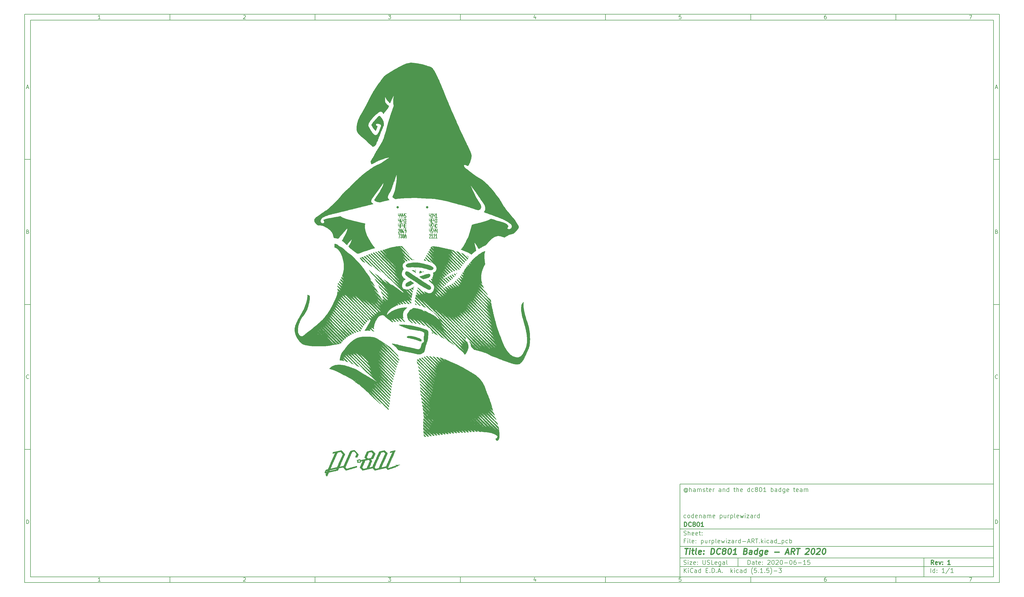
<source format=gtl>
G04 #@! TF.GenerationSoftware,KiCad,Pcbnew,(5.1.5)-3*
G04 #@! TF.CreationDate,2020-08-11T10:58:05-06:00*
G04 #@! TF.ProjectId,purplewizard-ART,70757270-6c65-4776-997a-6172642d4152,1*
G04 #@! TF.SameCoordinates,Original*
G04 #@! TF.FileFunction,Copper,L1,Top*
G04 #@! TF.FilePolarity,Positive*
%FSLAX46Y46*%
G04 Gerber Fmt 4.6, Leading zero omitted, Abs format (unit mm)*
G04 Created by KiCad (PCBNEW (5.1.5)-3) date 2020-08-11 10:58:05*
%MOMM*%
%LPD*%
G04 APERTURE LIST*
%ADD10C,0.100000*%
%ADD11C,0.150000*%
%ADD12C,0.300000*%
%ADD13C,0.400000*%
%ADD14C,0.010000*%
%ADD15C,0.800000*%
G04 APERTURE END LIST*
D10*
D11*
X235600000Y-171900000D02*
X235600000Y-203900000D01*
X343600000Y-203900000D01*
X343600000Y-171900000D01*
X235600000Y-171900000D01*
D10*
D11*
X10000000Y-10000000D02*
X10000000Y-205900000D01*
X345600000Y-205900000D01*
X345600000Y-10000000D01*
X10000000Y-10000000D01*
D10*
D11*
X12000000Y-12000000D02*
X12000000Y-203900000D01*
X343600000Y-203900000D01*
X343600000Y-12000000D01*
X12000000Y-12000000D01*
D10*
D11*
X60000000Y-12000000D02*
X60000000Y-10000000D01*
D10*
D11*
X110000000Y-12000000D02*
X110000000Y-10000000D01*
D10*
D11*
X160000000Y-12000000D02*
X160000000Y-10000000D01*
D10*
D11*
X210000000Y-12000000D02*
X210000000Y-10000000D01*
D10*
D11*
X260000000Y-12000000D02*
X260000000Y-10000000D01*
D10*
D11*
X310000000Y-12000000D02*
X310000000Y-10000000D01*
D10*
D11*
X36065476Y-11588095D02*
X35322619Y-11588095D01*
X35694047Y-11588095D02*
X35694047Y-10288095D01*
X35570238Y-10473809D01*
X35446428Y-10597619D01*
X35322619Y-10659523D01*
D10*
D11*
X85322619Y-10411904D02*
X85384523Y-10350000D01*
X85508333Y-10288095D01*
X85817857Y-10288095D01*
X85941666Y-10350000D01*
X86003571Y-10411904D01*
X86065476Y-10535714D01*
X86065476Y-10659523D01*
X86003571Y-10845238D01*
X85260714Y-11588095D01*
X86065476Y-11588095D01*
D10*
D11*
X135260714Y-10288095D02*
X136065476Y-10288095D01*
X135632142Y-10783333D01*
X135817857Y-10783333D01*
X135941666Y-10845238D01*
X136003571Y-10907142D01*
X136065476Y-11030952D01*
X136065476Y-11340476D01*
X136003571Y-11464285D01*
X135941666Y-11526190D01*
X135817857Y-11588095D01*
X135446428Y-11588095D01*
X135322619Y-11526190D01*
X135260714Y-11464285D01*
D10*
D11*
X185941666Y-10721428D02*
X185941666Y-11588095D01*
X185632142Y-10226190D02*
X185322619Y-11154761D01*
X186127380Y-11154761D01*
D10*
D11*
X236003571Y-10288095D02*
X235384523Y-10288095D01*
X235322619Y-10907142D01*
X235384523Y-10845238D01*
X235508333Y-10783333D01*
X235817857Y-10783333D01*
X235941666Y-10845238D01*
X236003571Y-10907142D01*
X236065476Y-11030952D01*
X236065476Y-11340476D01*
X236003571Y-11464285D01*
X235941666Y-11526190D01*
X235817857Y-11588095D01*
X235508333Y-11588095D01*
X235384523Y-11526190D01*
X235322619Y-11464285D01*
D10*
D11*
X285941666Y-10288095D02*
X285694047Y-10288095D01*
X285570238Y-10350000D01*
X285508333Y-10411904D01*
X285384523Y-10597619D01*
X285322619Y-10845238D01*
X285322619Y-11340476D01*
X285384523Y-11464285D01*
X285446428Y-11526190D01*
X285570238Y-11588095D01*
X285817857Y-11588095D01*
X285941666Y-11526190D01*
X286003571Y-11464285D01*
X286065476Y-11340476D01*
X286065476Y-11030952D01*
X286003571Y-10907142D01*
X285941666Y-10845238D01*
X285817857Y-10783333D01*
X285570238Y-10783333D01*
X285446428Y-10845238D01*
X285384523Y-10907142D01*
X285322619Y-11030952D01*
D10*
D11*
X335260714Y-10288095D02*
X336127380Y-10288095D01*
X335570238Y-11588095D01*
D10*
D11*
X60000000Y-203900000D02*
X60000000Y-205900000D01*
D10*
D11*
X110000000Y-203900000D02*
X110000000Y-205900000D01*
D10*
D11*
X160000000Y-203900000D02*
X160000000Y-205900000D01*
D10*
D11*
X210000000Y-203900000D02*
X210000000Y-205900000D01*
D10*
D11*
X260000000Y-203900000D02*
X260000000Y-205900000D01*
D10*
D11*
X310000000Y-203900000D02*
X310000000Y-205900000D01*
D10*
D11*
X36065476Y-205488095D02*
X35322619Y-205488095D01*
X35694047Y-205488095D02*
X35694047Y-204188095D01*
X35570238Y-204373809D01*
X35446428Y-204497619D01*
X35322619Y-204559523D01*
D10*
D11*
X85322619Y-204311904D02*
X85384523Y-204250000D01*
X85508333Y-204188095D01*
X85817857Y-204188095D01*
X85941666Y-204250000D01*
X86003571Y-204311904D01*
X86065476Y-204435714D01*
X86065476Y-204559523D01*
X86003571Y-204745238D01*
X85260714Y-205488095D01*
X86065476Y-205488095D01*
D10*
D11*
X135260714Y-204188095D02*
X136065476Y-204188095D01*
X135632142Y-204683333D01*
X135817857Y-204683333D01*
X135941666Y-204745238D01*
X136003571Y-204807142D01*
X136065476Y-204930952D01*
X136065476Y-205240476D01*
X136003571Y-205364285D01*
X135941666Y-205426190D01*
X135817857Y-205488095D01*
X135446428Y-205488095D01*
X135322619Y-205426190D01*
X135260714Y-205364285D01*
D10*
D11*
X185941666Y-204621428D02*
X185941666Y-205488095D01*
X185632142Y-204126190D02*
X185322619Y-205054761D01*
X186127380Y-205054761D01*
D10*
D11*
X236003571Y-204188095D02*
X235384523Y-204188095D01*
X235322619Y-204807142D01*
X235384523Y-204745238D01*
X235508333Y-204683333D01*
X235817857Y-204683333D01*
X235941666Y-204745238D01*
X236003571Y-204807142D01*
X236065476Y-204930952D01*
X236065476Y-205240476D01*
X236003571Y-205364285D01*
X235941666Y-205426190D01*
X235817857Y-205488095D01*
X235508333Y-205488095D01*
X235384523Y-205426190D01*
X235322619Y-205364285D01*
D10*
D11*
X285941666Y-204188095D02*
X285694047Y-204188095D01*
X285570238Y-204250000D01*
X285508333Y-204311904D01*
X285384523Y-204497619D01*
X285322619Y-204745238D01*
X285322619Y-205240476D01*
X285384523Y-205364285D01*
X285446428Y-205426190D01*
X285570238Y-205488095D01*
X285817857Y-205488095D01*
X285941666Y-205426190D01*
X286003571Y-205364285D01*
X286065476Y-205240476D01*
X286065476Y-204930952D01*
X286003571Y-204807142D01*
X285941666Y-204745238D01*
X285817857Y-204683333D01*
X285570238Y-204683333D01*
X285446428Y-204745238D01*
X285384523Y-204807142D01*
X285322619Y-204930952D01*
D10*
D11*
X335260714Y-204188095D02*
X336127380Y-204188095D01*
X335570238Y-205488095D01*
D10*
D11*
X10000000Y-60000000D02*
X12000000Y-60000000D01*
D10*
D11*
X10000000Y-110000000D02*
X12000000Y-110000000D01*
D10*
D11*
X10000000Y-160000000D02*
X12000000Y-160000000D01*
D10*
D11*
X10690476Y-35216666D02*
X11309523Y-35216666D01*
X10566666Y-35588095D02*
X11000000Y-34288095D01*
X11433333Y-35588095D01*
D10*
D11*
X11092857Y-84907142D02*
X11278571Y-84969047D01*
X11340476Y-85030952D01*
X11402380Y-85154761D01*
X11402380Y-85340476D01*
X11340476Y-85464285D01*
X11278571Y-85526190D01*
X11154761Y-85588095D01*
X10659523Y-85588095D01*
X10659523Y-84288095D01*
X11092857Y-84288095D01*
X11216666Y-84350000D01*
X11278571Y-84411904D01*
X11340476Y-84535714D01*
X11340476Y-84659523D01*
X11278571Y-84783333D01*
X11216666Y-84845238D01*
X11092857Y-84907142D01*
X10659523Y-84907142D01*
D10*
D11*
X11402380Y-135464285D02*
X11340476Y-135526190D01*
X11154761Y-135588095D01*
X11030952Y-135588095D01*
X10845238Y-135526190D01*
X10721428Y-135402380D01*
X10659523Y-135278571D01*
X10597619Y-135030952D01*
X10597619Y-134845238D01*
X10659523Y-134597619D01*
X10721428Y-134473809D01*
X10845238Y-134350000D01*
X11030952Y-134288095D01*
X11154761Y-134288095D01*
X11340476Y-134350000D01*
X11402380Y-134411904D01*
D10*
D11*
X10659523Y-185588095D02*
X10659523Y-184288095D01*
X10969047Y-184288095D01*
X11154761Y-184350000D01*
X11278571Y-184473809D01*
X11340476Y-184597619D01*
X11402380Y-184845238D01*
X11402380Y-185030952D01*
X11340476Y-185278571D01*
X11278571Y-185402380D01*
X11154761Y-185526190D01*
X10969047Y-185588095D01*
X10659523Y-185588095D01*
D10*
D11*
X345600000Y-60000000D02*
X343600000Y-60000000D01*
D10*
D11*
X345600000Y-110000000D02*
X343600000Y-110000000D01*
D10*
D11*
X345600000Y-160000000D02*
X343600000Y-160000000D01*
D10*
D11*
X344290476Y-35216666D02*
X344909523Y-35216666D01*
X344166666Y-35588095D02*
X344600000Y-34288095D01*
X345033333Y-35588095D01*
D10*
D11*
X344692857Y-84907142D02*
X344878571Y-84969047D01*
X344940476Y-85030952D01*
X345002380Y-85154761D01*
X345002380Y-85340476D01*
X344940476Y-85464285D01*
X344878571Y-85526190D01*
X344754761Y-85588095D01*
X344259523Y-85588095D01*
X344259523Y-84288095D01*
X344692857Y-84288095D01*
X344816666Y-84350000D01*
X344878571Y-84411904D01*
X344940476Y-84535714D01*
X344940476Y-84659523D01*
X344878571Y-84783333D01*
X344816666Y-84845238D01*
X344692857Y-84907142D01*
X344259523Y-84907142D01*
D10*
D11*
X345002380Y-135464285D02*
X344940476Y-135526190D01*
X344754761Y-135588095D01*
X344630952Y-135588095D01*
X344445238Y-135526190D01*
X344321428Y-135402380D01*
X344259523Y-135278571D01*
X344197619Y-135030952D01*
X344197619Y-134845238D01*
X344259523Y-134597619D01*
X344321428Y-134473809D01*
X344445238Y-134350000D01*
X344630952Y-134288095D01*
X344754761Y-134288095D01*
X344940476Y-134350000D01*
X345002380Y-134411904D01*
D10*
D11*
X344259523Y-185588095D02*
X344259523Y-184288095D01*
X344569047Y-184288095D01*
X344754761Y-184350000D01*
X344878571Y-184473809D01*
X344940476Y-184597619D01*
X345002380Y-184845238D01*
X345002380Y-185030952D01*
X344940476Y-185278571D01*
X344878571Y-185402380D01*
X344754761Y-185526190D01*
X344569047Y-185588095D01*
X344259523Y-185588095D01*
D10*
D11*
X259032142Y-199678571D02*
X259032142Y-198178571D01*
X259389285Y-198178571D01*
X259603571Y-198250000D01*
X259746428Y-198392857D01*
X259817857Y-198535714D01*
X259889285Y-198821428D01*
X259889285Y-199035714D01*
X259817857Y-199321428D01*
X259746428Y-199464285D01*
X259603571Y-199607142D01*
X259389285Y-199678571D01*
X259032142Y-199678571D01*
X261175000Y-199678571D02*
X261175000Y-198892857D01*
X261103571Y-198750000D01*
X260960714Y-198678571D01*
X260675000Y-198678571D01*
X260532142Y-198750000D01*
X261175000Y-199607142D02*
X261032142Y-199678571D01*
X260675000Y-199678571D01*
X260532142Y-199607142D01*
X260460714Y-199464285D01*
X260460714Y-199321428D01*
X260532142Y-199178571D01*
X260675000Y-199107142D01*
X261032142Y-199107142D01*
X261175000Y-199035714D01*
X261675000Y-198678571D02*
X262246428Y-198678571D01*
X261889285Y-198178571D02*
X261889285Y-199464285D01*
X261960714Y-199607142D01*
X262103571Y-199678571D01*
X262246428Y-199678571D01*
X263317857Y-199607142D02*
X263175000Y-199678571D01*
X262889285Y-199678571D01*
X262746428Y-199607142D01*
X262675000Y-199464285D01*
X262675000Y-198892857D01*
X262746428Y-198750000D01*
X262889285Y-198678571D01*
X263175000Y-198678571D01*
X263317857Y-198750000D01*
X263389285Y-198892857D01*
X263389285Y-199035714D01*
X262675000Y-199178571D01*
X264032142Y-199535714D02*
X264103571Y-199607142D01*
X264032142Y-199678571D01*
X263960714Y-199607142D01*
X264032142Y-199535714D01*
X264032142Y-199678571D01*
X264032142Y-198750000D02*
X264103571Y-198821428D01*
X264032142Y-198892857D01*
X263960714Y-198821428D01*
X264032142Y-198750000D01*
X264032142Y-198892857D01*
X265817857Y-198321428D02*
X265889285Y-198250000D01*
X266032142Y-198178571D01*
X266389285Y-198178571D01*
X266532142Y-198250000D01*
X266603571Y-198321428D01*
X266675000Y-198464285D01*
X266675000Y-198607142D01*
X266603571Y-198821428D01*
X265746428Y-199678571D01*
X266675000Y-199678571D01*
X267603571Y-198178571D02*
X267746428Y-198178571D01*
X267889285Y-198250000D01*
X267960714Y-198321428D01*
X268032142Y-198464285D01*
X268103571Y-198750000D01*
X268103571Y-199107142D01*
X268032142Y-199392857D01*
X267960714Y-199535714D01*
X267889285Y-199607142D01*
X267746428Y-199678571D01*
X267603571Y-199678571D01*
X267460714Y-199607142D01*
X267389285Y-199535714D01*
X267317857Y-199392857D01*
X267246428Y-199107142D01*
X267246428Y-198750000D01*
X267317857Y-198464285D01*
X267389285Y-198321428D01*
X267460714Y-198250000D01*
X267603571Y-198178571D01*
X268675000Y-198321428D02*
X268746428Y-198250000D01*
X268889285Y-198178571D01*
X269246428Y-198178571D01*
X269389285Y-198250000D01*
X269460714Y-198321428D01*
X269532142Y-198464285D01*
X269532142Y-198607142D01*
X269460714Y-198821428D01*
X268603571Y-199678571D01*
X269532142Y-199678571D01*
X270460714Y-198178571D02*
X270603571Y-198178571D01*
X270746428Y-198250000D01*
X270817857Y-198321428D01*
X270889285Y-198464285D01*
X270960714Y-198750000D01*
X270960714Y-199107142D01*
X270889285Y-199392857D01*
X270817857Y-199535714D01*
X270746428Y-199607142D01*
X270603571Y-199678571D01*
X270460714Y-199678571D01*
X270317857Y-199607142D01*
X270246428Y-199535714D01*
X270175000Y-199392857D01*
X270103571Y-199107142D01*
X270103571Y-198750000D01*
X270175000Y-198464285D01*
X270246428Y-198321428D01*
X270317857Y-198250000D01*
X270460714Y-198178571D01*
X271603571Y-199107142D02*
X272746428Y-199107142D01*
X273746428Y-198178571D02*
X273889285Y-198178571D01*
X274032142Y-198250000D01*
X274103571Y-198321428D01*
X274175000Y-198464285D01*
X274246428Y-198750000D01*
X274246428Y-199107142D01*
X274175000Y-199392857D01*
X274103571Y-199535714D01*
X274032142Y-199607142D01*
X273889285Y-199678571D01*
X273746428Y-199678571D01*
X273603571Y-199607142D01*
X273532142Y-199535714D01*
X273460714Y-199392857D01*
X273389285Y-199107142D01*
X273389285Y-198750000D01*
X273460714Y-198464285D01*
X273532142Y-198321428D01*
X273603571Y-198250000D01*
X273746428Y-198178571D01*
X275532142Y-198178571D02*
X275246428Y-198178571D01*
X275103571Y-198250000D01*
X275032142Y-198321428D01*
X274889285Y-198535714D01*
X274817857Y-198821428D01*
X274817857Y-199392857D01*
X274889285Y-199535714D01*
X274960714Y-199607142D01*
X275103571Y-199678571D01*
X275389285Y-199678571D01*
X275532142Y-199607142D01*
X275603571Y-199535714D01*
X275675000Y-199392857D01*
X275675000Y-199035714D01*
X275603571Y-198892857D01*
X275532142Y-198821428D01*
X275389285Y-198750000D01*
X275103571Y-198750000D01*
X274960714Y-198821428D01*
X274889285Y-198892857D01*
X274817857Y-199035714D01*
X276317857Y-199107142D02*
X277460714Y-199107142D01*
X278960714Y-199678571D02*
X278103571Y-199678571D01*
X278532142Y-199678571D02*
X278532142Y-198178571D01*
X278389285Y-198392857D01*
X278246428Y-198535714D01*
X278103571Y-198607142D01*
X280317857Y-198178571D02*
X279603571Y-198178571D01*
X279532142Y-198892857D01*
X279603571Y-198821428D01*
X279746428Y-198750000D01*
X280103571Y-198750000D01*
X280246428Y-198821428D01*
X280317857Y-198892857D01*
X280389285Y-199035714D01*
X280389285Y-199392857D01*
X280317857Y-199535714D01*
X280246428Y-199607142D01*
X280103571Y-199678571D01*
X279746428Y-199678571D01*
X279603571Y-199607142D01*
X279532142Y-199535714D01*
D10*
D11*
X235600000Y-200400000D02*
X343600000Y-200400000D01*
D10*
D11*
X237032142Y-202478571D02*
X237032142Y-200978571D01*
X237889285Y-202478571D02*
X237246428Y-201621428D01*
X237889285Y-200978571D02*
X237032142Y-201835714D01*
X238532142Y-202478571D02*
X238532142Y-201478571D01*
X238532142Y-200978571D02*
X238460714Y-201050000D01*
X238532142Y-201121428D01*
X238603571Y-201050000D01*
X238532142Y-200978571D01*
X238532142Y-201121428D01*
X240103571Y-202335714D02*
X240032142Y-202407142D01*
X239817857Y-202478571D01*
X239675000Y-202478571D01*
X239460714Y-202407142D01*
X239317857Y-202264285D01*
X239246428Y-202121428D01*
X239175000Y-201835714D01*
X239175000Y-201621428D01*
X239246428Y-201335714D01*
X239317857Y-201192857D01*
X239460714Y-201050000D01*
X239675000Y-200978571D01*
X239817857Y-200978571D01*
X240032142Y-201050000D01*
X240103571Y-201121428D01*
X241389285Y-202478571D02*
X241389285Y-201692857D01*
X241317857Y-201550000D01*
X241175000Y-201478571D01*
X240889285Y-201478571D01*
X240746428Y-201550000D01*
X241389285Y-202407142D02*
X241246428Y-202478571D01*
X240889285Y-202478571D01*
X240746428Y-202407142D01*
X240675000Y-202264285D01*
X240675000Y-202121428D01*
X240746428Y-201978571D01*
X240889285Y-201907142D01*
X241246428Y-201907142D01*
X241389285Y-201835714D01*
X242746428Y-202478571D02*
X242746428Y-200978571D01*
X242746428Y-202407142D02*
X242603571Y-202478571D01*
X242317857Y-202478571D01*
X242175000Y-202407142D01*
X242103571Y-202335714D01*
X242032142Y-202192857D01*
X242032142Y-201764285D01*
X242103571Y-201621428D01*
X242175000Y-201550000D01*
X242317857Y-201478571D01*
X242603571Y-201478571D01*
X242746428Y-201550000D01*
X244603571Y-201692857D02*
X245103571Y-201692857D01*
X245317857Y-202478571D02*
X244603571Y-202478571D01*
X244603571Y-200978571D01*
X245317857Y-200978571D01*
X245960714Y-202335714D02*
X246032142Y-202407142D01*
X245960714Y-202478571D01*
X245889285Y-202407142D01*
X245960714Y-202335714D01*
X245960714Y-202478571D01*
X246675000Y-202478571D02*
X246675000Y-200978571D01*
X247032142Y-200978571D01*
X247246428Y-201050000D01*
X247389285Y-201192857D01*
X247460714Y-201335714D01*
X247532142Y-201621428D01*
X247532142Y-201835714D01*
X247460714Y-202121428D01*
X247389285Y-202264285D01*
X247246428Y-202407142D01*
X247032142Y-202478571D01*
X246675000Y-202478571D01*
X248175000Y-202335714D02*
X248246428Y-202407142D01*
X248175000Y-202478571D01*
X248103571Y-202407142D01*
X248175000Y-202335714D01*
X248175000Y-202478571D01*
X248817857Y-202050000D02*
X249532142Y-202050000D01*
X248675000Y-202478571D02*
X249175000Y-200978571D01*
X249675000Y-202478571D01*
X250175000Y-202335714D02*
X250246428Y-202407142D01*
X250175000Y-202478571D01*
X250103571Y-202407142D01*
X250175000Y-202335714D01*
X250175000Y-202478571D01*
X253175000Y-202478571D02*
X253175000Y-200978571D01*
X253317857Y-201907142D02*
X253746428Y-202478571D01*
X253746428Y-201478571D02*
X253175000Y-202050000D01*
X254389285Y-202478571D02*
X254389285Y-201478571D01*
X254389285Y-200978571D02*
X254317857Y-201050000D01*
X254389285Y-201121428D01*
X254460714Y-201050000D01*
X254389285Y-200978571D01*
X254389285Y-201121428D01*
X255746428Y-202407142D02*
X255603571Y-202478571D01*
X255317857Y-202478571D01*
X255175000Y-202407142D01*
X255103571Y-202335714D01*
X255032142Y-202192857D01*
X255032142Y-201764285D01*
X255103571Y-201621428D01*
X255175000Y-201550000D01*
X255317857Y-201478571D01*
X255603571Y-201478571D01*
X255746428Y-201550000D01*
X257032142Y-202478571D02*
X257032142Y-201692857D01*
X256960714Y-201550000D01*
X256817857Y-201478571D01*
X256532142Y-201478571D01*
X256389285Y-201550000D01*
X257032142Y-202407142D02*
X256889285Y-202478571D01*
X256532142Y-202478571D01*
X256389285Y-202407142D01*
X256317857Y-202264285D01*
X256317857Y-202121428D01*
X256389285Y-201978571D01*
X256532142Y-201907142D01*
X256889285Y-201907142D01*
X257032142Y-201835714D01*
X258389285Y-202478571D02*
X258389285Y-200978571D01*
X258389285Y-202407142D02*
X258246428Y-202478571D01*
X257960714Y-202478571D01*
X257817857Y-202407142D01*
X257746428Y-202335714D01*
X257675000Y-202192857D01*
X257675000Y-201764285D01*
X257746428Y-201621428D01*
X257817857Y-201550000D01*
X257960714Y-201478571D01*
X258246428Y-201478571D01*
X258389285Y-201550000D01*
X260675000Y-203050000D02*
X260603571Y-202978571D01*
X260460714Y-202764285D01*
X260389285Y-202621428D01*
X260317857Y-202407142D01*
X260246428Y-202050000D01*
X260246428Y-201764285D01*
X260317857Y-201407142D01*
X260389285Y-201192857D01*
X260460714Y-201050000D01*
X260603571Y-200835714D01*
X260675000Y-200764285D01*
X261960714Y-200978571D02*
X261246428Y-200978571D01*
X261175000Y-201692857D01*
X261246428Y-201621428D01*
X261389285Y-201550000D01*
X261746428Y-201550000D01*
X261889285Y-201621428D01*
X261960714Y-201692857D01*
X262032142Y-201835714D01*
X262032142Y-202192857D01*
X261960714Y-202335714D01*
X261889285Y-202407142D01*
X261746428Y-202478571D01*
X261389285Y-202478571D01*
X261246428Y-202407142D01*
X261175000Y-202335714D01*
X262675000Y-202335714D02*
X262746428Y-202407142D01*
X262675000Y-202478571D01*
X262603571Y-202407142D01*
X262675000Y-202335714D01*
X262675000Y-202478571D01*
X264175000Y-202478571D02*
X263317857Y-202478571D01*
X263746428Y-202478571D02*
X263746428Y-200978571D01*
X263603571Y-201192857D01*
X263460714Y-201335714D01*
X263317857Y-201407142D01*
X264817857Y-202335714D02*
X264889285Y-202407142D01*
X264817857Y-202478571D01*
X264746428Y-202407142D01*
X264817857Y-202335714D01*
X264817857Y-202478571D01*
X266246428Y-200978571D02*
X265532142Y-200978571D01*
X265460714Y-201692857D01*
X265532142Y-201621428D01*
X265675000Y-201550000D01*
X266032142Y-201550000D01*
X266175000Y-201621428D01*
X266246428Y-201692857D01*
X266317857Y-201835714D01*
X266317857Y-202192857D01*
X266246428Y-202335714D01*
X266175000Y-202407142D01*
X266032142Y-202478571D01*
X265675000Y-202478571D01*
X265532142Y-202407142D01*
X265460714Y-202335714D01*
X266817857Y-203050000D02*
X266889285Y-202978571D01*
X267032142Y-202764285D01*
X267103571Y-202621428D01*
X267175000Y-202407142D01*
X267246428Y-202050000D01*
X267246428Y-201764285D01*
X267175000Y-201407142D01*
X267103571Y-201192857D01*
X267032142Y-201050000D01*
X266889285Y-200835714D01*
X266817857Y-200764285D01*
X267960714Y-201907142D02*
X269103571Y-201907142D01*
X269675000Y-200978571D02*
X270603571Y-200978571D01*
X270103571Y-201550000D01*
X270317857Y-201550000D01*
X270460714Y-201621428D01*
X270532142Y-201692857D01*
X270603571Y-201835714D01*
X270603571Y-202192857D01*
X270532142Y-202335714D01*
X270460714Y-202407142D01*
X270317857Y-202478571D01*
X269889285Y-202478571D01*
X269746428Y-202407142D01*
X269675000Y-202335714D01*
D10*
D11*
X235600000Y-197400000D02*
X343600000Y-197400000D01*
D10*
D12*
X323009285Y-199678571D02*
X322509285Y-198964285D01*
X322152142Y-199678571D02*
X322152142Y-198178571D01*
X322723571Y-198178571D01*
X322866428Y-198250000D01*
X322937857Y-198321428D01*
X323009285Y-198464285D01*
X323009285Y-198678571D01*
X322937857Y-198821428D01*
X322866428Y-198892857D01*
X322723571Y-198964285D01*
X322152142Y-198964285D01*
X324223571Y-199607142D02*
X324080714Y-199678571D01*
X323795000Y-199678571D01*
X323652142Y-199607142D01*
X323580714Y-199464285D01*
X323580714Y-198892857D01*
X323652142Y-198750000D01*
X323795000Y-198678571D01*
X324080714Y-198678571D01*
X324223571Y-198750000D01*
X324295000Y-198892857D01*
X324295000Y-199035714D01*
X323580714Y-199178571D01*
X324795000Y-198678571D02*
X325152142Y-199678571D01*
X325509285Y-198678571D01*
X326080714Y-199535714D02*
X326152142Y-199607142D01*
X326080714Y-199678571D01*
X326009285Y-199607142D01*
X326080714Y-199535714D01*
X326080714Y-199678571D01*
X326080714Y-198750000D02*
X326152142Y-198821428D01*
X326080714Y-198892857D01*
X326009285Y-198821428D01*
X326080714Y-198750000D01*
X326080714Y-198892857D01*
X328723571Y-199678571D02*
X327866428Y-199678571D01*
X328295000Y-199678571D02*
X328295000Y-198178571D01*
X328152142Y-198392857D01*
X328009285Y-198535714D01*
X327866428Y-198607142D01*
D10*
D11*
X236960714Y-199607142D02*
X237175000Y-199678571D01*
X237532142Y-199678571D01*
X237675000Y-199607142D01*
X237746428Y-199535714D01*
X237817857Y-199392857D01*
X237817857Y-199250000D01*
X237746428Y-199107142D01*
X237675000Y-199035714D01*
X237532142Y-198964285D01*
X237246428Y-198892857D01*
X237103571Y-198821428D01*
X237032142Y-198750000D01*
X236960714Y-198607142D01*
X236960714Y-198464285D01*
X237032142Y-198321428D01*
X237103571Y-198250000D01*
X237246428Y-198178571D01*
X237603571Y-198178571D01*
X237817857Y-198250000D01*
X238460714Y-199678571D02*
X238460714Y-198678571D01*
X238460714Y-198178571D02*
X238389285Y-198250000D01*
X238460714Y-198321428D01*
X238532142Y-198250000D01*
X238460714Y-198178571D01*
X238460714Y-198321428D01*
X239032142Y-198678571D02*
X239817857Y-198678571D01*
X239032142Y-199678571D01*
X239817857Y-199678571D01*
X240960714Y-199607142D02*
X240817857Y-199678571D01*
X240532142Y-199678571D01*
X240389285Y-199607142D01*
X240317857Y-199464285D01*
X240317857Y-198892857D01*
X240389285Y-198750000D01*
X240532142Y-198678571D01*
X240817857Y-198678571D01*
X240960714Y-198750000D01*
X241032142Y-198892857D01*
X241032142Y-199035714D01*
X240317857Y-199178571D01*
X241675000Y-199535714D02*
X241746428Y-199607142D01*
X241675000Y-199678571D01*
X241603571Y-199607142D01*
X241675000Y-199535714D01*
X241675000Y-199678571D01*
X241675000Y-198750000D02*
X241746428Y-198821428D01*
X241675000Y-198892857D01*
X241603571Y-198821428D01*
X241675000Y-198750000D01*
X241675000Y-198892857D01*
X243532142Y-198178571D02*
X243532142Y-199392857D01*
X243603571Y-199535714D01*
X243675000Y-199607142D01*
X243817857Y-199678571D01*
X244103571Y-199678571D01*
X244246428Y-199607142D01*
X244317857Y-199535714D01*
X244389285Y-199392857D01*
X244389285Y-198178571D01*
X245032142Y-199607142D02*
X245246428Y-199678571D01*
X245603571Y-199678571D01*
X245746428Y-199607142D01*
X245817857Y-199535714D01*
X245889285Y-199392857D01*
X245889285Y-199250000D01*
X245817857Y-199107142D01*
X245746428Y-199035714D01*
X245603571Y-198964285D01*
X245317857Y-198892857D01*
X245175000Y-198821428D01*
X245103571Y-198750000D01*
X245032142Y-198607142D01*
X245032142Y-198464285D01*
X245103571Y-198321428D01*
X245175000Y-198250000D01*
X245317857Y-198178571D01*
X245675000Y-198178571D01*
X245889285Y-198250000D01*
X247246428Y-199678571D02*
X246532142Y-199678571D01*
X246532142Y-198178571D01*
X248317857Y-199607142D02*
X248175000Y-199678571D01*
X247889285Y-199678571D01*
X247746428Y-199607142D01*
X247675000Y-199464285D01*
X247675000Y-198892857D01*
X247746428Y-198750000D01*
X247889285Y-198678571D01*
X248175000Y-198678571D01*
X248317857Y-198750000D01*
X248389285Y-198892857D01*
X248389285Y-199035714D01*
X247675000Y-199178571D01*
X249675000Y-198678571D02*
X249675000Y-199892857D01*
X249603571Y-200035714D01*
X249532142Y-200107142D01*
X249389285Y-200178571D01*
X249175000Y-200178571D01*
X249032142Y-200107142D01*
X249675000Y-199607142D02*
X249532142Y-199678571D01*
X249246428Y-199678571D01*
X249103571Y-199607142D01*
X249032142Y-199535714D01*
X248960714Y-199392857D01*
X248960714Y-198964285D01*
X249032142Y-198821428D01*
X249103571Y-198750000D01*
X249246428Y-198678571D01*
X249532142Y-198678571D01*
X249675000Y-198750000D01*
X251032142Y-199678571D02*
X251032142Y-198892857D01*
X250960714Y-198750000D01*
X250817857Y-198678571D01*
X250532142Y-198678571D01*
X250389285Y-198750000D01*
X251032142Y-199607142D02*
X250889285Y-199678571D01*
X250532142Y-199678571D01*
X250389285Y-199607142D01*
X250317857Y-199464285D01*
X250317857Y-199321428D01*
X250389285Y-199178571D01*
X250532142Y-199107142D01*
X250889285Y-199107142D01*
X251032142Y-199035714D01*
X251960714Y-199678571D02*
X251817857Y-199607142D01*
X251746428Y-199464285D01*
X251746428Y-198178571D01*
D10*
D11*
X322032142Y-202478571D02*
X322032142Y-200978571D01*
X323389285Y-202478571D02*
X323389285Y-200978571D01*
X323389285Y-202407142D02*
X323246428Y-202478571D01*
X322960714Y-202478571D01*
X322817857Y-202407142D01*
X322746428Y-202335714D01*
X322675000Y-202192857D01*
X322675000Y-201764285D01*
X322746428Y-201621428D01*
X322817857Y-201550000D01*
X322960714Y-201478571D01*
X323246428Y-201478571D01*
X323389285Y-201550000D01*
X324103571Y-202335714D02*
X324175000Y-202407142D01*
X324103571Y-202478571D01*
X324032142Y-202407142D01*
X324103571Y-202335714D01*
X324103571Y-202478571D01*
X324103571Y-201550000D02*
X324175000Y-201621428D01*
X324103571Y-201692857D01*
X324032142Y-201621428D01*
X324103571Y-201550000D01*
X324103571Y-201692857D01*
X326746428Y-202478571D02*
X325889285Y-202478571D01*
X326317857Y-202478571D02*
X326317857Y-200978571D01*
X326175000Y-201192857D01*
X326032142Y-201335714D01*
X325889285Y-201407142D01*
X328460714Y-200907142D02*
X327175000Y-202835714D01*
X329746428Y-202478571D02*
X328889285Y-202478571D01*
X329317857Y-202478571D02*
X329317857Y-200978571D01*
X329175000Y-201192857D01*
X329032142Y-201335714D01*
X328889285Y-201407142D01*
D10*
D11*
X235600000Y-193400000D02*
X343600000Y-193400000D01*
D10*
D13*
X237312380Y-194104761D02*
X238455238Y-194104761D01*
X237633809Y-196104761D02*
X237883809Y-194104761D01*
X238871904Y-196104761D02*
X239038571Y-194771428D01*
X239121904Y-194104761D02*
X239014761Y-194200000D01*
X239098095Y-194295238D01*
X239205238Y-194200000D01*
X239121904Y-194104761D01*
X239098095Y-194295238D01*
X239705238Y-194771428D02*
X240467142Y-194771428D01*
X240074285Y-194104761D02*
X239860000Y-195819047D01*
X239931428Y-196009523D01*
X240110000Y-196104761D01*
X240300476Y-196104761D01*
X241252857Y-196104761D02*
X241074285Y-196009523D01*
X241002857Y-195819047D01*
X241217142Y-194104761D01*
X242788571Y-196009523D02*
X242586190Y-196104761D01*
X242205238Y-196104761D01*
X242026666Y-196009523D01*
X241955238Y-195819047D01*
X242050476Y-195057142D01*
X242169523Y-194866666D01*
X242371904Y-194771428D01*
X242752857Y-194771428D01*
X242931428Y-194866666D01*
X243002857Y-195057142D01*
X242979047Y-195247619D01*
X242002857Y-195438095D01*
X243752857Y-195914285D02*
X243836190Y-196009523D01*
X243729047Y-196104761D01*
X243645714Y-196009523D01*
X243752857Y-195914285D01*
X243729047Y-196104761D01*
X243883809Y-194866666D02*
X243967142Y-194961904D01*
X243860000Y-195057142D01*
X243776666Y-194961904D01*
X243883809Y-194866666D01*
X243860000Y-195057142D01*
X246205238Y-196104761D02*
X246455238Y-194104761D01*
X246931428Y-194104761D01*
X247205238Y-194200000D01*
X247371904Y-194390476D01*
X247443333Y-194580952D01*
X247490952Y-194961904D01*
X247455238Y-195247619D01*
X247312380Y-195628571D01*
X247193333Y-195819047D01*
X246979047Y-196009523D01*
X246681428Y-196104761D01*
X246205238Y-196104761D01*
X249371904Y-195914285D02*
X249264761Y-196009523D01*
X248967142Y-196104761D01*
X248776666Y-196104761D01*
X248502857Y-196009523D01*
X248336190Y-195819047D01*
X248264761Y-195628571D01*
X248217142Y-195247619D01*
X248252857Y-194961904D01*
X248395714Y-194580952D01*
X248514761Y-194390476D01*
X248729047Y-194200000D01*
X249026666Y-194104761D01*
X249217142Y-194104761D01*
X249490952Y-194200000D01*
X249574285Y-194295238D01*
X250633809Y-194961904D02*
X250455238Y-194866666D01*
X250371904Y-194771428D01*
X250300476Y-194580952D01*
X250312380Y-194485714D01*
X250431428Y-194295238D01*
X250538571Y-194200000D01*
X250740952Y-194104761D01*
X251121904Y-194104761D01*
X251300476Y-194200000D01*
X251383809Y-194295238D01*
X251455238Y-194485714D01*
X251443333Y-194580952D01*
X251324285Y-194771428D01*
X251217142Y-194866666D01*
X251014761Y-194961904D01*
X250633809Y-194961904D01*
X250431428Y-195057142D01*
X250324285Y-195152380D01*
X250205238Y-195342857D01*
X250157619Y-195723809D01*
X250229047Y-195914285D01*
X250312380Y-196009523D01*
X250490952Y-196104761D01*
X250871904Y-196104761D01*
X251074285Y-196009523D01*
X251181428Y-195914285D01*
X251300476Y-195723809D01*
X251348095Y-195342857D01*
X251276666Y-195152380D01*
X251193333Y-195057142D01*
X251014761Y-194961904D01*
X252740952Y-194104761D02*
X252931428Y-194104761D01*
X253110000Y-194200000D01*
X253193333Y-194295238D01*
X253264761Y-194485714D01*
X253312380Y-194866666D01*
X253252857Y-195342857D01*
X253110000Y-195723809D01*
X252990952Y-195914285D01*
X252883809Y-196009523D01*
X252681428Y-196104761D01*
X252490952Y-196104761D01*
X252312380Y-196009523D01*
X252229047Y-195914285D01*
X252157619Y-195723809D01*
X252110000Y-195342857D01*
X252169523Y-194866666D01*
X252312380Y-194485714D01*
X252431428Y-194295238D01*
X252538571Y-194200000D01*
X252740952Y-194104761D01*
X255062380Y-196104761D02*
X253919523Y-196104761D01*
X254490952Y-196104761D02*
X254740952Y-194104761D01*
X254514761Y-194390476D01*
X254300476Y-194580952D01*
X254098095Y-194676190D01*
X258240952Y-195057142D02*
X258514761Y-195152380D01*
X258598095Y-195247619D01*
X258669523Y-195438095D01*
X258633809Y-195723809D01*
X258514761Y-195914285D01*
X258407619Y-196009523D01*
X258205238Y-196104761D01*
X257443333Y-196104761D01*
X257693333Y-194104761D01*
X258360000Y-194104761D01*
X258538571Y-194200000D01*
X258621904Y-194295238D01*
X258693333Y-194485714D01*
X258669523Y-194676190D01*
X258550476Y-194866666D01*
X258443333Y-194961904D01*
X258240952Y-195057142D01*
X257574285Y-195057142D01*
X260300476Y-196104761D02*
X260431428Y-195057142D01*
X260360000Y-194866666D01*
X260181428Y-194771428D01*
X259800476Y-194771428D01*
X259598095Y-194866666D01*
X260312380Y-196009523D02*
X260110000Y-196104761D01*
X259633809Y-196104761D01*
X259455238Y-196009523D01*
X259383809Y-195819047D01*
X259407619Y-195628571D01*
X259526666Y-195438095D01*
X259729047Y-195342857D01*
X260205238Y-195342857D01*
X260407619Y-195247619D01*
X262110000Y-196104761D02*
X262360000Y-194104761D01*
X262121904Y-196009523D02*
X261919523Y-196104761D01*
X261538571Y-196104761D01*
X261360000Y-196009523D01*
X261276666Y-195914285D01*
X261205238Y-195723809D01*
X261276666Y-195152380D01*
X261395714Y-194961904D01*
X261502857Y-194866666D01*
X261705238Y-194771428D01*
X262086190Y-194771428D01*
X262264761Y-194866666D01*
X264086190Y-194771428D02*
X263883809Y-196390476D01*
X263764761Y-196580952D01*
X263657619Y-196676190D01*
X263455238Y-196771428D01*
X263169523Y-196771428D01*
X262990952Y-196676190D01*
X263931428Y-196009523D02*
X263729047Y-196104761D01*
X263348095Y-196104761D01*
X263169523Y-196009523D01*
X263086190Y-195914285D01*
X263014761Y-195723809D01*
X263086190Y-195152380D01*
X263205238Y-194961904D01*
X263312380Y-194866666D01*
X263514761Y-194771428D01*
X263895714Y-194771428D01*
X264074285Y-194866666D01*
X265645714Y-196009523D02*
X265443333Y-196104761D01*
X265062380Y-196104761D01*
X264883809Y-196009523D01*
X264812380Y-195819047D01*
X264907619Y-195057142D01*
X265026666Y-194866666D01*
X265229047Y-194771428D01*
X265610000Y-194771428D01*
X265788571Y-194866666D01*
X265860000Y-195057142D01*
X265836190Y-195247619D01*
X264860000Y-195438095D01*
X268205238Y-195342857D02*
X269729047Y-195342857D01*
X272086190Y-195533333D02*
X273038571Y-195533333D01*
X271824285Y-196104761D02*
X272740952Y-194104761D01*
X273157619Y-196104761D01*
X274967142Y-196104761D02*
X274419523Y-195152380D01*
X273824285Y-196104761D02*
X274074285Y-194104761D01*
X274836190Y-194104761D01*
X275014761Y-194200000D01*
X275098095Y-194295238D01*
X275169523Y-194485714D01*
X275133809Y-194771428D01*
X275014761Y-194961904D01*
X274907619Y-195057142D01*
X274705238Y-195152380D01*
X273943333Y-195152380D01*
X275788571Y-194104761D02*
X276931428Y-194104761D01*
X276110000Y-196104761D02*
X276360000Y-194104761D01*
X279002857Y-194295238D02*
X279110000Y-194200000D01*
X279312380Y-194104761D01*
X279788571Y-194104761D01*
X279967142Y-194200000D01*
X280050476Y-194295238D01*
X280121904Y-194485714D01*
X280098095Y-194676190D01*
X279967142Y-194961904D01*
X278681428Y-196104761D01*
X279919523Y-196104761D01*
X281407619Y-194104761D02*
X281598095Y-194104761D01*
X281776666Y-194200000D01*
X281860000Y-194295238D01*
X281931428Y-194485714D01*
X281979047Y-194866666D01*
X281919523Y-195342857D01*
X281776666Y-195723809D01*
X281657619Y-195914285D01*
X281550476Y-196009523D01*
X281348095Y-196104761D01*
X281157619Y-196104761D01*
X280979047Y-196009523D01*
X280895714Y-195914285D01*
X280824285Y-195723809D01*
X280776666Y-195342857D01*
X280836190Y-194866666D01*
X280979047Y-194485714D01*
X281098095Y-194295238D01*
X281205238Y-194200000D01*
X281407619Y-194104761D01*
X282812380Y-194295238D02*
X282919523Y-194200000D01*
X283121904Y-194104761D01*
X283598095Y-194104761D01*
X283776666Y-194200000D01*
X283860000Y-194295238D01*
X283931428Y-194485714D01*
X283907619Y-194676190D01*
X283776666Y-194961904D01*
X282490952Y-196104761D01*
X283729047Y-196104761D01*
X285217142Y-194104761D02*
X285407619Y-194104761D01*
X285586190Y-194200000D01*
X285669523Y-194295238D01*
X285740952Y-194485714D01*
X285788571Y-194866666D01*
X285729047Y-195342857D01*
X285586190Y-195723809D01*
X285467142Y-195914285D01*
X285360000Y-196009523D01*
X285157619Y-196104761D01*
X284967142Y-196104761D01*
X284788571Y-196009523D01*
X284705238Y-195914285D01*
X284633809Y-195723809D01*
X284586190Y-195342857D01*
X284645714Y-194866666D01*
X284788571Y-194485714D01*
X284907619Y-194295238D01*
X285014761Y-194200000D01*
X285217142Y-194104761D01*
D10*
D11*
X237532142Y-191492857D02*
X237032142Y-191492857D01*
X237032142Y-192278571D02*
X237032142Y-190778571D01*
X237746428Y-190778571D01*
X238317857Y-192278571D02*
X238317857Y-191278571D01*
X238317857Y-190778571D02*
X238246428Y-190850000D01*
X238317857Y-190921428D01*
X238389285Y-190850000D01*
X238317857Y-190778571D01*
X238317857Y-190921428D01*
X239246428Y-192278571D02*
X239103571Y-192207142D01*
X239032142Y-192064285D01*
X239032142Y-190778571D01*
X240389285Y-192207142D02*
X240246428Y-192278571D01*
X239960714Y-192278571D01*
X239817857Y-192207142D01*
X239746428Y-192064285D01*
X239746428Y-191492857D01*
X239817857Y-191350000D01*
X239960714Y-191278571D01*
X240246428Y-191278571D01*
X240389285Y-191350000D01*
X240460714Y-191492857D01*
X240460714Y-191635714D01*
X239746428Y-191778571D01*
X241103571Y-192135714D02*
X241175000Y-192207142D01*
X241103571Y-192278571D01*
X241032142Y-192207142D01*
X241103571Y-192135714D01*
X241103571Y-192278571D01*
X241103571Y-191350000D02*
X241175000Y-191421428D01*
X241103571Y-191492857D01*
X241032142Y-191421428D01*
X241103571Y-191350000D01*
X241103571Y-191492857D01*
X242960714Y-191278571D02*
X242960714Y-192778571D01*
X242960714Y-191350000D02*
X243103571Y-191278571D01*
X243389285Y-191278571D01*
X243532142Y-191350000D01*
X243603571Y-191421428D01*
X243675000Y-191564285D01*
X243675000Y-191992857D01*
X243603571Y-192135714D01*
X243532142Y-192207142D01*
X243389285Y-192278571D01*
X243103571Y-192278571D01*
X242960714Y-192207142D01*
X244960714Y-191278571D02*
X244960714Y-192278571D01*
X244317857Y-191278571D02*
X244317857Y-192064285D01*
X244389285Y-192207142D01*
X244532142Y-192278571D01*
X244746428Y-192278571D01*
X244889285Y-192207142D01*
X244960714Y-192135714D01*
X245675000Y-192278571D02*
X245675000Y-191278571D01*
X245675000Y-191564285D02*
X245746428Y-191421428D01*
X245817857Y-191350000D01*
X245960714Y-191278571D01*
X246103571Y-191278571D01*
X246603571Y-191278571D02*
X246603571Y-192778571D01*
X246603571Y-191350000D02*
X246746428Y-191278571D01*
X247032142Y-191278571D01*
X247175000Y-191350000D01*
X247246428Y-191421428D01*
X247317857Y-191564285D01*
X247317857Y-191992857D01*
X247246428Y-192135714D01*
X247175000Y-192207142D01*
X247032142Y-192278571D01*
X246746428Y-192278571D01*
X246603571Y-192207142D01*
X248175000Y-192278571D02*
X248032142Y-192207142D01*
X247960714Y-192064285D01*
X247960714Y-190778571D01*
X249317857Y-192207142D02*
X249175000Y-192278571D01*
X248889285Y-192278571D01*
X248746428Y-192207142D01*
X248675000Y-192064285D01*
X248675000Y-191492857D01*
X248746428Y-191350000D01*
X248889285Y-191278571D01*
X249175000Y-191278571D01*
X249317857Y-191350000D01*
X249389285Y-191492857D01*
X249389285Y-191635714D01*
X248675000Y-191778571D01*
X249889285Y-191278571D02*
X250175000Y-192278571D01*
X250460714Y-191564285D01*
X250746428Y-192278571D01*
X251032142Y-191278571D01*
X251603571Y-192278571D02*
X251603571Y-191278571D01*
X251603571Y-190778571D02*
X251532142Y-190850000D01*
X251603571Y-190921428D01*
X251675000Y-190850000D01*
X251603571Y-190778571D01*
X251603571Y-190921428D01*
X252175000Y-191278571D02*
X252960714Y-191278571D01*
X252175000Y-192278571D01*
X252960714Y-192278571D01*
X254175000Y-192278571D02*
X254175000Y-191492857D01*
X254103571Y-191350000D01*
X253960714Y-191278571D01*
X253675000Y-191278571D01*
X253532142Y-191350000D01*
X254175000Y-192207142D02*
X254032142Y-192278571D01*
X253675000Y-192278571D01*
X253532142Y-192207142D01*
X253460714Y-192064285D01*
X253460714Y-191921428D01*
X253532142Y-191778571D01*
X253675000Y-191707142D01*
X254032142Y-191707142D01*
X254175000Y-191635714D01*
X254889285Y-192278571D02*
X254889285Y-191278571D01*
X254889285Y-191564285D02*
X254960714Y-191421428D01*
X255032142Y-191350000D01*
X255175000Y-191278571D01*
X255317857Y-191278571D01*
X256460714Y-192278571D02*
X256460714Y-190778571D01*
X256460714Y-192207142D02*
X256317857Y-192278571D01*
X256032142Y-192278571D01*
X255889285Y-192207142D01*
X255817857Y-192135714D01*
X255746428Y-191992857D01*
X255746428Y-191564285D01*
X255817857Y-191421428D01*
X255889285Y-191350000D01*
X256032142Y-191278571D01*
X256317857Y-191278571D01*
X256460714Y-191350000D01*
X257175000Y-191707142D02*
X258317857Y-191707142D01*
X258960714Y-191850000D02*
X259675000Y-191850000D01*
X258817857Y-192278571D02*
X259317857Y-190778571D01*
X259817857Y-192278571D01*
X261175000Y-192278571D02*
X260675000Y-191564285D01*
X260317857Y-192278571D02*
X260317857Y-190778571D01*
X260889285Y-190778571D01*
X261032142Y-190850000D01*
X261103571Y-190921428D01*
X261175000Y-191064285D01*
X261175000Y-191278571D01*
X261103571Y-191421428D01*
X261032142Y-191492857D01*
X260889285Y-191564285D01*
X260317857Y-191564285D01*
X261603571Y-190778571D02*
X262460714Y-190778571D01*
X262032142Y-192278571D02*
X262032142Y-190778571D01*
X262960714Y-192135714D02*
X263032142Y-192207142D01*
X262960714Y-192278571D01*
X262889285Y-192207142D01*
X262960714Y-192135714D01*
X262960714Y-192278571D01*
X263675000Y-192278571D02*
X263675000Y-190778571D01*
X263817857Y-191707142D02*
X264246428Y-192278571D01*
X264246428Y-191278571D02*
X263675000Y-191850000D01*
X264889285Y-192278571D02*
X264889285Y-191278571D01*
X264889285Y-190778571D02*
X264817857Y-190850000D01*
X264889285Y-190921428D01*
X264960714Y-190850000D01*
X264889285Y-190778571D01*
X264889285Y-190921428D01*
X266246428Y-192207142D02*
X266103571Y-192278571D01*
X265817857Y-192278571D01*
X265675000Y-192207142D01*
X265603571Y-192135714D01*
X265532142Y-191992857D01*
X265532142Y-191564285D01*
X265603571Y-191421428D01*
X265675000Y-191350000D01*
X265817857Y-191278571D01*
X266103571Y-191278571D01*
X266246428Y-191350000D01*
X267532142Y-192278571D02*
X267532142Y-191492857D01*
X267460714Y-191350000D01*
X267317857Y-191278571D01*
X267032142Y-191278571D01*
X266889285Y-191350000D01*
X267532142Y-192207142D02*
X267389285Y-192278571D01*
X267032142Y-192278571D01*
X266889285Y-192207142D01*
X266817857Y-192064285D01*
X266817857Y-191921428D01*
X266889285Y-191778571D01*
X267032142Y-191707142D01*
X267389285Y-191707142D01*
X267532142Y-191635714D01*
X268889285Y-192278571D02*
X268889285Y-190778571D01*
X268889285Y-192207142D02*
X268746428Y-192278571D01*
X268460714Y-192278571D01*
X268317857Y-192207142D01*
X268246428Y-192135714D01*
X268175000Y-191992857D01*
X268175000Y-191564285D01*
X268246428Y-191421428D01*
X268317857Y-191350000D01*
X268460714Y-191278571D01*
X268746428Y-191278571D01*
X268889285Y-191350000D01*
X269246428Y-192421428D02*
X270389285Y-192421428D01*
X270746428Y-191278571D02*
X270746428Y-192778571D01*
X270746428Y-191350000D02*
X270889285Y-191278571D01*
X271175000Y-191278571D01*
X271317857Y-191350000D01*
X271389285Y-191421428D01*
X271460714Y-191564285D01*
X271460714Y-191992857D01*
X271389285Y-192135714D01*
X271317857Y-192207142D01*
X271175000Y-192278571D01*
X270889285Y-192278571D01*
X270746428Y-192207142D01*
X272746428Y-192207142D02*
X272603571Y-192278571D01*
X272317857Y-192278571D01*
X272175000Y-192207142D01*
X272103571Y-192135714D01*
X272032142Y-191992857D01*
X272032142Y-191564285D01*
X272103571Y-191421428D01*
X272175000Y-191350000D01*
X272317857Y-191278571D01*
X272603571Y-191278571D01*
X272746428Y-191350000D01*
X273389285Y-192278571D02*
X273389285Y-190778571D01*
X273389285Y-191350000D02*
X273532142Y-191278571D01*
X273817857Y-191278571D01*
X273960714Y-191350000D01*
X274032142Y-191421428D01*
X274103571Y-191564285D01*
X274103571Y-191992857D01*
X274032142Y-192135714D01*
X273960714Y-192207142D01*
X273817857Y-192278571D01*
X273532142Y-192278571D01*
X273389285Y-192207142D01*
D10*
D11*
X235600000Y-187400000D02*
X343600000Y-187400000D01*
D10*
D11*
X236960714Y-189507142D02*
X237175000Y-189578571D01*
X237532142Y-189578571D01*
X237675000Y-189507142D01*
X237746428Y-189435714D01*
X237817857Y-189292857D01*
X237817857Y-189150000D01*
X237746428Y-189007142D01*
X237675000Y-188935714D01*
X237532142Y-188864285D01*
X237246428Y-188792857D01*
X237103571Y-188721428D01*
X237032142Y-188650000D01*
X236960714Y-188507142D01*
X236960714Y-188364285D01*
X237032142Y-188221428D01*
X237103571Y-188150000D01*
X237246428Y-188078571D01*
X237603571Y-188078571D01*
X237817857Y-188150000D01*
X238460714Y-189578571D02*
X238460714Y-188078571D01*
X239103571Y-189578571D02*
X239103571Y-188792857D01*
X239032142Y-188650000D01*
X238889285Y-188578571D01*
X238675000Y-188578571D01*
X238532142Y-188650000D01*
X238460714Y-188721428D01*
X240389285Y-189507142D02*
X240246428Y-189578571D01*
X239960714Y-189578571D01*
X239817857Y-189507142D01*
X239746428Y-189364285D01*
X239746428Y-188792857D01*
X239817857Y-188650000D01*
X239960714Y-188578571D01*
X240246428Y-188578571D01*
X240389285Y-188650000D01*
X240460714Y-188792857D01*
X240460714Y-188935714D01*
X239746428Y-189078571D01*
X241675000Y-189507142D02*
X241532142Y-189578571D01*
X241246428Y-189578571D01*
X241103571Y-189507142D01*
X241032142Y-189364285D01*
X241032142Y-188792857D01*
X241103571Y-188650000D01*
X241246428Y-188578571D01*
X241532142Y-188578571D01*
X241675000Y-188650000D01*
X241746428Y-188792857D01*
X241746428Y-188935714D01*
X241032142Y-189078571D01*
X242175000Y-188578571D02*
X242746428Y-188578571D01*
X242389285Y-188078571D02*
X242389285Y-189364285D01*
X242460714Y-189507142D01*
X242603571Y-189578571D01*
X242746428Y-189578571D01*
X243246428Y-189435714D02*
X243317857Y-189507142D01*
X243246428Y-189578571D01*
X243175000Y-189507142D01*
X243246428Y-189435714D01*
X243246428Y-189578571D01*
X243246428Y-188650000D02*
X243317857Y-188721428D01*
X243246428Y-188792857D01*
X243175000Y-188721428D01*
X243246428Y-188650000D01*
X243246428Y-188792857D01*
D10*
D12*
X237152142Y-186578571D02*
X237152142Y-185078571D01*
X237509285Y-185078571D01*
X237723571Y-185150000D01*
X237866428Y-185292857D01*
X237937857Y-185435714D01*
X238009285Y-185721428D01*
X238009285Y-185935714D01*
X237937857Y-186221428D01*
X237866428Y-186364285D01*
X237723571Y-186507142D01*
X237509285Y-186578571D01*
X237152142Y-186578571D01*
X239509285Y-186435714D02*
X239437857Y-186507142D01*
X239223571Y-186578571D01*
X239080714Y-186578571D01*
X238866428Y-186507142D01*
X238723571Y-186364285D01*
X238652142Y-186221428D01*
X238580714Y-185935714D01*
X238580714Y-185721428D01*
X238652142Y-185435714D01*
X238723571Y-185292857D01*
X238866428Y-185150000D01*
X239080714Y-185078571D01*
X239223571Y-185078571D01*
X239437857Y-185150000D01*
X239509285Y-185221428D01*
X240366428Y-185721428D02*
X240223571Y-185650000D01*
X240152142Y-185578571D01*
X240080714Y-185435714D01*
X240080714Y-185364285D01*
X240152142Y-185221428D01*
X240223571Y-185150000D01*
X240366428Y-185078571D01*
X240652142Y-185078571D01*
X240795000Y-185150000D01*
X240866428Y-185221428D01*
X240937857Y-185364285D01*
X240937857Y-185435714D01*
X240866428Y-185578571D01*
X240795000Y-185650000D01*
X240652142Y-185721428D01*
X240366428Y-185721428D01*
X240223571Y-185792857D01*
X240152142Y-185864285D01*
X240080714Y-186007142D01*
X240080714Y-186292857D01*
X240152142Y-186435714D01*
X240223571Y-186507142D01*
X240366428Y-186578571D01*
X240652142Y-186578571D01*
X240795000Y-186507142D01*
X240866428Y-186435714D01*
X240937857Y-186292857D01*
X240937857Y-186007142D01*
X240866428Y-185864285D01*
X240795000Y-185792857D01*
X240652142Y-185721428D01*
X241866428Y-185078571D02*
X242009285Y-185078571D01*
X242152142Y-185150000D01*
X242223571Y-185221428D01*
X242295000Y-185364285D01*
X242366428Y-185650000D01*
X242366428Y-186007142D01*
X242295000Y-186292857D01*
X242223571Y-186435714D01*
X242152142Y-186507142D01*
X242009285Y-186578571D01*
X241866428Y-186578571D01*
X241723571Y-186507142D01*
X241652142Y-186435714D01*
X241580714Y-186292857D01*
X241509285Y-186007142D01*
X241509285Y-185650000D01*
X241580714Y-185364285D01*
X241652142Y-185221428D01*
X241723571Y-185150000D01*
X241866428Y-185078571D01*
X243795000Y-186578571D02*
X242937857Y-186578571D01*
X243366428Y-186578571D02*
X243366428Y-185078571D01*
X243223571Y-185292857D01*
X243080714Y-185435714D01*
X242937857Y-185507142D01*
D10*
D11*
X237675000Y-183507142D02*
X237532142Y-183578571D01*
X237246428Y-183578571D01*
X237103571Y-183507142D01*
X237032142Y-183435714D01*
X236960714Y-183292857D01*
X236960714Y-182864285D01*
X237032142Y-182721428D01*
X237103571Y-182650000D01*
X237246428Y-182578571D01*
X237532142Y-182578571D01*
X237675000Y-182650000D01*
X238532142Y-183578571D02*
X238389285Y-183507142D01*
X238317857Y-183435714D01*
X238246428Y-183292857D01*
X238246428Y-182864285D01*
X238317857Y-182721428D01*
X238389285Y-182650000D01*
X238532142Y-182578571D01*
X238746428Y-182578571D01*
X238889285Y-182650000D01*
X238960714Y-182721428D01*
X239032142Y-182864285D01*
X239032142Y-183292857D01*
X238960714Y-183435714D01*
X238889285Y-183507142D01*
X238746428Y-183578571D01*
X238532142Y-183578571D01*
X240317857Y-183578571D02*
X240317857Y-182078571D01*
X240317857Y-183507142D02*
X240175000Y-183578571D01*
X239889285Y-183578571D01*
X239746428Y-183507142D01*
X239675000Y-183435714D01*
X239603571Y-183292857D01*
X239603571Y-182864285D01*
X239675000Y-182721428D01*
X239746428Y-182650000D01*
X239889285Y-182578571D01*
X240175000Y-182578571D01*
X240317857Y-182650000D01*
X241603571Y-183507142D02*
X241460714Y-183578571D01*
X241175000Y-183578571D01*
X241032142Y-183507142D01*
X240960714Y-183364285D01*
X240960714Y-182792857D01*
X241032142Y-182650000D01*
X241175000Y-182578571D01*
X241460714Y-182578571D01*
X241603571Y-182650000D01*
X241675000Y-182792857D01*
X241675000Y-182935714D01*
X240960714Y-183078571D01*
X242317857Y-182578571D02*
X242317857Y-183578571D01*
X242317857Y-182721428D02*
X242389285Y-182650000D01*
X242532142Y-182578571D01*
X242746428Y-182578571D01*
X242889285Y-182650000D01*
X242960714Y-182792857D01*
X242960714Y-183578571D01*
X244317857Y-183578571D02*
X244317857Y-182792857D01*
X244246428Y-182650000D01*
X244103571Y-182578571D01*
X243817857Y-182578571D01*
X243675000Y-182650000D01*
X244317857Y-183507142D02*
X244175000Y-183578571D01*
X243817857Y-183578571D01*
X243675000Y-183507142D01*
X243603571Y-183364285D01*
X243603571Y-183221428D01*
X243675000Y-183078571D01*
X243817857Y-183007142D01*
X244175000Y-183007142D01*
X244317857Y-182935714D01*
X245032142Y-183578571D02*
X245032142Y-182578571D01*
X245032142Y-182721428D02*
X245103571Y-182650000D01*
X245246428Y-182578571D01*
X245460714Y-182578571D01*
X245603571Y-182650000D01*
X245675000Y-182792857D01*
X245675000Y-183578571D01*
X245675000Y-182792857D02*
X245746428Y-182650000D01*
X245889285Y-182578571D01*
X246103571Y-182578571D01*
X246246428Y-182650000D01*
X246317857Y-182792857D01*
X246317857Y-183578571D01*
X247603571Y-183507142D02*
X247460714Y-183578571D01*
X247175000Y-183578571D01*
X247032142Y-183507142D01*
X246960714Y-183364285D01*
X246960714Y-182792857D01*
X247032142Y-182650000D01*
X247175000Y-182578571D01*
X247460714Y-182578571D01*
X247603571Y-182650000D01*
X247675000Y-182792857D01*
X247675000Y-182935714D01*
X246960714Y-183078571D01*
X249460714Y-182578571D02*
X249460714Y-184078571D01*
X249460714Y-182650000D02*
X249603571Y-182578571D01*
X249889285Y-182578571D01*
X250032142Y-182650000D01*
X250103571Y-182721428D01*
X250175000Y-182864285D01*
X250175000Y-183292857D01*
X250103571Y-183435714D01*
X250032142Y-183507142D01*
X249889285Y-183578571D01*
X249603571Y-183578571D01*
X249460714Y-183507142D01*
X251460714Y-182578571D02*
X251460714Y-183578571D01*
X250817857Y-182578571D02*
X250817857Y-183364285D01*
X250889285Y-183507142D01*
X251032142Y-183578571D01*
X251246428Y-183578571D01*
X251389285Y-183507142D01*
X251460714Y-183435714D01*
X252175000Y-183578571D02*
X252175000Y-182578571D01*
X252175000Y-182864285D02*
X252246428Y-182721428D01*
X252317857Y-182650000D01*
X252460714Y-182578571D01*
X252603571Y-182578571D01*
X253103571Y-182578571D02*
X253103571Y-184078571D01*
X253103571Y-182650000D02*
X253246428Y-182578571D01*
X253532142Y-182578571D01*
X253675000Y-182650000D01*
X253746428Y-182721428D01*
X253817857Y-182864285D01*
X253817857Y-183292857D01*
X253746428Y-183435714D01*
X253675000Y-183507142D01*
X253532142Y-183578571D01*
X253246428Y-183578571D01*
X253103571Y-183507142D01*
X254675000Y-183578571D02*
X254532142Y-183507142D01*
X254460714Y-183364285D01*
X254460714Y-182078571D01*
X255817857Y-183507142D02*
X255675000Y-183578571D01*
X255389285Y-183578571D01*
X255246428Y-183507142D01*
X255175000Y-183364285D01*
X255175000Y-182792857D01*
X255246428Y-182650000D01*
X255389285Y-182578571D01*
X255675000Y-182578571D01*
X255817857Y-182650000D01*
X255889285Y-182792857D01*
X255889285Y-182935714D01*
X255175000Y-183078571D01*
X256389285Y-182578571D02*
X256675000Y-183578571D01*
X256960714Y-182864285D01*
X257246428Y-183578571D01*
X257532142Y-182578571D01*
X258103571Y-183578571D02*
X258103571Y-182578571D01*
X258103571Y-182078571D02*
X258032142Y-182150000D01*
X258103571Y-182221428D01*
X258175000Y-182150000D01*
X258103571Y-182078571D01*
X258103571Y-182221428D01*
X258675000Y-182578571D02*
X259460714Y-182578571D01*
X258675000Y-183578571D01*
X259460714Y-183578571D01*
X260675000Y-183578571D02*
X260675000Y-182792857D01*
X260603571Y-182650000D01*
X260460714Y-182578571D01*
X260175000Y-182578571D01*
X260032142Y-182650000D01*
X260675000Y-183507142D02*
X260532142Y-183578571D01*
X260175000Y-183578571D01*
X260032142Y-183507142D01*
X259960714Y-183364285D01*
X259960714Y-183221428D01*
X260032142Y-183078571D01*
X260175000Y-183007142D01*
X260532142Y-183007142D01*
X260675000Y-182935714D01*
X261389285Y-183578571D02*
X261389285Y-182578571D01*
X261389285Y-182864285D02*
X261460714Y-182721428D01*
X261532142Y-182650000D01*
X261675000Y-182578571D01*
X261817857Y-182578571D01*
X262960714Y-183578571D02*
X262960714Y-182078571D01*
X262960714Y-183507142D02*
X262817857Y-183578571D01*
X262532142Y-183578571D01*
X262389285Y-183507142D01*
X262317857Y-183435714D01*
X262246428Y-183292857D01*
X262246428Y-182864285D01*
X262317857Y-182721428D01*
X262389285Y-182650000D01*
X262532142Y-182578571D01*
X262817857Y-182578571D01*
X262960714Y-182650000D01*
D10*
D11*
X237960714Y-173864285D02*
X237889285Y-173792857D01*
X237746428Y-173721428D01*
X237603571Y-173721428D01*
X237460714Y-173792857D01*
X237389285Y-173864285D01*
X237317857Y-174007142D01*
X237317857Y-174150000D01*
X237389285Y-174292857D01*
X237460714Y-174364285D01*
X237603571Y-174435714D01*
X237746428Y-174435714D01*
X237889285Y-174364285D01*
X237960714Y-174292857D01*
X237960714Y-173721428D02*
X237960714Y-174292857D01*
X238032142Y-174364285D01*
X238103571Y-174364285D01*
X238246428Y-174292857D01*
X238317857Y-174150000D01*
X238317857Y-173792857D01*
X238175000Y-173578571D01*
X237960714Y-173435714D01*
X237675000Y-173364285D01*
X237389285Y-173435714D01*
X237175000Y-173578571D01*
X237032142Y-173792857D01*
X236960714Y-174078571D01*
X237032142Y-174364285D01*
X237175000Y-174578571D01*
X237389285Y-174721428D01*
X237675000Y-174792857D01*
X237960714Y-174721428D01*
X238175000Y-174578571D01*
X238960714Y-174578571D02*
X238960714Y-173078571D01*
X239603571Y-174578571D02*
X239603571Y-173792857D01*
X239532142Y-173650000D01*
X239389285Y-173578571D01*
X239175000Y-173578571D01*
X239032142Y-173650000D01*
X238960714Y-173721428D01*
X240960714Y-174578571D02*
X240960714Y-173792857D01*
X240889285Y-173650000D01*
X240746428Y-173578571D01*
X240460714Y-173578571D01*
X240317857Y-173650000D01*
X240960714Y-174507142D02*
X240817857Y-174578571D01*
X240460714Y-174578571D01*
X240317857Y-174507142D01*
X240246428Y-174364285D01*
X240246428Y-174221428D01*
X240317857Y-174078571D01*
X240460714Y-174007142D01*
X240817857Y-174007142D01*
X240960714Y-173935714D01*
X241675000Y-174578571D02*
X241675000Y-173578571D01*
X241675000Y-173721428D02*
X241746428Y-173650000D01*
X241889285Y-173578571D01*
X242103571Y-173578571D01*
X242246428Y-173650000D01*
X242317857Y-173792857D01*
X242317857Y-174578571D01*
X242317857Y-173792857D02*
X242389285Y-173650000D01*
X242532142Y-173578571D01*
X242746428Y-173578571D01*
X242889285Y-173650000D01*
X242960714Y-173792857D01*
X242960714Y-174578571D01*
X243603571Y-174507142D02*
X243746428Y-174578571D01*
X244032142Y-174578571D01*
X244175000Y-174507142D01*
X244246428Y-174364285D01*
X244246428Y-174292857D01*
X244175000Y-174150000D01*
X244032142Y-174078571D01*
X243817857Y-174078571D01*
X243675000Y-174007142D01*
X243603571Y-173864285D01*
X243603571Y-173792857D01*
X243675000Y-173650000D01*
X243817857Y-173578571D01*
X244032142Y-173578571D01*
X244175000Y-173650000D01*
X244675000Y-173578571D02*
X245246428Y-173578571D01*
X244889285Y-173078571D02*
X244889285Y-174364285D01*
X244960714Y-174507142D01*
X245103571Y-174578571D01*
X245246428Y-174578571D01*
X246317857Y-174507142D02*
X246175000Y-174578571D01*
X245889285Y-174578571D01*
X245746428Y-174507142D01*
X245675000Y-174364285D01*
X245675000Y-173792857D01*
X245746428Y-173650000D01*
X245889285Y-173578571D01*
X246175000Y-173578571D01*
X246317857Y-173650000D01*
X246389285Y-173792857D01*
X246389285Y-173935714D01*
X245675000Y-174078571D01*
X247032142Y-174578571D02*
X247032142Y-173578571D01*
X247032142Y-173864285D02*
X247103571Y-173721428D01*
X247175000Y-173650000D01*
X247317857Y-173578571D01*
X247460714Y-173578571D01*
X249746428Y-174578571D02*
X249746428Y-173792857D01*
X249675000Y-173650000D01*
X249532142Y-173578571D01*
X249246428Y-173578571D01*
X249103571Y-173650000D01*
X249746428Y-174507142D02*
X249603571Y-174578571D01*
X249246428Y-174578571D01*
X249103571Y-174507142D01*
X249032142Y-174364285D01*
X249032142Y-174221428D01*
X249103571Y-174078571D01*
X249246428Y-174007142D01*
X249603571Y-174007142D01*
X249746428Y-173935714D01*
X250460714Y-173578571D02*
X250460714Y-174578571D01*
X250460714Y-173721428D02*
X250532142Y-173650000D01*
X250675000Y-173578571D01*
X250889285Y-173578571D01*
X251032142Y-173650000D01*
X251103571Y-173792857D01*
X251103571Y-174578571D01*
X252460714Y-174578571D02*
X252460714Y-173078571D01*
X252460714Y-174507142D02*
X252317857Y-174578571D01*
X252032142Y-174578571D01*
X251889285Y-174507142D01*
X251817857Y-174435714D01*
X251746428Y-174292857D01*
X251746428Y-173864285D01*
X251817857Y-173721428D01*
X251889285Y-173650000D01*
X252032142Y-173578571D01*
X252317857Y-173578571D01*
X252460714Y-173650000D01*
X254103571Y-173578571D02*
X254675000Y-173578571D01*
X254317857Y-173078571D02*
X254317857Y-174364285D01*
X254389285Y-174507142D01*
X254532142Y-174578571D01*
X254675000Y-174578571D01*
X255175000Y-174578571D02*
X255175000Y-173078571D01*
X255817857Y-174578571D02*
X255817857Y-173792857D01*
X255746428Y-173650000D01*
X255603571Y-173578571D01*
X255389285Y-173578571D01*
X255246428Y-173650000D01*
X255175000Y-173721428D01*
X257103571Y-174507142D02*
X256960714Y-174578571D01*
X256675000Y-174578571D01*
X256532142Y-174507142D01*
X256460714Y-174364285D01*
X256460714Y-173792857D01*
X256532142Y-173650000D01*
X256675000Y-173578571D01*
X256960714Y-173578571D01*
X257103571Y-173650000D01*
X257175000Y-173792857D01*
X257175000Y-173935714D01*
X256460714Y-174078571D01*
X259603571Y-174578571D02*
X259603571Y-173078571D01*
X259603571Y-174507142D02*
X259460714Y-174578571D01*
X259175000Y-174578571D01*
X259032142Y-174507142D01*
X258960714Y-174435714D01*
X258889285Y-174292857D01*
X258889285Y-173864285D01*
X258960714Y-173721428D01*
X259032142Y-173650000D01*
X259175000Y-173578571D01*
X259460714Y-173578571D01*
X259603571Y-173650000D01*
X260960714Y-174507142D02*
X260817857Y-174578571D01*
X260532142Y-174578571D01*
X260389285Y-174507142D01*
X260317857Y-174435714D01*
X260246428Y-174292857D01*
X260246428Y-173864285D01*
X260317857Y-173721428D01*
X260389285Y-173650000D01*
X260532142Y-173578571D01*
X260817857Y-173578571D01*
X260960714Y-173650000D01*
X261817857Y-173721428D02*
X261675000Y-173650000D01*
X261603571Y-173578571D01*
X261532142Y-173435714D01*
X261532142Y-173364285D01*
X261603571Y-173221428D01*
X261675000Y-173150000D01*
X261817857Y-173078571D01*
X262103571Y-173078571D01*
X262246428Y-173150000D01*
X262317857Y-173221428D01*
X262389285Y-173364285D01*
X262389285Y-173435714D01*
X262317857Y-173578571D01*
X262246428Y-173650000D01*
X262103571Y-173721428D01*
X261817857Y-173721428D01*
X261675000Y-173792857D01*
X261603571Y-173864285D01*
X261532142Y-174007142D01*
X261532142Y-174292857D01*
X261603571Y-174435714D01*
X261675000Y-174507142D01*
X261817857Y-174578571D01*
X262103571Y-174578571D01*
X262246428Y-174507142D01*
X262317857Y-174435714D01*
X262389285Y-174292857D01*
X262389285Y-174007142D01*
X262317857Y-173864285D01*
X262246428Y-173792857D01*
X262103571Y-173721428D01*
X263317857Y-173078571D02*
X263460714Y-173078571D01*
X263603571Y-173150000D01*
X263675000Y-173221428D01*
X263746428Y-173364285D01*
X263817857Y-173650000D01*
X263817857Y-174007142D01*
X263746428Y-174292857D01*
X263675000Y-174435714D01*
X263603571Y-174507142D01*
X263460714Y-174578571D01*
X263317857Y-174578571D01*
X263175000Y-174507142D01*
X263103571Y-174435714D01*
X263032142Y-174292857D01*
X262960714Y-174007142D01*
X262960714Y-173650000D01*
X263032142Y-173364285D01*
X263103571Y-173221428D01*
X263175000Y-173150000D01*
X263317857Y-173078571D01*
X265246428Y-174578571D02*
X264389285Y-174578571D01*
X264817857Y-174578571D02*
X264817857Y-173078571D01*
X264675000Y-173292857D01*
X264532142Y-173435714D01*
X264389285Y-173507142D01*
X267032142Y-174578571D02*
X267032142Y-173078571D01*
X267032142Y-173650000D02*
X267175000Y-173578571D01*
X267460714Y-173578571D01*
X267603571Y-173650000D01*
X267675000Y-173721428D01*
X267746428Y-173864285D01*
X267746428Y-174292857D01*
X267675000Y-174435714D01*
X267603571Y-174507142D01*
X267460714Y-174578571D01*
X267175000Y-174578571D01*
X267032142Y-174507142D01*
X269032142Y-174578571D02*
X269032142Y-173792857D01*
X268960714Y-173650000D01*
X268817857Y-173578571D01*
X268532142Y-173578571D01*
X268389285Y-173650000D01*
X269032142Y-174507142D02*
X268889285Y-174578571D01*
X268532142Y-174578571D01*
X268389285Y-174507142D01*
X268317857Y-174364285D01*
X268317857Y-174221428D01*
X268389285Y-174078571D01*
X268532142Y-174007142D01*
X268889285Y-174007142D01*
X269032142Y-173935714D01*
X270389285Y-174578571D02*
X270389285Y-173078571D01*
X270389285Y-174507142D02*
X270246428Y-174578571D01*
X269960714Y-174578571D01*
X269817857Y-174507142D01*
X269746428Y-174435714D01*
X269675000Y-174292857D01*
X269675000Y-173864285D01*
X269746428Y-173721428D01*
X269817857Y-173650000D01*
X269960714Y-173578571D01*
X270246428Y-173578571D01*
X270389285Y-173650000D01*
X271746428Y-173578571D02*
X271746428Y-174792857D01*
X271675000Y-174935714D01*
X271603571Y-175007142D01*
X271460714Y-175078571D01*
X271246428Y-175078571D01*
X271103571Y-175007142D01*
X271746428Y-174507142D02*
X271603571Y-174578571D01*
X271317857Y-174578571D01*
X271175000Y-174507142D01*
X271103571Y-174435714D01*
X271032142Y-174292857D01*
X271032142Y-173864285D01*
X271103571Y-173721428D01*
X271175000Y-173650000D01*
X271317857Y-173578571D01*
X271603571Y-173578571D01*
X271746428Y-173650000D01*
X273032142Y-174507142D02*
X272889285Y-174578571D01*
X272603571Y-174578571D01*
X272460714Y-174507142D01*
X272389285Y-174364285D01*
X272389285Y-173792857D01*
X272460714Y-173650000D01*
X272603571Y-173578571D01*
X272889285Y-173578571D01*
X273032142Y-173650000D01*
X273103571Y-173792857D01*
X273103571Y-173935714D01*
X272389285Y-174078571D01*
X274675000Y-173578571D02*
X275246428Y-173578571D01*
X274889285Y-173078571D02*
X274889285Y-174364285D01*
X274960714Y-174507142D01*
X275103571Y-174578571D01*
X275246428Y-174578571D01*
X276317857Y-174507142D02*
X276175000Y-174578571D01*
X275889285Y-174578571D01*
X275746428Y-174507142D01*
X275675000Y-174364285D01*
X275675000Y-173792857D01*
X275746428Y-173650000D01*
X275889285Y-173578571D01*
X276175000Y-173578571D01*
X276317857Y-173650000D01*
X276389285Y-173792857D01*
X276389285Y-173935714D01*
X275675000Y-174078571D01*
X277675000Y-174578571D02*
X277675000Y-173792857D01*
X277603571Y-173650000D01*
X277460714Y-173578571D01*
X277175000Y-173578571D01*
X277032142Y-173650000D01*
X277675000Y-174507142D02*
X277532142Y-174578571D01*
X277175000Y-174578571D01*
X277032142Y-174507142D01*
X276960714Y-174364285D01*
X276960714Y-174221428D01*
X277032142Y-174078571D01*
X277175000Y-174007142D01*
X277532142Y-174007142D01*
X277675000Y-173935714D01*
X278389285Y-174578571D02*
X278389285Y-173578571D01*
X278389285Y-173721428D02*
X278460714Y-173650000D01*
X278603571Y-173578571D01*
X278817857Y-173578571D01*
X278960714Y-173650000D01*
X279032142Y-173792857D01*
X279032142Y-174578571D01*
X279032142Y-173792857D02*
X279103571Y-173650000D01*
X279246428Y-173578571D01*
X279460714Y-173578571D01*
X279603571Y-173650000D01*
X279675000Y-173792857D01*
X279675000Y-174578571D01*
D10*
D11*
X255600000Y-197400000D02*
X255600000Y-200400000D01*
D10*
D11*
X319600000Y-197400000D02*
X319600000Y-203900000D01*
D14*
G36*
X124860282Y-163811101D02*
G01*
X124876961Y-163822665D01*
X124891189Y-163850659D01*
X124905974Y-163902221D01*
X124924323Y-163984487D01*
X124936250Y-164041666D01*
X124953634Y-164123378D01*
X124969131Y-164192159D01*
X124979704Y-164234590D01*
X124980554Y-164237458D01*
X124978667Y-164266967D01*
X124947595Y-164274500D01*
X124908161Y-164263510D01*
X124894865Y-164248041D01*
X124886911Y-164215882D01*
X124873195Y-164154080D01*
X124856329Y-164074492D01*
X124851730Y-164052250D01*
X124834087Y-163968154D01*
X124818529Y-163896981D01*
X124807864Y-163851502D01*
X124806358Y-163845875D01*
X124809638Y-163815866D01*
X124838147Y-163808833D01*
X124860282Y-163811101D01*
G37*
X124860282Y-163811101D02*
X124876961Y-163822665D01*
X124891189Y-163850659D01*
X124905974Y-163902221D01*
X124924323Y-163984487D01*
X124936250Y-164041666D01*
X124953634Y-164123378D01*
X124969131Y-164192159D01*
X124979704Y-164234590D01*
X124980554Y-164237458D01*
X124978667Y-164266967D01*
X124947595Y-164274500D01*
X124908161Y-164263510D01*
X124894865Y-164248041D01*
X124886911Y-164215882D01*
X124873195Y-164154080D01*
X124856329Y-164074492D01*
X124851730Y-164052250D01*
X124834087Y-163968154D01*
X124818529Y-163896981D01*
X124807864Y-163851502D01*
X124806358Y-163845875D01*
X124809638Y-163815866D01*
X124838147Y-163808833D01*
X124860282Y-163811101D01*
G36*
X151761964Y-78596368D02*
G01*
X151780047Y-78636386D01*
X151792585Y-78708448D01*
X151800581Y-78814651D01*
X151805036Y-78957092D01*
X151806952Y-79137872D01*
X151807333Y-79335606D01*
X151807333Y-80007787D01*
X151918458Y-80014185D01*
X151983332Y-80019656D01*
X152016422Y-80030115D01*
X152028274Y-80051191D01*
X152029583Y-80073500D01*
X152029583Y-80126416D01*
X151738107Y-80132308D01*
X151619086Y-80134050D01*
X151535878Y-80133278D01*
X151482007Y-80129428D01*
X151450996Y-80121937D01*
X151436369Y-80110239D01*
X151434218Y-80105850D01*
X151427289Y-80055820D01*
X151454350Y-80024900D01*
X151517825Y-80011138D01*
X151553333Y-80010000D01*
X151625814Y-80004693D01*
X151665890Y-79989836D01*
X151670788Y-79983177D01*
X151673375Y-79955424D01*
X151675283Y-79891333D01*
X151676462Y-79796895D01*
X151676863Y-79678102D01*
X151676437Y-79540943D01*
X151675415Y-79416968D01*
X151669750Y-78877583D01*
X151599096Y-78979353D01*
X151550891Y-79041289D01*
X151512755Y-79070680D01*
X151482896Y-79074603D01*
X151447374Y-79061377D01*
X151435127Y-79032409D01*
X151447206Y-78983659D01*
X151484660Y-78911084D01*
X151548538Y-78810647D01*
X151553343Y-78803485D01*
X151614167Y-78714761D01*
X151664439Y-78647589D01*
X151705162Y-78604067D01*
X151737337Y-78586294D01*
X151761964Y-78596368D01*
G37*
X151761964Y-78596368D02*
X151780047Y-78636386D01*
X151792585Y-78708448D01*
X151800581Y-78814651D01*
X151805036Y-78957092D01*
X151806952Y-79137872D01*
X151807333Y-79335606D01*
X151807333Y-80007787D01*
X151918458Y-80014185D01*
X151983332Y-80019656D01*
X152016422Y-80030115D01*
X152028274Y-80051191D01*
X152029583Y-80073500D01*
X152029583Y-80126416D01*
X151738107Y-80132308D01*
X151619086Y-80134050D01*
X151535878Y-80133278D01*
X151482007Y-80129428D01*
X151450996Y-80121937D01*
X151436369Y-80110239D01*
X151434218Y-80105850D01*
X151427289Y-80055820D01*
X151454350Y-80024900D01*
X151517825Y-80011138D01*
X151553333Y-80010000D01*
X151625814Y-80004693D01*
X151665890Y-79989836D01*
X151670788Y-79983177D01*
X151673375Y-79955424D01*
X151675283Y-79891333D01*
X151676462Y-79796895D01*
X151676863Y-79678102D01*
X151676437Y-79540943D01*
X151675415Y-79416968D01*
X151669750Y-78877583D01*
X151599096Y-78979353D01*
X151550891Y-79041289D01*
X151512755Y-79070680D01*
X151482896Y-79074603D01*
X151447374Y-79061377D01*
X151435127Y-79032409D01*
X151447206Y-78983659D01*
X151484660Y-78911084D01*
X151548538Y-78810647D01*
X151553343Y-78803485D01*
X151614167Y-78714761D01*
X151664439Y-78647589D01*
X151705162Y-78604067D01*
X151737337Y-78586294D01*
X151761964Y-78596368D01*
G36*
X151267258Y-78601192D02*
G01*
X151289287Y-78613445D01*
X151297805Y-78625332D01*
X151304580Y-78648061D01*
X151309752Y-78685729D01*
X151313460Y-78742435D01*
X151315844Y-78822275D01*
X151317042Y-78929346D01*
X151317195Y-79067745D01*
X151316442Y-79241571D01*
X151315475Y-79383105D01*
X151313941Y-79579938D01*
X151312407Y-79738596D01*
X151310603Y-79863237D01*
X151308259Y-79958017D01*
X151305104Y-80027095D01*
X151300868Y-80074627D01*
X151295281Y-80104772D01*
X151288071Y-80121687D01*
X151278968Y-80129529D01*
X151267703Y-80132456D01*
X151266712Y-80132601D01*
X151224653Y-80131185D01*
X151208503Y-80123781D01*
X151203389Y-80098493D01*
X151199023Y-80038426D01*
X151195730Y-79951132D01*
X151193833Y-79844165D01*
X151193500Y-79773638D01*
X151193500Y-79438500D01*
X150976541Y-79438175D01*
X150882821Y-79436445D01*
X150803743Y-79432040D01*
X150749683Y-79425702D01*
X150732644Y-79420754D01*
X150722817Y-79404108D01*
X150715933Y-79365544D01*
X150711758Y-79300467D01*
X150710059Y-79204282D01*
X150710604Y-79072392D01*
X150711477Y-79003036D01*
X150717250Y-78602416D01*
X150823083Y-78602416D01*
X150833666Y-78951666D01*
X150844250Y-79300916D01*
X151182916Y-79300916D01*
X151188736Y-78956091D01*
X151191610Y-78823748D01*
X151195477Y-78728044D01*
X151200933Y-78663287D01*
X151208573Y-78623784D01*
X151218991Y-78603844D01*
X151226048Y-78599181D01*
X151267258Y-78601192D01*
G37*
X151267258Y-78601192D02*
X151289287Y-78613445D01*
X151297805Y-78625332D01*
X151304580Y-78648061D01*
X151309752Y-78685729D01*
X151313460Y-78742435D01*
X151315844Y-78822275D01*
X151317042Y-78929346D01*
X151317195Y-79067745D01*
X151316442Y-79241571D01*
X151315475Y-79383105D01*
X151313941Y-79579938D01*
X151312407Y-79738596D01*
X151310603Y-79863237D01*
X151308259Y-79958017D01*
X151305104Y-80027095D01*
X151300868Y-80074627D01*
X151295281Y-80104772D01*
X151288071Y-80121687D01*
X151278968Y-80129529D01*
X151267703Y-80132456D01*
X151266712Y-80132601D01*
X151224653Y-80131185D01*
X151208503Y-80123781D01*
X151203389Y-80098493D01*
X151199023Y-80038426D01*
X151195730Y-79951132D01*
X151193833Y-79844165D01*
X151193500Y-79773638D01*
X151193500Y-79438500D01*
X150976541Y-79438175D01*
X150882821Y-79436445D01*
X150803743Y-79432040D01*
X150749683Y-79425702D01*
X150732644Y-79420754D01*
X150722817Y-79404108D01*
X150715933Y-79365544D01*
X150711758Y-79300467D01*
X150710059Y-79204282D01*
X150710604Y-79072392D01*
X150711477Y-79003036D01*
X150717250Y-78602416D01*
X150823083Y-78602416D01*
X150833666Y-78951666D01*
X150844250Y-79300916D01*
X151182916Y-79300916D01*
X151188736Y-78956091D01*
X151191610Y-78823748D01*
X151195477Y-78728044D01*
X151200933Y-78663287D01*
X151208573Y-78623784D01*
X151218991Y-78603844D01*
X151226048Y-78599181D01*
X151267258Y-78601192D01*
G36*
X150314865Y-78608165D02*
G01*
X150353940Y-78651578D01*
X150403851Y-78713696D01*
X150458452Y-78786143D01*
X150511597Y-78860543D01*
X150557139Y-78928520D01*
X150588933Y-78981699D01*
X150600833Y-79011645D01*
X150589520Y-79037795D01*
X150559160Y-79089645D01*
X150515117Y-79158311D01*
X150487580Y-79199187D01*
X150374327Y-79364554D01*
X150487580Y-79533587D01*
X150536313Y-79608565D01*
X150574317Y-79671314D01*
X150596404Y-79713035D01*
X150599882Y-79724018D01*
X150586622Y-79758137D01*
X150552985Y-79814442D01*
X150505500Y-79884233D01*
X150450700Y-79958812D01*
X150395114Y-80029478D01*
X150345274Y-80087533D01*
X150307710Y-80124276D01*
X150293164Y-80132585D01*
X150267714Y-80127256D01*
X150235729Y-80101206D01*
X150192650Y-80049520D01*
X150133918Y-79967284D01*
X150117594Y-79943352D01*
X150048669Y-79835666D01*
X150007723Y-79755955D01*
X149993945Y-79701158D01*
X150006522Y-79668216D01*
X150040855Y-79654556D01*
X150069902Y-79660710D01*
X150105280Y-79690611D01*
X150152347Y-79749535D01*
X150186029Y-79797499D01*
X150287929Y-79946635D01*
X150367640Y-79835840D01*
X150447352Y-79725045D01*
X150343486Y-79571123D01*
X150295002Y-79497758D01*
X150255442Y-79435095D01*
X150231170Y-79393318D01*
X150227327Y-79385164D01*
X150233197Y-79352519D01*
X150261534Y-79294377D01*
X150308456Y-79218373D01*
X150323266Y-79196563D01*
X150371465Y-79124263D01*
X150408619Y-79063626D01*
X150429159Y-79023964D01*
X150431500Y-79015521D01*
X150420418Y-78985538D01*
X150392779Y-78937362D01*
X150356992Y-78883357D01*
X150321469Y-78835891D01*
X150294618Y-78807330D01*
X150287608Y-78803940D01*
X150269765Y-78820601D01*
X150235894Y-78864344D01*
X150192620Y-78926488D01*
X150182655Y-78941523D01*
X150123383Y-79023591D01*
X150077479Y-79068330D01*
X150049699Y-79078666D01*
X150006933Y-79063281D01*
X149992326Y-79021684D01*
X150007579Y-78960711D01*
X150016057Y-78943611D01*
X150056415Y-78876419D01*
X150107564Y-78801630D01*
X150162974Y-78727544D01*
X150216120Y-78662457D01*
X150260474Y-78614667D01*
X150289510Y-78592472D01*
X150292774Y-78591833D01*
X150314865Y-78608165D01*
G37*
X150314865Y-78608165D02*
X150353940Y-78651578D01*
X150403851Y-78713696D01*
X150458452Y-78786143D01*
X150511597Y-78860543D01*
X150557139Y-78928520D01*
X150588933Y-78981699D01*
X150600833Y-79011645D01*
X150589520Y-79037795D01*
X150559160Y-79089645D01*
X150515117Y-79158311D01*
X150487580Y-79199187D01*
X150374327Y-79364554D01*
X150487580Y-79533587D01*
X150536313Y-79608565D01*
X150574317Y-79671314D01*
X150596404Y-79713035D01*
X150599882Y-79724018D01*
X150586622Y-79758137D01*
X150552985Y-79814442D01*
X150505500Y-79884233D01*
X150450700Y-79958812D01*
X150395114Y-80029478D01*
X150345274Y-80087533D01*
X150307710Y-80124276D01*
X150293164Y-80132585D01*
X150267714Y-80127256D01*
X150235729Y-80101206D01*
X150192650Y-80049520D01*
X150133918Y-79967284D01*
X150117594Y-79943352D01*
X150048669Y-79835666D01*
X150007723Y-79755955D01*
X149993945Y-79701158D01*
X150006522Y-79668216D01*
X150040855Y-79654556D01*
X150069902Y-79660710D01*
X150105280Y-79690611D01*
X150152347Y-79749535D01*
X150186029Y-79797499D01*
X150287929Y-79946635D01*
X150367640Y-79835840D01*
X150447352Y-79725045D01*
X150343486Y-79571123D01*
X150295002Y-79497758D01*
X150255442Y-79435095D01*
X150231170Y-79393318D01*
X150227327Y-79385164D01*
X150233197Y-79352519D01*
X150261534Y-79294377D01*
X150308456Y-79218373D01*
X150323266Y-79196563D01*
X150371465Y-79124263D01*
X150408619Y-79063626D01*
X150429159Y-79023964D01*
X150431500Y-79015521D01*
X150420418Y-78985538D01*
X150392779Y-78937362D01*
X150356992Y-78883357D01*
X150321469Y-78835891D01*
X150294618Y-78807330D01*
X150287608Y-78803940D01*
X150269765Y-78820601D01*
X150235894Y-78864344D01*
X150192620Y-78926488D01*
X150182655Y-78941523D01*
X150123383Y-79023591D01*
X150077479Y-79068330D01*
X150049699Y-79078666D01*
X150006933Y-79063281D01*
X149992326Y-79021684D01*
X150007579Y-78960711D01*
X150016057Y-78943611D01*
X150056415Y-78876419D01*
X150107564Y-78801630D01*
X150162974Y-78727544D01*
X150216120Y-78662457D01*
X150260474Y-78614667D01*
X150289510Y-78592472D01*
X150292774Y-78591833D01*
X150314865Y-78608165D01*
G36*
X149352189Y-78602476D02*
G01*
X149367782Y-78609733D01*
X149378973Y-78624215D01*
X149386488Y-78652162D01*
X149391053Y-78699816D01*
X149393396Y-78773416D01*
X149394241Y-78879204D01*
X149394333Y-78964532D01*
X149394333Y-79313212D01*
X149743583Y-79300916D01*
X149749403Y-78956091D01*
X149752276Y-78823748D01*
X149756144Y-78728044D01*
X149761600Y-78663287D01*
X149769239Y-78623784D01*
X149779658Y-78603844D01*
X149786714Y-78599181D01*
X149827995Y-78601158D01*
X149849686Y-78613223D01*
X149858345Y-78625691D01*
X149865302Y-78649968D01*
X149870733Y-78690191D01*
X149874813Y-78750497D01*
X149877717Y-78835021D01*
X149879622Y-78947899D01*
X149880703Y-79093269D01*
X149881135Y-79275265D01*
X149881166Y-79354693D01*
X149880797Y-79525736D01*
X149879748Y-79684091D01*
X149878109Y-79824576D01*
X149875968Y-79942006D01*
X149873415Y-80031199D01*
X149870538Y-80086972D01*
X149868318Y-80103518D01*
X149838912Y-80130945D01*
X149795286Y-80136067D01*
X149768277Y-80122888D01*
X149763468Y-80097917D01*
X149759363Y-80038141D01*
X149756266Y-79951087D01*
X149754481Y-79844280D01*
X149754166Y-79773638D01*
X149754166Y-79438500D01*
X149544231Y-79438500D01*
X149451060Y-79437254D01*
X149371654Y-79433903D01*
X149317025Y-79429029D01*
X149300814Y-79425652D01*
X149288952Y-79416175D01*
X149280212Y-79394441D01*
X149274139Y-79354866D01*
X149270281Y-79291863D01*
X149268182Y-79199850D01*
X149267387Y-79073242D01*
X149267333Y-79014151D01*
X149268456Y-78867632D01*
X149271690Y-78749431D01*
X149276836Y-78663415D01*
X149283693Y-78613455D01*
X149288689Y-78602299D01*
X149324641Y-78597245D01*
X149352189Y-78602476D01*
G37*
X149352189Y-78602476D02*
X149367782Y-78609733D01*
X149378973Y-78624215D01*
X149386488Y-78652162D01*
X149391053Y-78699816D01*
X149393396Y-78773416D01*
X149394241Y-78879204D01*
X149394333Y-78964532D01*
X149394333Y-79313212D01*
X149743583Y-79300916D01*
X149749403Y-78956091D01*
X149752276Y-78823748D01*
X149756144Y-78728044D01*
X149761600Y-78663287D01*
X149769239Y-78623784D01*
X149779658Y-78603844D01*
X149786714Y-78599181D01*
X149827995Y-78601158D01*
X149849686Y-78613223D01*
X149858345Y-78625691D01*
X149865302Y-78649968D01*
X149870733Y-78690191D01*
X149874813Y-78750497D01*
X149877717Y-78835021D01*
X149879622Y-78947899D01*
X149880703Y-79093269D01*
X149881135Y-79275265D01*
X149881166Y-79354693D01*
X149880797Y-79525736D01*
X149879748Y-79684091D01*
X149878109Y-79824576D01*
X149875968Y-79942006D01*
X149873415Y-80031199D01*
X149870538Y-80086972D01*
X149868318Y-80103518D01*
X149838912Y-80130945D01*
X149795286Y-80136067D01*
X149768277Y-80122888D01*
X149763468Y-80097917D01*
X149759363Y-80038141D01*
X149756266Y-79951087D01*
X149754481Y-79844280D01*
X149754166Y-79773638D01*
X149754166Y-79438500D01*
X149544231Y-79438500D01*
X149451060Y-79437254D01*
X149371654Y-79433903D01*
X149317025Y-79429029D01*
X149300814Y-79425652D01*
X149288952Y-79416175D01*
X149280212Y-79394441D01*
X149274139Y-79354866D01*
X149270281Y-79291863D01*
X149268182Y-79199850D01*
X149267387Y-79073242D01*
X149267333Y-79014151D01*
X149268456Y-78867632D01*
X149271690Y-78749431D01*
X149276836Y-78663415D01*
X149283693Y-78613455D01*
X149288689Y-78602299D01*
X149324641Y-78597245D01*
X149352189Y-78602476D01*
G36*
X141089368Y-78596475D02*
G01*
X141361583Y-78602416D01*
X141368212Y-78659919D01*
X141374842Y-78717421D01*
X141135379Y-78723419D01*
X140895916Y-78729416D01*
X140895916Y-79300916D01*
X141006308Y-79307289D01*
X141116699Y-79313661D01*
X141244433Y-79497240D01*
X141297502Y-79577093D01*
X141339794Y-79647547D01*
X141366083Y-79699476D01*
X141372166Y-79720205D01*
X141360592Y-79753100D01*
X141329294Y-79811290D01*
X141283406Y-79885805D01*
X141241614Y-79948294D01*
X141111062Y-80137000D01*
X140947545Y-80137000D01*
X140859004Y-80134959D01*
X140804951Y-80127910D01*
X140777697Y-80114464D01*
X140771845Y-80105250D01*
X140764181Y-80057593D01*
X140787623Y-80027607D01*
X140845814Y-80012753D01*
X140908595Y-80010000D01*
X141033162Y-80010000D01*
X141228712Y-79715920D01*
X141135776Y-79582501D01*
X141042840Y-79449083D01*
X140927686Y-79442524D01*
X140858089Y-79434896D01*
X140804172Y-79422432D01*
X140785433Y-79413474D01*
X140774434Y-79383559D01*
X140766010Y-79319885D01*
X140760138Y-79230945D01*
X140756792Y-79125235D01*
X140755947Y-79011249D01*
X140757580Y-78897479D01*
X140761666Y-78792422D01*
X140768180Y-78704571D01*
X140777097Y-78642419D01*
X140787743Y-78614941D01*
X140825033Y-78603292D01*
X140902966Y-78596799D01*
X141022107Y-78595429D01*
X141089368Y-78596475D01*
G37*
X141089368Y-78596475D02*
X141361583Y-78602416D01*
X141368212Y-78659919D01*
X141374842Y-78717421D01*
X141135379Y-78723419D01*
X140895916Y-78729416D01*
X140895916Y-79300916D01*
X141006308Y-79307289D01*
X141116699Y-79313661D01*
X141244433Y-79497240D01*
X141297502Y-79577093D01*
X141339794Y-79647547D01*
X141366083Y-79699476D01*
X141372166Y-79720205D01*
X141360592Y-79753100D01*
X141329294Y-79811290D01*
X141283406Y-79885805D01*
X141241614Y-79948294D01*
X141111062Y-80137000D01*
X140947545Y-80137000D01*
X140859004Y-80134959D01*
X140804951Y-80127910D01*
X140777697Y-80114464D01*
X140771845Y-80105250D01*
X140764181Y-80057593D01*
X140787623Y-80027607D01*
X140845814Y-80012753D01*
X140908595Y-80010000D01*
X141033162Y-80010000D01*
X141228712Y-79715920D01*
X141135776Y-79582501D01*
X141042840Y-79449083D01*
X140927686Y-79442524D01*
X140858089Y-79434896D01*
X140804172Y-79422432D01*
X140785433Y-79413474D01*
X140774434Y-79383559D01*
X140766010Y-79319885D01*
X140760138Y-79230945D01*
X140756792Y-79125235D01*
X140755947Y-79011249D01*
X140757580Y-78897479D01*
X140761666Y-78792422D01*
X140768180Y-78704571D01*
X140777097Y-78642419D01*
X140787743Y-78614941D01*
X140825033Y-78603292D01*
X140902966Y-78596799D01*
X141022107Y-78595429D01*
X141089368Y-78596475D01*
G36*
X140133118Y-78599181D02*
G01*
X140145301Y-78610861D01*
X140154380Y-78639002D01*
X140160952Y-78689298D01*
X140165611Y-78767439D01*
X140168952Y-78879120D01*
X140170429Y-78956091D01*
X140176250Y-79300916D01*
X140350359Y-79307056D01*
X140524468Y-79313195D01*
X140530276Y-78957806D01*
X140536083Y-78602416D01*
X140641916Y-78602416D01*
X140641916Y-79364416D01*
X140641860Y-79563941D01*
X140641537Y-79725239D01*
X140640716Y-79852415D01*
X140639167Y-79949576D01*
X140636659Y-80020828D01*
X140632960Y-80070276D01*
X140627840Y-80102026D01*
X140621067Y-80120186D01*
X140612412Y-80128859D01*
X140601642Y-80132154D01*
X140598712Y-80132601D01*
X140556653Y-80131185D01*
X140540503Y-80123781D01*
X140535389Y-80098493D01*
X140531023Y-80038426D01*
X140527730Y-79951132D01*
X140525833Y-79844165D01*
X140525500Y-79773638D01*
X140525500Y-79438500D01*
X140307483Y-79438500D01*
X140189818Y-79435826D01*
X140108682Y-79427986D01*
X140066671Y-79415251D01*
X140064066Y-79413100D01*
X140053703Y-79385939D01*
X140046184Y-79326293D01*
X140041332Y-79231377D01*
X140038969Y-79098411D01*
X140038666Y-79013525D01*
X140039270Y-78873911D01*
X140041381Y-78770900D01*
X140045448Y-78698776D01*
X140051921Y-78651822D01*
X140061251Y-78624321D01*
X140070147Y-78613223D01*
X140111424Y-78596791D01*
X140133118Y-78599181D01*
G37*
X140133118Y-78599181D02*
X140145301Y-78610861D01*
X140154380Y-78639002D01*
X140160952Y-78689298D01*
X140165611Y-78767439D01*
X140168952Y-78879120D01*
X140170429Y-78956091D01*
X140176250Y-79300916D01*
X140350359Y-79307056D01*
X140524468Y-79313195D01*
X140530276Y-78957806D01*
X140536083Y-78602416D01*
X140641916Y-78602416D01*
X140641916Y-79364416D01*
X140641860Y-79563941D01*
X140641537Y-79725239D01*
X140640716Y-79852415D01*
X140639167Y-79949576D01*
X140636659Y-80020828D01*
X140632960Y-80070276D01*
X140627840Y-80102026D01*
X140621067Y-80120186D01*
X140612412Y-80128859D01*
X140601642Y-80132154D01*
X140598712Y-80132601D01*
X140556653Y-80131185D01*
X140540503Y-80123781D01*
X140535389Y-80098493D01*
X140531023Y-80038426D01*
X140527730Y-79951132D01*
X140525833Y-79844165D01*
X140525500Y-79773638D01*
X140525500Y-79438500D01*
X140307483Y-79438500D01*
X140189818Y-79435826D01*
X140108682Y-79427986D01*
X140066671Y-79415251D01*
X140064066Y-79413100D01*
X140053703Y-79385939D01*
X140046184Y-79326293D01*
X140041332Y-79231377D01*
X140038969Y-79098411D01*
X140038666Y-79013525D01*
X140039270Y-78873911D01*
X140041381Y-78770900D01*
X140045448Y-78698776D01*
X140051921Y-78651822D01*
X140061251Y-78624321D01*
X140070147Y-78613223D01*
X140111424Y-78596791D01*
X140133118Y-78599181D01*
G36*
X139413451Y-78599181D02*
G01*
X139425634Y-78610861D01*
X139434714Y-78639002D01*
X139441285Y-78689298D01*
X139445944Y-78767439D01*
X139449285Y-78879120D01*
X139450763Y-78956091D01*
X139456583Y-79300916D01*
X139795250Y-79300916D01*
X139816416Y-78602416D01*
X139922250Y-78602416D01*
X139922250Y-79364416D01*
X139922193Y-79563941D01*
X139921870Y-79725239D01*
X139921050Y-79852415D01*
X139919501Y-79949576D01*
X139916992Y-80020828D01*
X139913293Y-80070276D01*
X139908173Y-80102026D01*
X139901401Y-80120186D01*
X139892745Y-80128859D01*
X139881975Y-80132154D01*
X139879045Y-80132601D01*
X139836986Y-80131185D01*
X139820837Y-80123781D01*
X139815722Y-80098493D01*
X139811356Y-80038426D01*
X139808063Y-79951132D01*
X139806166Y-79844165D01*
X139805833Y-79773638D01*
X139805833Y-79438500D01*
X139587816Y-79438500D01*
X139470151Y-79435826D01*
X139389015Y-79427986D01*
X139347004Y-79415251D01*
X139344400Y-79413100D01*
X139334037Y-79385939D01*
X139326517Y-79326293D01*
X139321665Y-79231377D01*
X139319303Y-79098411D01*
X139319000Y-79013525D01*
X139319603Y-78873911D01*
X139321714Y-78770900D01*
X139325781Y-78698776D01*
X139332255Y-78651822D01*
X139341584Y-78624321D01*
X139350480Y-78613223D01*
X139391757Y-78596791D01*
X139413451Y-78599181D01*
G37*
X139413451Y-78599181D02*
X139425634Y-78610861D01*
X139434714Y-78639002D01*
X139441285Y-78689298D01*
X139445944Y-78767439D01*
X139449285Y-78879120D01*
X139450763Y-78956091D01*
X139456583Y-79300916D01*
X139795250Y-79300916D01*
X139816416Y-78602416D01*
X139922250Y-78602416D01*
X139922250Y-79364416D01*
X139922193Y-79563941D01*
X139921870Y-79725239D01*
X139921050Y-79852415D01*
X139919501Y-79949576D01*
X139916992Y-80020828D01*
X139913293Y-80070276D01*
X139908173Y-80102026D01*
X139901401Y-80120186D01*
X139892745Y-80128859D01*
X139881975Y-80132154D01*
X139879045Y-80132601D01*
X139836986Y-80131185D01*
X139820837Y-80123781D01*
X139815722Y-80098493D01*
X139811356Y-80038426D01*
X139808063Y-79951132D01*
X139806166Y-79844165D01*
X139805833Y-79773638D01*
X139805833Y-79438500D01*
X139587816Y-79438500D01*
X139470151Y-79435826D01*
X139389015Y-79427986D01*
X139347004Y-79415251D01*
X139344400Y-79413100D01*
X139334037Y-79385939D01*
X139326517Y-79326293D01*
X139321665Y-79231377D01*
X139319303Y-79098411D01*
X139319000Y-79013525D01*
X139319603Y-78873911D01*
X139321714Y-78770900D01*
X139325781Y-78698776D01*
X139332255Y-78651822D01*
X139341584Y-78624321D01*
X139350480Y-78613223D01*
X139391757Y-78596791D01*
X139413451Y-78599181D01*
G36*
X139168968Y-78601824D02*
G01*
X139180720Y-78606316D01*
X139190175Y-78614336D01*
X139197546Y-78630054D01*
X139203046Y-78657638D01*
X139206886Y-78701258D01*
X139209278Y-78765082D01*
X139210436Y-78853279D01*
X139210570Y-78970019D01*
X139209894Y-79119469D01*
X139208620Y-79305800D01*
X139208140Y-79371219D01*
X139206618Y-79569774D01*
X139205100Y-79730122D01*
X139203322Y-79856385D01*
X139201018Y-79952689D01*
X139197927Y-80023156D01*
X139193782Y-80071912D01*
X139188321Y-80103080D01*
X139181278Y-80120784D01*
X139172391Y-80129149D01*
X139161394Y-80132299D01*
X139159378Y-80132601D01*
X139117319Y-80131185D01*
X139101170Y-80123781D01*
X139096055Y-80098493D01*
X139091690Y-80038426D01*
X139088396Y-79951132D01*
X139086499Y-79844165D01*
X139086166Y-79773638D01*
X139086166Y-79438500D01*
X138868150Y-79438500D01*
X138750484Y-79435826D01*
X138669348Y-79427986D01*
X138627337Y-79415251D01*
X138624733Y-79413100D01*
X138614544Y-79386449D01*
X138607100Y-79327839D01*
X138602226Y-79234417D01*
X138599746Y-79103335D01*
X138599333Y-79001776D01*
X138599527Y-78865224D01*
X138600548Y-78765071D01*
X138603057Y-78695384D01*
X138607713Y-78650226D01*
X138615175Y-78623666D01*
X138626103Y-78609767D01*
X138641156Y-78602598D01*
X138643797Y-78601740D01*
X138686920Y-78597892D01*
X138706735Y-78606102D01*
X138713363Y-78632603D01*
X138719693Y-78693821D01*
X138725206Y-78782142D01*
X138729381Y-78889951D01*
X138731063Y-78962746D01*
X138736916Y-79300916D01*
X139075583Y-79300916D01*
X139081436Y-78962746D01*
X139084530Y-78846724D01*
X139089281Y-78745500D01*
X139095169Y-78666688D01*
X139101675Y-78617902D01*
X139105764Y-78606102D01*
X139138527Y-78597026D01*
X139168968Y-78601824D01*
G37*
X139168968Y-78601824D02*
X139180720Y-78606316D01*
X139190175Y-78614336D01*
X139197546Y-78630054D01*
X139203046Y-78657638D01*
X139206886Y-78701258D01*
X139209278Y-78765082D01*
X139210436Y-78853279D01*
X139210570Y-78970019D01*
X139209894Y-79119469D01*
X139208620Y-79305800D01*
X139208140Y-79371219D01*
X139206618Y-79569774D01*
X139205100Y-79730122D01*
X139203322Y-79856385D01*
X139201018Y-79952689D01*
X139197927Y-80023156D01*
X139193782Y-80071912D01*
X139188321Y-80103080D01*
X139181278Y-80120784D01*
X139172391Y-80129149D01*
X139161394Y-80132299D01*
X139159378Y-80132601D01*
X139117319Y-80131185D01*
X139101170Y-80123781D01*
X139096055Y-80098493D01*
X139091690Y-80038426D01*
X139088396Y-79951132D01*
X139086499Y-79844165D01*
X139086166Y-79773638D01*
X139086166Y-79438500D01*
X138868150Y-79438500D01*
X138750484Y-79435826D01*
X138669348Y-79427986D01*
X138627337Y-79415251D01*
X138624733Y-79413100D01*
X138614544Y-79386449D01*
X138607100Y-79327839D01*
X138602226Y-79234417D01*
X138599746Y-79103335D01*
X138599333Y-79001776D01*
X138599527Y-78865224D01*
X138600548Y-78765071D01*
X138603057Y-78695384D01*
X138607713Y-78650226D01*
X138615175Y-78623666D01*
X138626103Y-78609767D01*
X138641156Y-78602598D01*
X138643797Y-78601740D01*
X138686920Y-78597892D01*
X138706735Y-78606102D01*
X138713363Y-78632603D01*
X138719693Y-78693821D01*
X138725206Y-78782142D01*
X138729381Y-78889951D01*
X138731063Y-78962746D01*
X138736916Y-79300916D01*
X139075583Y-79300916D01*
X139081436Y-78962746D01*
X139084530Y-78846724D01*
X139089281Y-78745500D01*
X139095169Y-78666688D01*
X139101675Y-78617902D01*
X139105764Y-78606102D01*
X139138527Y-78597026D01*
X139168968Y-78601824D01*
G36*
X151763726Y-80382168D02*
G01*
X151805182Y-80421667D01*
X151861083Y-80492066D01*
X151908926Y-80559218D01*
X151962486Y-80639057D01*
X152005498Y-80708020D01*
X152032894Y-80757676D01*
X152040166Y-80777699D01*
X152028750Y-80807376D01*
X151998272Y-80861660D01*
X151954384Y-80930789D01*
X151934333Y-80960424D01*
X151886988Y-81030667D01*
X151850593Y-81087551D01*
X151830676Y-81122307D01*
X151828553Y-81128234D01*
X151839583Y-81151042D01*
X151869058Y-81200127D01*
X151911632Y-81266750D01*
X151934333Y-81301166D01*
X151981416Y-81374603D01*
X152017723Y-81436445D01*
X152037812Y-81477187D01*
X152040112Y-81486024D01*
X152028717Y-81513227D01*
X151997821Y-81566674D01*
X151952434Y-81638093D01*
X151908796Y-81702982D01*
X151841177Y-81797031D01*
X151790317Y-81857533D01*
X151752826Y-81888174D01*
X151733250Y-81893833D01*
X151703058Y-81881453D01*
X151661817Y-81841854D01*
X151606140Y-81771342D01*
X151556543Y-81701297D01*
X151503368Y-81620187D01*
X151461647Y-81549125D01*
X151436138Y-81496712D01*
X151430646Y-81473755D01*
X151454380Y-81444999D01*
X151490014Y-81432955D01*
X151522185Y-81435783D01*
X151552963Y-81456799D01*
X151590182Y-81503102D01*
X151624661Y-81554981D01*
X151667413Y-81619515D01*
X151702772Y-81668952D01*
X151723504Y-81693215D01*
X151724211Y-81693704D01*
X151744140Y-81683363D01*
X151778608Y-81645589D01*
X151815559Y-81595156D01*
X151889267Y-81485705D01*
X151784800Y-81330892D01*
X151737442Y-81255872D01*
X151701285Y-81189385D01*
X151682032Y-81142295D01*
X151680333Y-81131833D01*
X151691757Y-81094846D01*
X151722227Y-81034377D01*
X151766042Y-80961291D01*
X151784800Y-80932774D01*
X151889267Y-80777960D01*
X151815559Y-80668510D01*
X151774729Y-80613304D01*
X151741361Y-80577893D01*
X151724211Y-80569961D01*
X151704754Y-80592117D01*
X151670172Y-80640141D01*
X151627697Y-80703957D01*
X151624661Y-80708684D01*
X151578156Y-80777157D01*
X151543634Y-80815321D01*
X151513259Y-80830277D01*
X151490014Y-80830711D01*
X151450858Y-80818956D01*
X151435519Y-80792166D01*
X151444985Y-80746326D01*
X151480239Y-80677421D01*
X151542269Y-80581439D01*
X151556191Y-80561213D01*
X151624128Y-80467283D01*
X151675197Y-80406738D01*
X151712865Y-80375835D01*
X151733250Y-80369833D01*
X151763726Y-80382168D01*
G37*
X151763726Y-80382168D02*
X151805182Y-80421667D01*
X151861083Y-80492066D01*
X151908926Y-80559218D01*
X151962486Y-80639057D01*
X152005498Y-80708020D01*
X152032894Y-80757676D01*
X152040166Y-80777699D01*
X152028750Y-80807376D01*
X151998272Y-80861660D01*
X151954384Y-80930789D01*
X151934333Y-80960424D01*
X151886988Y-81030667D01*
X151850593Y-81087551D01*
X151830676Y-81122307D01*
X151828553Y-81128234D01*
X151839583Y-81151042D01*
X151869058Y-81200127D01*
X151911632Y-81266750D01*
X151934333Y-81301166D01*
X151981416Y-81374603D01*
X152017723Y-81436445D01*
X152037812Y-81477187D01*
X152040112Y-81486024D01*
X152028717Y-81513227D01*
X151997821Y-81566674D01*
X151952434Y-81638093D01*
X151908796Y-81702982D01*
X151841177Y-81797031D01*
X151790317Y-81857533D01*
X151752826Y-81888174D01*
X151733250Y-81893833D01*
X151703058Y-81881453D01*
X151661817Y-81841854D01*
X151606140Y-81771342D01*
X151556543Y-81701297D01*
X151503368Y-81620187D01*
X151461647Y-81549125D01*
X151436138Y-81496712D01*
X151430646Y-81473755D01*
X151454380Y-81444999D01*
X151490014Y-81432955D01*
X151522185Y-81435783D01*
X151552963Y-81456799D01*
X151590182Y-81503102D01*
X151624661Y-81554981D01*
X151667413Y-81619515D01*
X151702772Y-81668952D01*
X151723504Y-81693215D01*
X151724211Y-81693704D01*
X151744140Y-81683363D01*
X151778608Y-81645589D01*
X151815559Y-81595156D01*
X151889267Y-81485705D01*
X151784800Y-81330892D01*
X151737442Y-81255872D01*
X151701285Y-81189385D01*
X151682032Y-81142295D01*
X151680333Y-81131833D01*
X151691757Y-81094846D01*
X151722227Y-81034377D01*
X151766042Y-80961291D01*
X151784800Y-80932774D01*
X151889267Y-80777960D01*
X151815559Y-80668510D01*
X151774729Y-80613304D01*
X151741361Y-80577893D01*
X151724211Y-80569961D01*
X151704754Y-80592117D01*
X151670172Y-80640141D01*
X151627697Y-80703957D01*
X151624661Y-80708684D01*
X151578156Y-80777157D01*
X151543634Y-80815321D01*
X151513259Y-80830277D01*
X151490014Y-80830711D01*
X151450858Y-80818956D01*
X151435519Y-80792166D01*
X151444985Y-80746326D01*
X151480239Y-80677421D01*
X151542269Y-80581439D01*
X151556191Y-80561213D01*
X151624128Y-80467283D01*
X151675197Y-80406738D01*
X151712865Y-80375835D01*
X151733250Y-80369833D01*
X151763726Y-80382168D01*
G36*
X151252239Y-80373770D02*
G01*
X151309916Y-80380416D01*
X151309916Y-81883250D01*
X151251708Y-81889947D01*
X151193500Y-81896645D01*
X151193500Y-81196719D01*
X150955375Y-81190734D01*
X150717250Y-81184750D01*
X150717250Y-80380416D01*
X150774927Y-80373770D01*
X150832605Y-80367123D01*
X150838427Y-80712436D01*
X150844250Y-81057750D01*
X151182916Y-81057750D01*
X151188739Y-80712436D01*
X151194561Y-80367123D01*
X151252239Y-80373770D01*
G37*
X151252239Y-80373770D02*
X151309916Y-80380416D01*
X151309916Y-81883250D01*
X151251708Y-81889947D01*
X151193500Y-81896645D01*
X151193500Y-81196719D01*
X150955375Y-81190734D01*
X150717250Y-81184750D01*
X150717250Y-80380416D01*
X150774927Y-80373770D01*
X150832605Y-80367123D01*
X150838427Y-80712436D01*
X150844250Y-81057750D01*
X151182916Y-81057750D01*
X151188739Y-80712436D01*
X151194561Y-80367123D01*
X151252239Y-80373770D01*
G36*
X150405073Y-80370552D02*
G01*
X150490111Y-80373142D01*
X150545388Y-80378254D01*
X150577182Y-80386536D01*
X150591769Y-80398639D01*
X150593282Y-80401852D01*
X150598904Y-80440421D01*
X150578696Y-80467692D01*
X150528534Y-80485174D01*
X150444289Y-80494379D01*
X150333658Y-80496833D01*
X150114000Y-80496833D01*
X150114000Y-81066946D01*
X150590250Y-81078916D01*
X150590250Y-81184750D01*
X150352125Y-81190734D01*
X150114000Y-81196719D01*
X150114000Y-81766833D01*
X150333658Y-81766833D01*
X150452753Y-81769777D01*
X150533985Y-81779617D01*
X150581481Y-81797861D01*
X150599367Y-81826020D01*
X150593282Y-81861813D01*
X150581313Y-81875126D01*
X150553117Y-81884287D01*
X150502277Y-81889995D01*
X150422376Y-81892943D01*
X150306996Y-81893830D01*
X150298108Y-81893833D01*
X150192677Y-81892831D01*
X150102898Y-81890087D01*
X150037046Y-81885993D01*
X150003394Y-81880945D01*
X150001111Y-81879722D01*
X149997837Y-81855992D01*
X149994831Y-81794817D01*
X149992185Y-81701084D01*
X149989989Y-81579683D01*
X149988333Y-81435501D01*
X149987308Y-81273425D01*
X149987000Y-81117722D01*
X149987000Y-80369833D01*
X150283997Y-80369833D01*
X150405073Y-80370552D01*
G37*
X150405073Y-80370552D02*
X150490111Y-80373142D01*
X150545388Y-80378254D01*
X150577182Y-80386536D01*
X150591769Y-80398639D01*
X150593282Y-80401852D01*
X150598904Y-80440421D01*
X150578696Y-80467692D01*
X150528534Y-80485174D01*
X150444289Y-80494379D01*
X150333658Y-80496833D01*
X150114000Y-80496833D01*
X150114000Y-81066946D01*
X150590250Y-81078916D01*
X150590250Y-81184750D01*
X150352125Y-81190734D01*
X150114000Y-81196719D01*
X150114000Y-81766833D01*
X150333658Y-81766833D01*
X150452753Y-81769777D01*
X150533985Y-81779617D01*
X150581481Y-81797861D01*
X150599367Y-81826020D01*
X150593282Y-81861813D01*
X150581313Y-81875126D01*
X150553117Y-81884287D01*
X150502277Y-81889995D01*
X150422376Y-81892943D01*
X150306996Y-81893830D01*
X150298108Y-81893833D01*
X150192677Y-81892831D01*
X150102898Y-81890087D01*
X150037046Y-81885993D01*
X150003394Y-81880945D01*
X150001111Y-81879722D01*
X149997837Y-81855992D01*
X149994831Y-81794817D01*
X149992185Y-81701084D01*
X149989989Y-81579683D01*
X149988333Y-81435501D01*
X149987308Y-81273425D01*
X149987000Y-81117722D01*
X149987000Y-80369833D01*
X150283997Y-80369833D01*
X150405073Y-80370552D01*
G36*
X149325079Y-80373674D02*
G01*
X149383750Y-80380416D01*
X149395390Y-81070028D01*
X149569486Y-81063889D01*
X149743583Y-81057750D01*
X149749405Y-80712436D01*
X149755228Y-80367123D01*
X149812905Y-80373770D01*
X149870583Y-80380416D01*
X149870583Y-81883250D01*
X149812375Y-81889947D01*
X149754166Y-81896645D01*
X149754166Y-81196719D01*
X149516041Y-81190734D01*
X149277916Y-81184750D01*
X149272162Y-80775841D01*
X149266409Y-80366932D01*
X149325079Y-80373674D01*
G37*
X149325079Y-80373674D02*
X149383750Y-80380416D01*
X149395390Y-81070028D01*
X149569486Y-81063889D01*
X149743583Y-81057750D01*
X149749405Y-80712436D01*
X149755228Y-80367123D01*
X149812905Y-80373770D01*
X149870583Y-80380416D01*
X149870583Y-81883250D01*
X149812375Y-81889947D01*
X149754166Y-81896645D01*
X149754166Y-81196719D01*
X149516041Y-81190734D01*
X149277916Y-81184750D01*
X149272162Y-80775841D01*
X149266409Y-80366932D01*
X149325079Y-80373674D01*
G36*
X141099434Y-80382540D02*
G01*
X141146540Y-80423893D01*
X141205181Y-80499776D01*
X141243681Y-80554493D01*
X141296915Y-80634566D01*
X141339390Y-80705239D01*
X141365896Y-80757423D01*
X141372166Y-80778575D01*
X141360610Y-80813024D01*
X141329749Y-80871261D01*
X141285298Y-80942926D01*
X141264701Y-80973452D01*
X141157235Y-81128907D01*
X141264701Y-81288164D01*
X141312591Y-81363212D01*
X141349395Y-81428655D01*
X141369576Y-81474292D01*
X141371764Y-81485419D01*
X141360048Y-81517873D01*
X141328718Y-81575600D01*
X141282966Y-81649565D01*
X141243443Y-81708625D01*
X141176138Y-81803120D01*
X141123900Y-81863182D01*
X141079945Y-81888556D01*
X141037491Y-81878990D01*
X140989755Y-81834231D01*
X140929955Y-81754026D01*
X140889957Y-81695441D01*
X140823674Y-81592089D01*
X140784651Y-81517099D01*
X140772152Y-81467076D01*
X140785445Y-81438625D01*
X140823796Y-81428350D01*
X140832195Y-81428166D01*
X140865942Y-81438942D01*
X140904796Y-81475083D01*
X140954489Y-81542308D01*
X140969866Y-81565545D01*
X141014248Y-81628924D01*
X141051569Y-81673637D01*
X141075117Y-81691862D01*
X141077912Y-81691465D01*
X141099524Y-81668701D01*
X141135180Y-81622498D01*
X141162088Y-81584608D01*
X141227724Y-81489209D01*
X141120028Y-81325169D01*
X141072635Y-81249972D01*
X141035877Y-81185925D01*
X141015082Y-81142590D01*
X141012333Y-81131833D01*
X141023390Y-81102073D01*
X141053004Y-81046958D01*
X141095835Y-80976076D01*
X141119587Y-80939169D01*
X141226841Y-80775801D01*
X141156628Y-80668447D01*
X141117504Y-80611679D01*
X141086772Y-80572621D01*
X141073027Y-80560713D01*
X141055972Y-80576994D01*
X141022837Y-80620480D01*
X140980098Y-80682548D01*
X140970000Y-80697916D01*
X140916531Y-80774200D01*
X140875407Y-80817923D01*
X140840900Y-80834802D01*
X140832195Y-80835500D01*
X140789453Y-80827710D01*
X140771911Y-80802126D01*
X140780282Y-80755421D01*
X140815280Y-80684272D01*
X140877616Y-80585354D01*
X140889703Y-80567423D01*
X140958997Y-80468159D01*
X141012495Y-80404424D01*
X141057029Y-80375967D01*
X141099434Y-80382540D01*
G37*
X141099434Y-80382540D02*
X141146540Y-80423893D01*
X141205181Y-80499776D01*
X141243681Y-80554493D01*
X141296915Y-80634566D01*
X141339390Y-80705239D01*
X141365896Y-80757423D01*
X141372166Y-80778575D01*
X141360610Y-80813024D01*
X141329749Y-80871261D01*
X141285298Y-80942926D01*
X141264701Y-80973452D01*
X141157235Y-81128907D01*
X141264701Y-81288164D01*
X141312591Y-81363212D01*
X141349395Y-81428655D01*
X141369576Y-81474292D01*
X141371764Y-81485419D01*
X141360048Y-81517873D01*
X141328718Y-81575600D01*
X141282966Y-81649565D01*
X141243443Y-81708625D01*
X141176138Y-81803120D01*
X141123900Y-81863182D01*
X141079945Y-81888556D01*
X141037491Y-81878990D01*
X140989755Y-81834231D01*
X140929955Y-81754026D01*
X140889957Y-81695441D01*
X140823674Y-81592089D01*
X140784651Y-81517099D01*
X140772152Y-81467076D01*
X140785445Y-81438625D01*
X140823796Y-81428350D01*
X140832195Y-81428166D01*
X140865942Y-81438942D01*
X140904796Y-81475083D01*
X140954489Y-81542308D01*
X140969866Y-81565545D01*
X141014248Y-81628924D01*
X141051569Y-81673637D01*
X141075117Y-81691862D01*
X141077912Y-81691465D01*
X141099524Y-81668701D01*
X141135180Y-81622498D01*
X141162088Y-81584608D01*
X141227724Y-81489209D01*
X141120028Y-81325169D01*
X141072635Y-81249972D01*
X141035877Y-81185925D01*
X141015082Y-81142590D01*
X141012333Y-81131833D01*
X141023390Y-81102073D01*
X141053004Y-81046958D01*
X141095835Y-80976076D01*
X141119587Y-80939169D01*
X141226841Y-80775801D01*
X141156628Y-80668447D01*
X141117504Y-80611679D01*
X141086772Y-80572621D01*
X141073027Y-80560713D01*
X141055972Y-80576994D01*
X141022837Y-80620480D01*
X140980098Y-80682548D01*
X140970000Y-80697916D01*
X140916531Y-80774200D01*
X140875407Y-80817923D01*
X140840900Y-80834802D01*
X140832195Y-80835500D01*
X140789453Y-80827710D01*
X140771911Y-80802126D01*
X140780282Y-80755421D01*
X140815280Y-80684272D01*
X140877616Y-80585354D01*
X140889703Y-80567423D01*
X140958997Y-80468159D01*
X141012495Y-80404424D01*
X141057029Y-80375967D01*
X141099434Y-80382540D01*
G36*
X140652500Y-81893833D02*
G01*
X140603111Y-81893833D01*
X140558658Y-81888361D01*
X140539611Y-81879722D01*
X140534802Y-81854751D01*
X140530696Y-81794975D01*
X140527599Y-81707920D01*
X140525814Y-81601114D01*
X140525500Y-81530472D01*
X140525500Y-81195333D01*
X140293069Y-81195333D01*
X140191231Y-81194899D01*
X140123972Y-81192589D01*
X140083540Y-81186891D01*
X140062183Y-81176293D01*
X140052149Y-81159282D01*
X140048908Y-81147708D01*
X140045350Y-81111256D01*
X140042953Y-81040620D01*
X140041831Y-80943933D01*
X140042097Y-80829333D01*
X140043213Y-80740250D01*
X140049250Y-80380416D01*
X140106927Y-80373770D01*
X140164605Y-80367123D01*
X140170427Y-80712436D01*
X140176250Y-81057750D01*
X140350346Y-81063889D01*
X140524443Y-81070028D01*
X140536083Y-80380416D01*
X140594291Y-80373719D01*
X140652500Y-80367021D01*
X140652500Y-81893833D01*
G37*
X140652500Y-81893833D02*
X140603111Y-81893833D01*
X140558658Y-81888361D01*
X140539611Y-81879722D01*
X140534802Y-81854751D01*
X140530696Y-81794975D01*
X140527599Y-81707920D01*
X140525814Y-81601114D01*
X140525500Y-81530472D01*
X140525500Y-81195333D01*
X140293069Y-81195333D01*
X140191231Y-81194899D01*
X140123972Y-81192589D01*
X140083540Y-81186891D01*
X140062183Y-81176293D01*
X140052149Y-81159282D01*
X140048908Y-81147708D01*
X140045350Y-81111256D01*
X140042953Y-81040620D01*
X140041831Y-80943933D01*
X140042097Y-80829333D01*
X140043213Y-80740250D01*
X140049250Y-80380416D01*
X140106927Y-80373770D01*
X140164605Y-80367123D01*
X140170427Y-80712436D01*
X140176250Y-81057750D01*
X140350346Y-81063889D01*
X140524443Y-81070028D01*
X140536083Y-80380416D01*
X140594291Y-80373719D01*
X140652500Y-80367021D01*
X140652500Y-81893833D01*
G36*
X139672422Y-80377295D02*
G01*
X139690145Y-80401996D01*
X139681824Y-80447410D01*
X139646737Y-80517009D01*
X139584159Y-80614267D01*
X139576018Y-80626147D01*
X139446000Y-80815034D01*
X139446000Y-81026350D01*
X139447505Y-81115121D01*
X139451562Y-81185519D01*
X139457487Y-81228577D01*
X139462169Y-81237666D01*
X139481876Y-81221227D01*
X139513452Y-81179530D01*
X139530666Y-81153000D01*
X139569826Y-81098027D01*
X139605964Y-81071078D01*
X139643775Y-81074086D01*
X139687957Y-81108987D01*
X139743204Y-81177713D01*
X139803036Y-81265175D01*
X139855409Y-81346918D01*
X139897663Y-81417281D01*
X139924973Y-81467936D01*
X139932833Y-81489122D01*
X139921447Y-81516837D01*
X139890643Y-81570708D01*
X139845454Y-81642333D01*
X139803520Y-81705031D01*
X139734857Y-81802215D01*
X139681611Y-81864078D01*
X139637025Y-81890465D01*
X139594341Y-81881224D01*
X139546800Y-81836200D01*
X139487644Y-81755242D01*
X139448796Y-81696991D01*
X139319000Y-81500149D01*
X139319000Y-81480437D01*
X139473332Y-81480437D01*
X139548796Y-81594094D01*
X139624261Y-81707752D01*
X139667958Y-81652951D01*
X139712180Y-81592287D01*
X139747612Y-81537279D01*
X139766395Y-81501922D01*
X139769819Y-81473441D01*
X139754916Y-81438861D01*
X139718714Y-81385205D01*
X139709986Y-81372912D01*
X139669420Y-81318065D01*
X139638662Y-81280542D01*
X139626133Y-81269416D01*
X139609825Y-81285513D01*
X139577862Y-81327322D01*
X139544597Y-81374926D01*
X139473332Y-81480437D01*
X139319000Y-81480437D01*
X139319000Y-80763517D01*
X139448796Y-80566675D01*
X139510008Y-80476592D01*
X139555270Y-80417647D01*
X139589701Y-80384260D01*
X139618421Y-80370852D01*
X139629377Y-80369833D01*
X139672422Y-80377295D01*
G37*
X139672422Y-80377295D02*
X139690145Y-80401996D01*
X139681824Y-80447410D01*
X139646737Y-80517009D01*
X139584159Y-80614267D01*
X139576018Y-80626147D01*
X139446000Y-80815034D01*
X139446000Y-81026350D01*
X139447505Y-81115121D01*
X139451562Y-81185519D01*
X139457487Y-81228577D01*
X139462169Y-81237666D01*
X139481876Y-81221227D01*
X139513452Y-81179530D01*
X139530666Y-81153000D01*
X139569826Y-81098027D01*
X139605964Y-81071078D01*
X139643775Y-81074086D01*
X139687957Y-81108987D01*
X139743204Y-81177713D01*
X139803036Y-81265175D01*
X139855409Y-81346918D01*
X139897663Y-81417281D01*
X139924973Y-81467936D01*
X139932833Y-81489122D01*
X139921447Y-81516837D01*
X139890643Y-81570708D01*
X139845454Y-81642333D01*
X139803520Y-81705031D01*
X139734857Y-81802215D01*
X139681611Y-81864078D01*
X139637025Y-81890465D01*
X139594341Y-81881224D01*
X139546800Y-81836200D01*
X139487644Y-81755242D01*
X139448796Y-81696991D01*
X139319000Y-81500149D01*
X139319000Y-81480437D01*
X139473332Y-81480437D01*
X139548796Y-81594094D01*
X139624261Y-81707752D01*
X139667958Y-81652951D01*
X139712180Y-81592287D01*
X139747612Y-81537279D01*
X139766395Y-81501922D01*
X139769819Y-81473441D01*
X139754916Y-81438861D01*
X139718714Y-81385205D01*
X139709986Y-81372912D01*
X139669420Y-81318065D01*
X139638662Y-81280542D01*
X139626133Y-81269416D01*
X139609825Y-81285513D01*
X139577862Y-81327322D01*
X139544597Y-81374926D01*
X139473332Y-81480437D01*
X139319000Y-81480437D01*
X139319000Y-80763517D01*
X139448796Y-80566675D01*
X139510008Y-80476592D01*
X139555270Y-80417647D01*
X139589701Y-80384260D01*
X139618421Y-80370852D01*
X139629377Y-80369833D01*
X139672422Y-80377295D01*
G36*
X139144905Y-80373770D02*
G01*
X139202583Y-80380416D01*
X139202583Y-81883250D01*
X139144375Y-81889947D01*
X139086166Y-81896645D01*
X139086166Y-81196719D01*
X138848041Y-81190734D01*
X138609916Y-81184750D01*
X138609916Y-80380416D01*
X138667594Y-80373770D01*
X138725271Y-80367123D01*
X138731094Y-80712436D01*
X138736916Y-81057750D01*
X139075583Y-81057750D01*
X139081405Y-80712436D01*
X139087228Y-80367123D01*
X139144905Y-80373770D01*
G37*
X139144905Y-80373770D02*
X139202583Y-80380416D01*
X139202583Y-81883250D01*
X139144375Y-81889947D01*
X139086166Y-81896645D01*
X139086166Y-81196719D01*
X138848041Y-81190734D01*
X138609916Y-81184750D01*
X138609916Y-80380416D01*
X138667594Y-80373770D01*
X138725271Y-80367123D01*
X138731094Y-80712436D01*
X138736916Y-81057750D01*
X139075583Y-81057750D01*
X139081405Y-80712436D01*
X139087228Y-80367123D01*
X139144905Y-80373770D01*
G36*
X151763068Y-82139357D02*
G01*
X151804059Y-82179812D01*
X151859420Y-82251605D01*
X151908461Y-82322458D01*
X151974690Y-82424181D01*
X152016432Y-82497665D01*
X152035475Y-82547867D01*
X152033602Y-82579743D01*
X152012600Y-82598250D01*
X152008416Y-82599987D01*
X151971500Y-82605818D01*
X151935243Y-82589823D01*
X151893495Y-82547009D01*
X151840107Y-82472383D01*
X151827361Y-82453002D01*
X151784694Y-82388552D01*
X151751694Y-82340650D01*
X151734342Y-82317930D01*
X151733250Y-82317166D01*
X151719910Y-82333526D01*
X151689728Y-82376806D01*
X151648738Y-82438306D01*
X151640486Y-82450934D01*
X151553333Y-82584701D01*
X151553333Y-83212964D01*
X151642791Y-83343646D01*
X151732248Y-83474327D01*
X151834742Y-83328382D01*
X151890169Y-83253331D01*
X151930706Y-83209231D01*
X151962517Y-83190304D01*
X151983409Y-83189009D01*
X152024008Y-83211927D01*
X152034374Y-83237916D01*
X152024542Y-83272711D01*
X151994612Y-83330956D01*
X151950735Y-83403600D01*
X151899068Y-83481595D01*
X151845763Y-83555890D01*
X151796974Y-83617436D01*
X151758856Y-83657183D01*
X151742531Y-83667080D01*
X151703917Y-83657493D01*
X151676752Y-83635575D01*
X151650637Y-83601449D01*
X151608618Y-83542343D01*
X151558027Y-83468663D01*
X151535179Y-83434664D01*
X151426333Y-83271578D01*
X151426283Y-82518250D01*
X151558038Y-82322458D01*
X151625367Y-82226591D01*
X151676086Y-82164564D01*
X151713393Y-82132803D01*
X151733250Y-82126666D01*
X151763068Y-82139357D01*
G37*
X151763068Y-82139357D02*
X151804059Y-82179812D01*
X151859420Y-82251605D01*
X151908461Y-82322458D01*
X151974690Y-82424181D01*
X152016432Y-82497665D01*
X152035475Y-82547867D01*
X152033602Y-82579743D01*
X152012600Y-82598250D01*
X152008416Y-82599987D01*
X151971500Y-82605818D01*
X151935243Y-82589823D01*
X151893495Y-82547009D01*
X151840107Y-82472383D01*
X151827361Y-82453002D01*
X151784694Y-82388552D01*
X151751694Y-82340650D01*
X151734342Y-82317930D01*
X151733250Y-82317166D01*
X151719910Y-82333526D01*
X151689728Y-82376806D01*
X151648738Y-82438306D01*
X151640486Y-82450934D01*
X151553333Y-82584701D01*
X151553333Y-83212964D01*
X151642791Y-83343646D01*
X151732248Y-83474327D01*
X151834742Y-83328382D01*
X151890169Y-83253331D01*
X151930706Y-83209231D01*
X151962517Y-83190304D01*
X151983409Y-83189009D01*
X152024008Y-83211927D01*
X152034374Y-83237916D01*
X152024542Y-83272711D01*
X151994612Y-83330956D01*
X151950735Y-83403600D01*
X151899068Y-83481595D01*
X151845763Y-83555890D01*
X151796974Y-83617436D01*
X151758856Y-83657183D01*
X151742531Y-83667080D01*
X151703917Y-83657493D01*
X151676752Y-83635575D01*
X151650637Y-83601449D01*
X151608618Y-83542343D01*
X151558027Y-83468663D01*
X151535179Y-83434664D01*
X151426333Y-83271578D01*
X151426283Y-82518250D01*
X151558038Y-82322458D01*
X151625367Y-82226591D01*
X151676086Y-82164564D01*
X151713393Y-82132803D01*
X151733250Y-82126666D01*
X151763068Y-82139357D01*
G36*
X150834715Y-82825166D02*
G01*
X151192451Y-82825166D01*
X151204083Y-82137250D01*
X151309916Y-82137250D01*
X151315485Y-82875580D01*
X151316646Y-83094179D01*
X151316480Y-83272738D01*
X151314933Y-83413529D01*
X151311950Y-83518825D01*
X151307477Y-83590900D01*
X151301458Y-83632027D01*
X151297019Y-83642871D01*
X151258536Y-83668572D01*
X151220758Y-83665630D01*
X151203619Y-83645375D01*
X151199920Y-83615911D01*
X151196126Y-83552108D01*
X151192580Y-83461957D01*
X151189625Y-83353450D01*
X151188409Y-83290833D01*
X151182916Y-82962750D01*
X150950083Y-82952166D01*
X150717250Y-82941583D01*
X150717250Y-82137250D01*
X150823083Y-82137250D01*
X150834715Y-82825166D01*
G37*
X150834715Y-82825166D02*
X151192451Y-82825166D01*
X151204083Y-82137250D01*
X151309916Y-82137250D01*
X151315485Y-82875580D01*
X151316646Y-83094179D01*
X151316480Y-83272738D01*
X151314933Y-83413529D01*
X151311950Y-83518825D01*
X151307477Y-83590900D01*
X151301458Y-83632027D01*
X151297019Y-83642871D01*
X151258536Y-83668572D01*
X151220758Y-83665630D01*
X151203619Y-83645375D01*
X151199920Y-83615911D01*
X151196126Y-83552108D01*
X151192580Y-83461957D01*
X151189625Y-83353450D01*
X151188409Y-83290833D01*
X151182916Y-82962750D01*
X150950083Y-82952166D01*
X150717250Y-82941583D01*
X150717250Y-82137250D01*
X150823083Y-82137250D01*
X150834715Y-82825166D01*
G36*
X150590250Y-82243083D02*
G01*
X150114000Y-82255053D01*
X150114000Y-82825166D01*
X150323597Y-82825166D01*
X150464894Y-83027827D01*
X150524282Y-83112836D01*
X150563851Y-83175858D01*
X150583119Y-83226371D01*
X150581604Y-83273853D01*
X150558823Y-83327782D01*
X150514295Y-83397636D01*
X150447535Y-83492895D01*
X150440733Y-83502591D01*
X150322142Y-83671833D01*
X150181029Y-83670162D01*
X150104831Y-83667781D01*
X150044059Y-83663197D01*
X150013458Y-83657815D01*
X149992848Y-83630710D01*
X149987000Y-83596996D01*
X149990309Y-83569352D01*
X150006715Y-83553516D01*
X150045932Y-83545319D01*
X150117673Y-83540591D01*
X150118495Y-83540551D01*
X150249991Y-83534250D01*
X150340018Y-83407250D01*
X150384159Y-83340875D01*
X150416262Y-83284773D01*
X150429937Y-83250215D01*
X150430045Y-83248500D01*
X150418404Y-83216510D01*
X150387741Y-83161933D01*
X150344448Y-83096037D01*
X150340018Y-83089750D01*
X150249991Y-82962750D01*
X150118042Y-82956436D01*
X149986093Y-82950123D01*
X149991838Y-82543686D01*
X149997583Y-82137250D01*
X150590250Y-82137250D01*
X150590250Y-82243083D01*
G37*
X150590250Y-82243083D02*
X150114000Y-82255053D01*
X150114000Y-82825166D01*
X150323597Y-82825166D01*
X150464894Y-83027827D01*
X150524282Y-83112836D01*
X150563851Y-83175858D01*
X150583119Y-83226371D01*
X150581604Y-83273853D01*
X150558823Y-83327782D01*
X150514295Y-83397636D01*
X150447535Y-83492895D01*
X150440733Y-83502591D01*
X150322142Y-83671833D01*
X150181029Y-83670162D01*
X150104831Y-83667781D01*
X150044059Y-83663197D01*
X150013458Y-83657815D01*
X149992848Y-83630710D01*
X149987000Y-83596996D01*
X149990309Y-83569352D01*
X150006715Y-83553516D01*
X150045932Y-83545319D01*
X150117673Y-83540591D01*
X150118495Y-83540551D01*
X150249991Y-83534250D01*
X150340018Y-83407250D01*
X150384159Y-83340875D01*
X150416262Y-83284773D01*
X150429937Y-83250215D01*
X150430045Y-83248500D01*
X150418404Y-83216510D01*
X150387741Y-83161933D01*
X150344448Y-83096037D01*
X150340018Y-83089750D01*
X150249991Y-82962750D01*
X150118042Y-82956436D01*
X149986093Y-82950123D01*
X149991838Y-82543686D01*
X149997583Y-82137250D01*
X150590250Y-82137250D01*
X150590250Y-82243083D01*
G36*
X149848995Y-82139154D02*
G01*
X149868318Y-82160147D01*
X149871376Y-82188680D01*
X149874174Y-82254356D01*
X149876622Y-82351984D01*
X149878632Y-82476375D01*
X149880113Y-82622340D01*
X149880977Y-82784686D01*
X149881166Y-82907331D01*
X149880973Y-83107483D01*
X149880115Y-83269352D01*
X149878174Y-83396983D01*
X149874731Y-83494426D01*
X149869369Y-83565729D01*
X149861669Y-83614939D01*
X149851213Y-83646104D01*
X149837583Y-83663273D01*
X149820360Y-83670493D01*
X149802185Y-83671833D01*
X149769775Y-83655016D01*
X149764286Y-83645375D01*
X149760587Y-83615911D01*
X149756793Y-83552108D01*
X149753247Y-83461957D01*
X149750292Y-83353450D01*
X149749075Y-83290833D01*
X149743583Y-82962750D01*
X149505003Y-82956760D01*
X149266424Y-82950771D01*
X149272170Y-82544010D01*
X149277916Y-82137250D01*
X149383750Y-82137250D01*
X149389565Y-82481208D01*
X149395381Y-82825166D01*
X149754166Y-82825166D01*
X149754166Y-82126666D01*
X149804818Y-82126666D01*
X149848995Y-82139154D01*
G37*
X149848995Y-82139154D02*
X149868318Y-82160147D01*
X149871376Y-82188680D01*
X149874174Y-82254356D01*
X149876622Y-82351984D01*
X149878632Y-82476375D01*
X149880113Y-82622340D01*
X149880977Y-82784686D01*
X149881166Y-82907331D01*
X149880973Y-83107483D01*
X149880115Y-83269352D01*
X149878174Y-83396983D01*
X149874731Y-83494426D01*
X149869369Y-83565729D01*
X149861669Y-83614939D01*
X149851213Y-83646104D01*
X149837583Y-83663273D01*
X149820360Y-83670493D01*
X149802185Y-83671833D01*
X149769775Y-83655016D01*
X149764286Y-83645375D01*
X149760587Y-83615911D01*
X149756793Y-83552108D01*
X149753247Y-83461957D01*
X149750292Y-83353450D01*
X149749075Y-83290833D01*
X149743583Y-82962750D01*
X149505003Y-82956760D01*
X149266424Y-82950771D01*
X149272170Y-82544010D01*
X149277916Y-82137250D01*
X149383750Y-82137250D01*
X149389565Y-82481208D01*
X149395381Y-82825166D01*
X149754166Y-82825166D01*
X149754166Y-82126666D01*
X149804818Y-82126666D01*
X149848995Y-82139154D01*
G36*
X141019922Y-82130312D02*
G01*
X141077477Y-82131318D01*
X141361583Y-82137250D01*
X141361583Y-82243083D01*
X140885333Y-82255053D01*
X140885333Y-82823780D01*
X141361583Y-82835750D01*
X141368212Y-82893252D01*
X141374842Y-82950755D01*
X141135379Y-82956752D01*
X140895916Y-82962750D01*
X140895916Y-83534250D01*
X141374842Y-83546244D01*
X141368212Y-83603747D01*
X141361583Y-83661250D01*
X141085939Y-83667122D01*
X140957234Y-83668340D01*
X140866648Y-83665461D01*
X140810140Y-83658215D01*
X140784314Y-83647014D01*
X140778217Y-83620406D01*
X140772836Y-83557470D01*
X140768205Y-83464207D01*
X140764354Y-83346617D01*
X140761318Y-83210699D01*
X140759129Y-83062454D01*
X140757820Y-82907883D01*
X140757422Y-82752984D01*
X140757970Y-82603759D01*
X140759495Y-82466207D01*
X140762030Y-82346329D01*
X140765608Y-82250125D01*
X140770262Y-82183594D01*
X140776024Y-82152738D01*
X140776177Y-82152485D01*
X140795360Y-82140946D01*
X140838899Y-82133649D01*
X140912013Y-82130226D01*
X141019922Y-82130312D01*
G37*
X141019922Y-82130312D02*
X141077477Y-82131318D01*
X141361583Y-82137250D01*
X141361583Y-82243083D01*
X140885333Y-82255053D01*
X140885333Y-82823780D01*
X141361583Y-82835750D01*
X141368212Y-82893252D01*
X141374842Y-82950755D01*
X141135379Y-82956752D01*
X140895916Y-82962750D01*
X140895916Y-83534250D01*
X141374842Y-83546244D01*
X141368212Y-83603747D01*
X141361583Y-83661250D01*
X141085939Y-83667122D01*
X140957234Y-83668340D01*
X140866648Y-83665461D01*
X140810140Y-83658215D01*
X140784314Y-83647014D01*
X140778217Y-83620406D01*
X140772836Y-83557470D01*
X140768205Y-83464207D01*
X140764354Y-83346617D01*
X140761318Y-83210699D01*
X140759129Y-83062454D01*
X140757820Y-82907883D01*
X140757422Y-82752984D01*
X140757970Y-82603759D01*
X140759495Y-82466207D01*
X140762030Y-82346329D01*
X140765608Y-82250125D01*
X140770262Y-82183594D01*
X140776024Y-82152738D01*
X140776177Y-82152485D01*
X140795360Y-82140946D01*
X140838899Y-82133649D01*
X140912013Y-82130226D01*
X141019922Y-82130312D01*
G36*
X140165666Y-82825166D02*
G01*
X140524451Y-82825166D01*
X140536083Y-82137250D01*
X140641916Y-82137250D01*
X140647483Y-82887247D01*
X140648900Y-83093655D01*
X140649473Y-83261475D01*
X140648739Y-83394450D01*
X140646232Y-83496323D01*
X140641489Y-83570838D01*
X140634046Y-83621737D01*
X140623438Y-83652765D01*
X140609203Y-83667664D01*
X140590875Y-83670178D01*
X140567991Y-83664051D01*
X140551958Y-83657815D01*
X140541383Y-83641473D01*
X140533770Y-83599394D01*
X140528801Y-83527275D01*
X140526157Y-83420813D01*
X140525500Y-83300346D01*
X140525500Y-82953553D01*
X140049250Y-82941583D01*
X140043213Y-82581750D01*
X140041142Y-82431582D01*
X140041181Y-82318512D01*
X140044132Y-82237324D01*
X140050797Y-82182802D01*
X140061977Y-82149731D01*
X140078474Y-82132895D01*
X140101089Y-82127078D01*
X140113153Y-82126666D01*
X140165666Y-82126666D01*
X140165666Y-82825166D01*
G37*
X140165666Y-82825166D02*
X140524451Y-82825166D01*
X140536083Y-82137250D01*
X140641916Y-82137250D01*
X140647483Y-82887247D01*
X140648900Y-83093655D01*
X140649473Y-83261475D01*
X140648739Y-83394450D01*
X140646232Y-83496323D01*
X140641489Y-83570838D01*
X140634046Y-83621737D01*
X140623438Y-83652765D01*
X140609203Y-83667664D01*
X140590875Y-83670178D01*
X140567991Y-83664051D01*
X140551958Y-83657815D01*
X140541383Y-83641473D01*
X140533770Y-83599394D01*
X140528801Y-83527275D01*
X140526157Y-83420813D01*
X140525500Y-83300346D01*
X140525500Y-82953553D01*
X140049250Y-82941583D01*
X140043213Y-82581750D01*
X140041142Y-82431582D01*
X140041181Y-82318512D01*
X140044132Y-82237324D01*
X140050797Y-82182802D01*
X140061977Y-82149731D01*
X140078474Y-82132895D01*
X140101089Y-82127078D01*
X140113153Y-82126666D01*
X140165666Y-82126666D01*
X140165666Y-82825166D01*
G36*
X139922250Y-82243083D02*
G01*
X139446000Y-82255053D01*
X139446000Y-82823780D01*
X139922250Y-82835750D01*
X139922250Y-82888666D01*
X139920893Y-82911823D01*
X139911920Y-82927386D01*
X139887970Y-82937362D01*
X139841687Y-82943759D01*
X139765711Y-82948582D01*
X139689416Y-82952166D01*
X139456583Y-82962750D01*
X139446000Y-83311745D01*
X139441493Y-83443046D01*
X139436682Y-83537813D01*
X139430843Y-83601842D01*
X139423254Y-83640930D01*
X139413194Y-83660875D01*
X139401720Y-83667194D01*
X139360610Y-83658098D01*
X139343234Y-83643779D01*
X139336139Y-83622127D01*
X139330619Y-83574384D01*
X139326605Y-83497792D01*
X139324028Y-83389592D01*
X139322819Y-83247027D01*
X139322909Y-83067339D01*
X139324014Y-82875580D01*
X139329583Y-82137250D01*
X139922250Y-82137250D01*
X139922250Y-82243083D01*
G37*
X139922250Y-82243083D02*
X139446000Y-82255053D01*
X139446000Y-82823780D01*
X139922250Y-82835750D01*
X139922250Y-82888666D01*
X139920893Y-82911823D01*
X139911920Y-82927386D01*
X139887970Y-82937362D01*
X139841687Y-82943759D01*
X139765711Y-82948582D01*
X139689416Y-82952166D01*
X139456583Y-82962750D01*
X139446000Y-83311745D01*
X139441493Y-83443046D01*
X139436682Y-83537813D01*
X139430843Y-83601842D01*
X139423254Y-83640930D01*
X139413194Y-83660875D01*
X139401720Y-83667194D01*
X139360610Y-83658098D01*
X139343234Y-83643779D01*
X139336139Y-83622127D01*
X139330619Y-83574384D01*
X139326605Y-83497792D01*
X139324028Y-83389592D01*
X139322819Y-83247027D01*
X139322909Y-83067339D01*
X139324014Y-82875580D01*
X139329583Y-82137250D01*
X139922250Y-82137250D01*
X139922250Y-82243083D01*
G36*
X138721565Y-82481208D02*
G01*
X138727381Y-82825166D01*
X139085118Y-82825166D01*
X139096750Y-82137250D01*
X139202583Y-82137250D01*
X139208150Y-82887247D01*
X139209374Y-83094968D01*
X139209594Y-83263830D01*
X139208713Y-83397301D01*
X139206637Y-83498846D01*
X139203269Y-83571930D01*
X139198515Y-83620019D01*
X139192277Y-83646579D01*
X139186983Y-83654215D01*
X139151957Y-83670002D01*
X139119650Y-83658750D01*
X139113184Y-83654730D01*
X139101947Y-83631375D01*
X139093260Y-83575390D01*
X139086865Y-83483879D01*
X139082501Y-83353948D01*
X139081434Y-83300513D01*
X139075583Y-82962750D01*
X138842750Y-82952166D01*
X138609916Y-82941583D01*
X138609916Y-82137250D01*
X138715750Y-82137250D01*
X138721565Y-82481208D01*
G37*
X138721565Y-82481208D02*
X138727381Y-82825166D01*
X139085118Y-82825166D01*
X139096750Y-82137250D01*
X139202583Y-82137250D01*
X139208150Y-82887247D01*
X139209374Y-83094968D01*
X139209594Y-83263830D01*
X139208713Y-83397301D01*
X139206637Y-83498846D01*
X139203269Y-83571930D01*
X139198515Y-83620019D01*
X139192277Y-83646579D01*
X139186983Y-83654215D01*
X139151957Y-83670002D01*
X139119650Y-83658750D01*
X139113184Y-83654730D01*
X139101947Y-83631375D01*
X139093260Y-83575390D01*
X139086865Y-83483879D01*
X139082501Y-83353948D01*
X139081434Y-83300513D01*
X139075583Y-82962750D01*
X138842750Y-82952166D01*
X138609916Y-82941583D01*
X138609916Y-82137250D01*
X138715750Y-82137250D01*
X138721565Y-82481208D01*
G36*
X151995968Y-83893491D02*
G01*
X152007720Y-83897982D01*
X152017175Y-83906003D01*
X152024546Y-83921720D01*
X152030046Y-83949304D01*
X152033886Y-83992924D01*
X152036278Y-84056748D01*
X152037436Y-84144946D01*
X152037570Y-84261685D01*
X152036894Y-84411136D01*
X152035620Y-84597467D01*
X152035140Y-84662885D01*
X152033618Y-84861441D01*
X152032100Y-85021789D01*
X152030322Y-85148052D01*
X152028018Y-85244355D01*
X152024927Y-85314823D01*
X152020782Y-85363578D01*
X152015321Y-85394746D01*
X152008278Y-85412451D01*
X151999391Y-85420816D01*
X151988394Y-85423966D01*
X151986378Y-85424267D01*
X151944319Y-85422851D01*
X151928170Y-85415448D01*
X151923055Y-85390160D01*
X151918690Y-85330093D01*
X151915396Y-85242799D01*
X151913499Y-85135832D01*
X151913166Y-85065305D01*
X151913166Y-84730166D01*
X151703231Y-84730166D01*
X151610060Y-84728920D01*
X151530654Y-84725570D01*
X151476025Y-84720696D01*
X151459814Y-84717318D01*
X151447949Y-84707840D01*
X151439208Y-84686102D01*
X151433136Y-84646518D01*
X151429278Y-84583503D01*
X151427180Y-84491471D01*
X151426387Y-84364836D01*
X151426333Y-84305995D01*
X151426515Y-84166948D01*
X151427480Y-84064400D01*
X151429857Y-83992519D01*
X151434275Y-83945470D01*
X151441362Y-83917420D01*
X151451747Y-83902536D01*
X151466059Y-83894983D01*
X151470797Y-83893407D01*
X151513920Y-83889559D01*
X151533735Y-83897768D01*
X151540363Y-83924269D01*
X151546693Y-83985488D01*
X151552206Y-84073809D01*
X151556381Y-84181617D01*
X151558063Y-84254413D01*
X151563916Y-84592583D01*
X151902583Y-84592583D01*
X151908436Y-84254413D01*
X151911530Y-84138391D01*
X151916281Y-84037167D01*
X151922169Y-83958354D01*
X151928675Y-83909569D01*
X151932764Y-83897768D01*
X151965527Y-83888693D01*
X151995968Y-83893491D01*
G37*
X151995968Y-83893491D02*
X152007720Y-83897982D01*
X152017175Y-83906003D01*
X152024546Y-83921720D01*
X152030046Y-83949304D01*
X152033886Y-83992924D01*
X152036278Y-84056748D01*
X152037436Y-84144946D01*
X152037570Y-84261685D01*
X152036894Y-84411136D01*
X152035620Y-84597467D01*
X152035140Y-84662885D01*
X152033618Y-84861441D01*
X152032100Y-85021789D01*
X152030322Y-85148052D01*
X152028018Y-85244355D01*
X152024927Y-85314823D01*
X152020782Y-85363578D01*
X152015321Y-85394746D01*
X152008278Y-85412451D01*
X151999391Y-85420816D01*
X151988394Y-85423966D01*
X151986378Y-85424267D01*
X151944319Y-85422851D01*
X151928170Y-85415448D01*
X151923055Y-85390160D01*
X151918690Y-85330093D01*
X151915396Y-85242799D01*
X151913499Y-85135832D01*
X151913166Y-85065305D01*
X151913166Y-84730166D01*
X151703231Y-84730166D01*
X151610060Y-84728920D01*
X151530654Y-84725570D01*
X151476025Y-84720696D01*
X151459814Y-84717318D01*
X151447949Y-84707840D01*
X151439208Y-84686102D01*
X151433136Y-84646518D01*
X151429278Y-84583503D01*
X151427180Y-84491471D01*
X151426387Y-84364836D01*
X151426333Y-84305995D01*
X151426515Y-84166948D01*
X151427480Y-84064400D01*
X151429857Y-83992519D01*
X151434275Y-83945470D01*
X151441362Y-83917420D01*
X151451747Y-83902536D01*
X151466059Y-83894983D01*
X151470797Y-83893407D01*
X151513920Y-83889559D01*
X151533735Y-83897768D01*
X151540363Y-83924269D01*
X151546693Y-83985488D01*
X151552206Y-84073809D01*
X151556381Y-84181617D01*
X151558063Y-84254413D01*
X151563916Y-84592583D01*
X151902583Y-84592583D01*
X151908436Y-84254413D01*
X151911530Y-84138391D01*
X151916281Y-84037167D01*
X151922169Y-83958354D01*
X151928675Y-83909569D01*
X151932764Y-83897768D01*
X151965527Y-83888693D01*
X151995968Y-83893491D01*
G36*
X151267258Y-83892858D02*
G01*
X151289287Y-83905112D01*
X151297805Y-83916999D01*
X151304580Y-83939727D01*
X151309752Y-83977396D01*
X151313460Y-84034102D01*
X151315844Y-84113941D01*
X151317042Y-84221012D01*
X151317195Y-84359412D01*
X151316442Y-84533238D01*
X151315475Y-84674772D01*
X151313941Y-84871605D01*
X151312407Y-85030263D01*
X151310603Y-85154903D01*
X151308259Y-85249684D01*
X151305104Y-85318761D01*
X151300868Y-85366294D01*
X151295281Y-85396439D01*
X151288071Y-85413354D01*
X151278968Y-85421196D01*
X151267703Y-85424123D01*
X151266712Y-85424267D01*
X151224653Y-85422851D01*
X151208503Y-85415448D01*
X151203389Y-85390160D01*
X151199023Y-85330093D01*
X151195730Y-85242799D01*
X151193833Y-85135832D01*
X151193500Y-85065305D01*
X151193500Y-84730166D01*
X150976541Y-84729842D01*
X150882821Y-84728112D01*
X150803743Y-84723707D01*
X150749683Y-84717368D01*
X150732644Y-84712421D01*
X150722817Y-84695775D01*
X150715933Y-84657211D01*
X150711758Y-84592134D01*
X150710059Y-84495948D01*
X150710604Y-84364058D01*
X150711477Y-84294703D01*
X150717250Y-83894083D01*
X150823083Y-83894083D01*
X150833666Y-84243333D01*
X150844250Y-84592583D01*
X151182916Y-84592583D01*
X151188736Y-84247757D01*
X151191610Y-84115414D01*
X151195477Y-84019711D01*
X151200933Y-83954954D01*
X151208573Y-83915451D01*
X151218991Y-83895511D01*
X151226048Y-83890848D01*
X151267258Y-83892858D01*
G37*
X151267258Y-83892858D02*
X151289287Y-83905112D01*
X151297805Y-83916999D01*
X151304580Y-83939727D01*
X151309752Y-83977396D01*
X151313460Y-84034102D01*
X151315844Y-84113941D01*
X151317042Y-84221012D01*
X151317195Y-84359412D01*
X151316442Y-84533238D01*
X151315475Y-84674772D01*
X151313941Y-84871605D01*
X151312407Y-85030263D01*
X151310603Y-85154903D01*
X151308259Y-85249684D01*
X151305104Y-85318761D01*
X151300868Y-85366294D01*
X151295281Y-85396439D01*
X151288071Y-85413354D01*
X151278968Y-85421196D01*
X151267703Y-85424123D01*
X151266712Y-85424267D01*
X151224653Y-85422851D01*
X151208503Y-85415448D01*
X151203389Y-85390160D01*
X151199023Y-85330093D01*
X151195730Y-85242799D01*
X151193833Y-85135832D01*
X151193500Y-85065305D01*
X151193500Y-84730166D01*
X150976541Y-84729842D01*
X150882821Y-84728112D01*
X150803743Y-84723707D01*
X150749683Y-84717368D01*
X150732644Y-84712421D01*
X150722817Y-84695775D01*
X150715933Y-84657211D01*
X150711758Y-84592134D01*
X150710059Y-84495948D01*
X150710604Y-84364058D01*
X150711477Y-84294703D01*
X150717250Y-83894083D01*
X150823083Y-83894083D01*
X150833666Y-84243333D01*
X150844250Y-84592583D01*
X151182916Y-84592583D01*
X151188736Y-84247757D01*
X151191610Y-84115414D01*
X151195477Y-84019711D01*
X151200933Y-83954954D01*
X151208573Y-83915451D01*
X151218991Y-83895511D01*
X151226048Y-83890848D01*
X151267258Y-83892858D01*
G36*
X150475389Y-83887843D02*
G01*
X150529445Y-83892678D01*
X150561924Y-83901647D01*
X150578950Y-83914387D01*
X150595666Y-83956000D01*
X150593282Y-83978480D01*
X150579963Y-83993000D01*
X150548652Y-84002533D01*
X150492380Y-84007985D01*
X150404180Y-84010265D01*
X150347497Y-84010500D01*
X150114000Y-84010500D01*
X150114000Y-84603166D01*
X150341239Y-84603166D01*
X150471036Y-84800008D01*
X150523182Y-84880922D01*
X150565147Y-84949534D01*
X150592184Y-84997847D01*
X150599882Y-85016966D01*
X150588113Y-85041646D01*
X150556976Y-85092930D01*
X150511496Y-85162821D01*
X150467590Y-85227583D01*
X150336250Y-85418083D01*
X150171887Y-85424271D01*
X150085268Y-85425891D01*
X150032273Y-85421905D01*
X150004420Y-85411043D01*
X149994998Y-85397812D01*
X149987196Y-85349558D01*
X150010718Y-85319089D01*
X150069162Y-85303804D01*
X150129210Y-85300764D01*
X150251583Y-85299862D01*
X150446007Y-85015888D01*
X150350966Y-84873027D01*
X150255924Y-84730166D01*
X150147920Y-84729842D01*
X150080312Y-84726469D01*
X150028544Y-84718238D01*
X150012977Y-84712421D01*
X150003151Y-84695775D01*
X149996267Y-84657211D01*
X149992091Y-84592134D01*
X149990393Y-84495948D01*
X149990937Y-84364058D01*
X149991810Y-84294703D01*
X149997583Y-83894083D01*
X150274957Y-83888198D01*
X150392859Y-83886548D01*
X150475389Y-83887843D01*
G37*
X150475389Y-83887843D02*
X150529445Y-83892678D01*
X150561924Y-83901647D01*
X150578950Y-83914387D01*
X150595666Y-83956000D01*
X150593282Y-83978480D01*
X150579963Y-83993000D01*
X150548652Y-84002533D01*
X150492380Y-84007985D01*
X150404180Y-84010265D01*
X150347497Y-84010500D01*
X150114000Y-84010500D01*
X150114000Y-84603166D01*
X150341239Y-84603166D01*
X150471036Y-84800008D01*
X150523182Y-84880922D01*
X150565147Y-84949534D01*
X150592184Y-84997847D01*
X150599882Y-85016966D01*
X150588113Y-85041646D01*
X150556976Y-85092930D01*
X150511496Y-85162821D01*
X150467590Y-85227583D01*
X150336250Y-85418083D01*
X150171887Y-85424271D01*
X150085268Y-85425891D01*
X150032273Y-85421905D01*
X150004420Y-85411043D01*
X149994998Y-85397812D01*
X149987196Y-85349558D01*
X150010718Y-85319089D01*
X150069162Y-85303804D01*
X150129210Y-85300764D01*
X150251583Y-85299862D01*
X150446007Y-85015888D01*
X150350966Y-84873027D01*
X150255924Y-84730166D01*
X150147920Y-84729842D01*
X150080312Y-84726469D01*
X150028544Y-84718238D01*
X150012977Y-84712421D01*
X150003151Y-84695775D01*
X149996267Y-84657211D01*
X149992091Y-84592134D01*
X149990393Y-84495948D01*
X149990937Y-84364058D01*
X149991810Y-84294703D01*
X149997583Y-83894083D01*
X150274957Y-83888198D01*
X150392859Y-83886548D01*
X150475389Y-83887843D01*
G36*
X149352189Y-83894143D02*
G01*
X149367782Y-83901400D01*
X149378973Y-83915882D01*
X149386488Y-83943829D01*
X149391053Y-83991483D01*
X149393396Y-84065083D01*
X149394241Y-84170871D01*
X149394333Y-84256199D01*
X149394333Y-84604878D01*
X149568958Y-84598731D01*
X149743583Y-84592583D01*
X149749403Y-84247757D01*
X149752276Y-84115414D01*
X149756144Y-84019711D01*
X149761600Y-83954954D01*
X149769239Y-83915451D01*
X149779658Y-83895511D01*
X149786714Y-83890848D01*
X149827995Y-83892825D01*
X149849686Y-83904890D01*
X149858345Y-83917358D01*
X149865302Y-83941635D01*
X149870733Y-83981858D01*
X149874813Y-84042164D01*
X149877717Y-84126687D01*
X149879622Y-84239566D01*
X149880703Y-84384935D01*
X149881135Y-84566932D01*
X149881166Y-84646360D01*
X149880797Y-84817403D01*
X149879748Y-84975758D01*
X149878109Y-85116243D01*
X149875968Y-85233673D01*
X149873415Y-85322866D01*
X149870538Y-85378638D01*
X149868318Y-85395185D01*
X149838912Y-85422611D01*
X149795286Y-85427733D01*
X149768277Y-85414555D01*
X149763468Y-85389584D01*
X149759363Y-85329808D01*
X149756266Y-85242754D01*
X149754481Y-85135947D01*
X149754166Y-85065305D01*
X149754166Y-84730166D01*
X149544231Y-84730166D01*
X149451060Y-84728920D01*
X149371654Y-84725570D01*
X149317025Y-84720696D01*
X149300814Y-84717318D01*
X149288952Y-84707842D01*
X149280212Y-84686108D01*
X149274139Y-84646532D01*
X149270281Y-84583530D01*
X149268182Y-84491517D01*
X149267387Y-84364908D01*
X149267333Y-84305817D01*
X149268456Y-84159299D01*
X149271690Y-84041097D01*
X149276836Y-83955082D01*
X149283693Y-83905122D01*
X149288689Y-83893966D01*
X149324641Y-83888912D01*
X149352189Y-83894143D01*
G37*
X149352189Y-83894143D02*
X149367782Y-83901400D01*
X149378973Y-83915882D01*
X149386488Y-83943829D01*
X149391053Y-83991483D01*
X149393396Y-84065083D01*
X149394241Y-84170871D01*
X149394333Y-84256199D01*
X149394333Y-84604878D01*
X149568958Y-84598731D01*
X149743583Y-84592583D01*
X149749403Y-84247757D01*
X149752276Y-84115414D01*
X149756144Y-84019711D01*
X149761600Y-83954954D01*
X149769239Y-83915451D01*
X149779658Y-83895511D01*
X149786714Y-83890848D01*
X149827995Y-83892825D01*
X149849686Y-83904890D01*
X149858345Y-83917358D01*
X149865302Y-83941635D01*
X149870733Y-83981858D01*
X149874813Y-84042164D01*
X149877717Y-84126687D01*
X149879622Y-84239566D01*
X149880703Y-84384935D01*
X149881135Y-84566932D01*
X149881166Y-84646360D01*
X149880797Y-84817403D01*
X149879748Y-84975758D01*
X149878109Y-85116243D01*
X149875968Y-85233673D01*
X149873415Y-85322866D01*
X149870538Y-85378638D01*
X149868318Y-85395185D01*
X149838912Y-85422611D01*
X149795286Y-85427733D01*
X149768277Y-85414555D01*
X149763468Y-85389584D01*
X149759363Y-85329808D01*
X149756266Y-85242754D01*
X149754481Y-85135947D01*
X149754166Y-85065305D01*
X149754166Y-84730166D01*
X149544231Y-84730166D01*
X149451060Y-84728920D01*
X149371654Y-84725570D01*
X149317025Y-84720696D01*
X149300814Y-84717318D01*
X149288952Y-84707842D01*
X149280212Y-84686108D01*
X149274139Y-84646532D01*
X149270281Y-84583530D01*
X149268182Y-84491517D01*
X149267387Y-84364908D01*
X149267333Y-84305817D01*
X149268456Y-84159299D01*
X149271690Y-84041097D01*
X149276836Y-83955082D01*
X149283693Y-83905122D01*
X149288689Y-83893966D01*
X149324641Y-83888912D01*
X149352189Y-83894143D01*
G36*
X141060075Y-83883824D02*
G01*
X141085059Y-83888022D01*
X141110436Y-83903860D01*
X141141530Y-83937185D01*
X141183666Y-83993844D01*
X141242168Y-84079684D01*
X141252378Y-84094978D01*
X141372166Y-84274706D01*
X141372166Y-85051256D01*
X141241614Y-85239961D01*
X141171525Y-85335933D01*
X141117180Y-85397004D01*
X141075105Y-85425994D01*
X141041825Y-85425721D01*
X141026444Y-85414555D01*
X141013732Y-85388037D01*
X141020134Y-85347814D01*
X141047881Y-85288312D01*
X141099208Y-85203957D01*
X141128750Y-85159155D01*
X141245166Y-84985270D01*
X141245166Y-84529839D01*
X141188563Y-84614128D01*
X141143128Y-84678046D01*
X141105779Y-84715722D01*
X141070955Y-84725356D01*
X141033097Y-84705151D01*
X140986642Y-84653310D01*
X140926029Y-84568032D01*
X140892805Y-84518500D01*
X140751876Y-84306833D01*
X140753507Y-84304383D01*
X140927666Y-84304383D01*
X140938756Y-84332002D01*
X140966464Y-84378771D01*
X141002443Y-84432553D01*
X141038350Y-84481210D01*
X141065838Y-84512603D01*
X141074616Y-84518119D01*
X141091500Y-84501630D01*
X141123458Y-84459167D01*
X141156578Y-84410461D01*
X141226740Y-84303182D01*
X141156578Y-84199720D01*
X141117186Y-84144367D01*
X141086769Y-84106607D01*
X141074129Y-84095712D01*
X141054890Y-84111387D01*
X141022388Y-84151157D01*
X140985176Y-84202835D01*
X140951808Y-84254236D01*
X140930834Y-84293175D01*
X140927666Y-84304383D01*
X140753507Y-84304383D01*
X140892805Y-84095166D01*
X140949572Y-84013049D01*
X141000021Y-83945838D01*
X141038673Y-83900455D01*
X141060050Y-83883823D01*
X141060075Y-83883824D01*
G37*
X141060075Y-83883824D02*
X141085059Y-83888022D01*
X141110436Y-83903860D01*
X141141530Y-83937185D01*
X141183666Y-83993844D01*
X141242168Y-84079684D01*
X141252378Y-84094978D01*
X141372166Y-84274706D01*
X141372166Y-85051256D01*
X141241614Y-85239961D01*
X141171525Y-85335933D01*
X141117180Y-85397004D01*
X141075105Y-85425994D01*
X141041825Y-85425721D01*
X141026444Y-85414555D01*
X141013732Y-85388037D01*
X141020134Y-85347814D01*
X141047881Y-85288312D01*
X141099208Y-85203957D01*
X141128750Y-85159155D01*
X141245166Y-84985270D01*
X141245166Y-84529839D01*
X141188563Y-84614128D01*
X141143128Y-84678046D01*
X141105779Y-84715722D01*
X141070955Y-84725356D01*
X141033097Y-84705151D01*
X140986642Y-84653310D01*
X140926029Y-84568032D01*
X140892805Y-84518500D01*
X140751876Y-84306833D01*
X140753507Y-84304383D01*
X140927666Y-84304383D01*
X140938756Y-84332002D01*
X140966464Y-84378771D01*
X141002443Y-84432553D01*
X141038350Y-84481210D01*
X141065838Y-84512603D01*
X141074616Y-84518119D01*
X141091500Y-84501630D01*
X141123458Y-84459167D01*
X141156578Y-84410461D01*
X141226740Y-84303182D01*
X141156578Y-84199720D01*
X141117186Y-84144367D01*
X141086769Y-84106607D01*
X141074129Y-84095712D01*
X141054890Y-84111387D01*
X141022388Y-84151157D01*
X140985176Y-84202835D01*
X140951808Y-84254236D01*
X140930834Y-84293175D01*
X140927666Y-84304383D01*
X140753507Y-84304383D01*
X140892805Y-84095166D01*
X140949572Y-84013049D01*
X141000021Y-83945838D01*
X141038673Y-83900455D01*
X141060050Y-83883823D01*
X141060075Y-83883824D01*
G36*
X140402486Y-83924569D02*
G01*
X140404423Y-83927566D01*
X140408572Y-83951498D01*
X140395805Y-83990205D01*
X140363306Y-84049548D01*
X140308256Y-84135386D01*
X140294868Y-84155392D01*
X140164192Y-84349735D01*
X140176250Y-84783083D01*
X140239750Y-84693576D01*
X140285457Y-84636285D01*
X140325633Y-84607272D01*
X140365578Y-84608384D01*
X140410595Y-84641465D01*
X140465983Y-84708360D01*
X140524954Y-84792854D01*
X140577224Y-84873236D01*
X140619126Y-84942706D01*
X140645668Y-84992671D01*
X140652500Y-85012473D01*
X140640637Y-85046678D01*
X140609151Y-85103191D01*
X140564197Y-85173387D01*
X140511931Y-85248640D01*
X140458506Y-85320326D01*
X140410077Y-85379820D01*
X140372800Y-85418497D01*
X140355502Y-85428666D01*
X140314394Y-85413684D01*
X140288376Y-85391625D01*
X140262599Y-85357879D01*
X140220861Y-85299097D01*
X140170444Y-85225625D01*
X140147512Y-85191497D01*
X140038666Y-85028411D01*
X140038666Y-85013402D01*
X140194260Y-85013402D01*
X140269922Y-85124977D01*
X140309636Y-85182581D01*
X140338859Y-85223167D01*
X140350658Y-85237359D01*
X140363960Y-85221620D01*
X140393851Y-85179644D01*
X140432463Y-85122604D01*
X140509192Y-85007041D01*
X140430146Y-84899359D01*
X140387865Y-84845465D01*
X140355234Y-84810686D01*
X140340194Y-84802583D01*
X140323206Y-84824872D01*
X140290771Y-84870989D01*
X140261774Y-84913445D01*
X140194260Y-85013402D01*
X140038666Y-85013402D01*
X140038666Y-84288336D01*
X140173386Y-84091210D01*
X140244110Y-83992696D01*
X140298862Y-83929268D01*
X140341162Y-83898433D01*
X140374530Y-83897698D01*
X140402486Y-83924569D01*
G37*
X140402486Y-83924569D02*
X140404423Y-83927566D01*
X140408572Y-83951498D01*
X140395805Y-83990205D01*
X140363306Y-84049548D01*
X140308256Y-84135386D01*
X140294868Y-84155392D01*
X140164192Y-84349735D01*
X140176250Y-84783083D01*
X140239750Y-84693576D01*
X140285457Y-84636285D01*
X140325633Y-84607272D01*
X140365578Y-84608384D01*
X140410595Y-84641465D01*
X140465983Y-84708360D01*
X140524954Y-84792854D01*
X140577224Y-84873236D01*
X140619126Y-84942706D01*
X140645668Y-84992671D01*
X140652500Y-85012473D01*
X140640637Y-85046678D01*
X140609151Y-85103191D01*
X140564197Y-85173387D01*
X140511931Y-85248640D01*
X140458506Y-85320326D01*
X140410077Y-85379820D01*
X140372800Y-85418497D01*
X140355502Y-85428666D01*
X140314394Y-85413684D01*
X140288376Y-85391625D01*
X140262599Y-85357879D01*
X140220861Y-85299097D01*
X140170444Y-85225625D01*
X140147512Y-85191497D01*
X140038666Y-85028411D01*
X140038666Y-85013402D01*
X140194260Y-85013402D01*
X140269922Y-85124977D01*
X140309636Y-85182581D01*
X140338859Y-85223167D01*
X140350658Y-85237359D01*
X140363960Y-85221620D01*
X140393851Y-85179644D01*
X140432463Y-85122604D01*
X140509192Y-85007041D01*
X140430146Y-84899359D01*
X140387865Y-84845465D01*
X140355234Y-84810686D01*
X140340194Y-84802583D01*
X140323206Y-84824872D01*
X140290771Y-84870989D01*
X140261774Y-84913445D01*
X140194260Y-85013402D01*
X140038666Y-85013402D01*
X140038666Y-84288336D01*
X140173386Y-84091210D01*
X140244110Y-83992696D01*
X140298862Y-83929268D01*
X140341162Y-83898433D01*
X140374530Y-83897698D01*
X140402486Y-83924569D01*
G36*
X139660996Y-83912709D02*
G01*
X139713301Y-83967827D01*
X139782894Y-84058295D01*
X139799909Y-84082107D01*
X139932833Y-84270131D01*
X139932833Y-85034982D01*
X139803036Y-85231824D01*
X139736595Y-85328306D01*
X139685467Y-85390486D01*
X139645126Y-85421459D01*
X139611041Y-85424318D01*
X139578684Y-85402157D01*
X139569090Y-85391625D01*
X139543241Y-85357906D01*
X139501179Y-85299434D01*
X139450315Y-85226583D01*
X139428226Y-85194365D01*
X139319000Y-85034148D01*
X139319036Y-85014944D01*
X139471343Y-85014944D01*
X139548612Y-85125514D01*
X139589890Y-85179999D01*
X139622279Y-85214365D01*
X139638099Y-85221251D01*
X139656067Y-85197312D01*
X139690620Y-85149834D01*
X139728075Y-85097747D01*
X139763244Y-85047178D01*
X139785795Y-85006259D01*
X139798531Y-84963351D01*
X139804257Y-84906814D01*
X139805775Y-84825011D01*
X139805833Y-84774955D01*
X139804375Y-84685649D01*
X139800441Y-84614760D01*
X139794691Y-84571151D01*
X139789958Y-84561604D01*
X139772883Y-84578515D01*
X139737551Y-84624191D01*
X139688874Y-84691966D01*
X139631762Y-84775173D01*
X139622713Y-84788659D01*
X139471343Y-85014944D01*
X139319036Y-85014944D01*
X139319730Y-84654615D01*
X139320321Y-84346843D01*
X139446000Y-84346843D01*
X139446000Y-84559671D01*
X139446858Y-84648791D01*
X139449172Y-84719567D01*
X139452553Y-84763063D01*
X139455281Y-84772500D01*
X139470065Y-84756099D01*
X139504047Y-84711178D01*
X139552523Y-84644153D01*
X139610787Y-84561443D01*
X139625333Y-84540507D01*
X139786104Y-84308515D01*
X139716594Y-84202221D01*
X139677369Y-84145725D01*
X139646146Y-84107028D01*
X139631997Y-84095546D01*
X139613582Y-84111595D01*
X139579159Y-84154231D01*
X139535838Y-84214580D01*
X139531455Y-84221005D01*
X139446000Y-84346843D01*
X139320321Y-84346843D01*
X139320460Y-84275083D01*
X139453765Y-84084583D01*
X139527347Y-83985057D01*
X139583470Y-83921572D01*
X139621410Y-83894924D01*
X139627028Y-83894083D01*
X139660996Y-83912709D01*
G37*
X139660996Y-83912709D02*
X139713301Y-83967827D01*
X139782894Y-84058295D01*
X139799909Y-84082107D01*
X139932833Y-84270131D01*
X139932833Y-85034982D01*
X139803036Y-85231824D01*
X139736595Y-85328306D01*
X139685467Y-85390486D01*
X139645126Y-85421459D01*
X139611041Y-85424318D01*
X139578684Y-85402157D01*
X139569090Y-85391625D01*
X139543241Y-85357906D01*
X139501179Y-85299434D01*
X139450315Y-85226583D01*
X139428226Y-85194365D01*
X139319000Y-85034148D01*
X139319036Y-85014944D01*
X139471343Y-85014944D01*
X139548612Y-85125514D01*
X139589890Y-85179999D01*
X139622279Y-85214365D01*
X139638099Y-85221251D01*
X139656067Y-85197312D01*
X139690620Y-85149834D01*
X139728075Y-85097747D01*
X139763244Y-85047178D01*
X139785795Y-85006259D01*
X139798531Y-84963351D01*
X139804257Y-84906814D01*
X139805775Y-84825011D01*
X139805833Y-84774955D01*
X139804375Y-84685649D01*
X139800441Y-84614760D01*
X139794691Y-84571151D01*
X139789958Y-84561604D01*
X139772883Y-84578515D01*
X139737551Y-84624191D01*
X139688874Y-84691966D01*
X139631762Y-84775173D01*
X139622713Y-84788659D01*
X139471343Y-85014944D01*
X139319036Y-85014944D01*
X139319730Y-84654615D01*
X139320321Y-84346843D01*
X139446000Y-84346843D01*
X139446000Y-84559671D01*
X139446858Y-84648791D01*
X139449172Y-84719567D01*
X139452553Y-84763063D01*
X139455281Y-84772500D01*
X139470065Y-84756099D01*
X139504047Y-84711178D01*
X139552523Y-84644153D01*
X139610787Y-84561443D01*
X139625333Y-84540507D01*
X139786104Y-84308515D01*
X139716594Y-84202221D01*
X139677369Y-84145725D01*
X139646146Y-84107028D01*
X139631997Y-84095546D01*
X139613582Y-84111595D01*
X139579159Y-84154231D01*
X139535838Y-84214580D01*
X139531455Y-84221005D01*
X139446000Y-84346843D01*
X139320321Y-84346843D01*
X139320460Y-84275083D01*
X139453765Y-84084583D01*
X139527347Y-83985057D01*
X139583470Y-83921572D01*
X139621410Y-83894924D01*
X139627028Y-83894083D01*
X139660996Y-83912709D01*
G36*
X138938259Y-83909312D02*
G01*
X138984525Y-83956544D01*
X139047156Y-84038093D01*
X139079849Y-84084583D01*
X139133386Y-84164242D01*
X139176596Y-84232432D01*
X139204423Y-84280927D01*
X139212215Y-84300047D01*
X139204053Y-84325586D01*
X139180616Y-84383984D01*
X139144308Y-84469632D01*
X139097534Y-84576924D01*
X139042696Y-84700252D01*
X139001500Y-84791579D01*
X138942509Y-84922444D01*
X138889847Y-85040869D01*
X138845924Y-85141304D01*
X138813148Y-85218198D01*
X138793929Y-85266002D01*
X138789833Y-85279140D01*
X138809686Y-85289065D01*
X138863992Y-85297726D01*
X138944870Y-85304091D01*
X138996208Y-85306191D01*
X139090813Y-85309356D01*
X139150923Y-85313618D01*
X139184359Y-85321215D01*
X139198943Y-85334380D01*
X139202497Y-85355350D01*
X139202583Y-85365166D01*
X139202583Y-85418083D01*
X138915640Y-85423945D01*
X138809392Y-85425067D01*
X138718689Y-85424044D01*
X138651755Y-85421119D01*
X138616814Y-85416531D01*
X138614015Y-85415126D01*
X138606008Y-85403487D01*
X138603470Y-85386067D01*
X138608031Y-85358524D01*
X138621326Y-85316516D01*
X138644986Y-85255699D01*
X138680646Y-85171733D01*
X138729938Y-85060273D01*
X138794495Y-84916979D01*
X138834616Y-84828493D01*
X139069900Y-84310212D01*
X138988916Y-84194325D01*
X138907932Y-84078437D01*
X138804279Y-84225560D01*
X138748081Y-84301344D01*
X138706909Y-84345955D01*
X138674827Y-84364998D01*
X138655271Y-84366216D01*
X138619234Y-84351011D01*
X138608887Y-84317170D01*
X138625085Y-84261572D01*
X138668681Y-84181092D01*
X138732200Y-84084583D01*
X138802865Y-83987396D01*
X138856171Y-83925564D01*
X138894184Y-83896828D01*
X138906250Y-83894083D01*
X138938259Y-83909312D01*
G37*
X138938259Y-83909312D02*
X138984525Y-83956544D01*
X139047156Y-84038093D01*
X139079849Y-84084583D01*
X139133386Y-84164242D01*
X139176596Y-84232432D01*
X139204423Y-84280927D01*
X139212215Y-84300047D01*
X139204053Y-84325586D01*
X139180616Y-84383984D01*
X139144308Y-84469632D01*
X139097534Y-84576924D01*
X139042696Y-84700252D01*
X139001500Y-84791579D01*
X138942509Y-84922444D01*
X138889847Y-85040869D01*
X138845924Y-85141304D01*
X138813148Y-85218198D01*
X138793929Y-85266002D01*
X138789833Y-85279140D01*
X138809686Y-85289065D01*
X138863992Y-85297726D01*
X138944870Y-85304091D01*
X138996208Y-85306191D01*
X139090813Y-85309356D01*
X139150923Y-85313618D01*
X139184359Y-85321215D01*
X139198943Y-85334380D01*
X139202497Y-85355350D01*
X139202583Y-85365166D01*
X139202583Y-85418083D01*
X138915640Y-85423945D01*
X138809392Y-85425067D01*
X138718689Y-85424044D01*
X138651755Y-85421119D01*
X138616814Y-85416531D01*
X138614015Y-85415126D01*
X138606008Y-85403487D01*
X138603470Y-85386067D01*
X138608031Y-85358524D01*
X138621326Y-85316516D01*
X138644986Y-85255699D01*
X138680646Y-85171733D01*
X138729938Y-85060273D01*
X138794495Y-84916979D01*
X138834616Y-84828493D01*
X139069900Y-84310212D01*
X138988916Y-84194325D01*
X138907932Y-84078437D01*
X138804279Y-84225560D01*
X138748081Y-84301344D01*
X138706909Y-84345955D01*
X138674827Y-84364998D01*
X138655271Y-84366216D01*
X138619234Y-84351011D01*
X138608887Y-84317170D01*
X138625085Y-84261572D01*
X138668681Y-84181092D01*
X138732200Y-84084583D01*
X138802865Y-83987396D01*
X138856171Y-83925564D01*
X138894184Y-83896828D01*
X138906250Y-83894083D01*
X138938259Y-83909312D01*
G36*
X151777672Y-85675061D02*
G01*
X151794485Y-85694981D01*
X151797650Y-85723777D01*
X151800532Y-85789507D01*
X151803031Y-85886768D01*
X151805049Y-86010160D01*
X151806485Y-86154283D01*
X151807241Y-86313737D01*
X151807333Y-86393481D01*
X151807333Y-87058500D01*
X151897291Y-87058824D01*
X151980412Y-87066115D01*
X152026290Y-87088324D01*
X152037869Y-87127063D01*
X152036694Y-87135119D01*
X152030228Y-87151240D01*
X152013571Y-87162606D01*
X151979990Y-87170262D01*
X151922748Y-87175253D01*
X151835109Y-87178624D01*
X151742377Y-87180778D01*
X151636179Y-87181900D01*
X151545529Y-87180876D01*
X151478654Y-87177947D01*
X151443783Y-87173354D01*
X151441015Y-87171959D01*
X151426285Y-87133068D01*
X151437495Y-87090755D01*
X151459814Y-87071347D01*
X151501087Y-87063353D01*
X151563955Y-87058858D01*
X151586814Y-87058500D01*
X151680333Y-87058500D01*
X151680333Y-86508166D01*
X151679738Y-86360528D01*
X151678063Y-86227854D01*
X151675470Y-86115703D01*
X151672124Y-86029630D01*
X151668187Y-85975195D01*
X151664163Y-85957833D01*
X151644516Y-85974294D01*
X151612975Y-86016084D01*
X151595371Y-86043304D01*
X151556413Y-86097713D01*
X151521797Y-86120949D01*
X151490014Y-86122679D01*
X151450896Y-86110714D01*
X151435557Y-86083839D01*
X151444989Y-86038009D01*
X151480183Y-85969180D01*
X151542132Y-85873306D01*
X151556191Y-85852880D01*
X151622305Y-85761096D01*
X151671772Y-85701628D01*
X151708818Y-85669962D01*
X151735225Y-85661500D01*
X151777672Y-85675061D01*
G37*
X151777672Y-85675061D02*
X151794485Y-85694981D01*
X151797650Y-85723777D01*
X151800532Y-85789507D01*
X151803031Y-85886768D01*
X151805049Y-86010160D01*
X151806485Y-86154283D01*
X151807241Y-86313737D01*
X151807333Y-86393481D01*
X151807333Y-87058500D01*
X151897291Y-87058824D01*
X151980412Y-87066115D01*
X152026290Y-87088324D01*
X152037869Y-87127063D01*
X152036694Y-87135119D01*
X152030228Y-87151240D01*
X152013571Y-87162606D01*
X151979990Y-87170262D01*
X151922748Y-87175253D01*
X151835109Y-87178624D01*
X151742377Y-87180778D01*
X151636179Y-87181900D01*
X151545529Y-87180876D01*
X151478654Y-87177947D01*
X151443783Y-87173354D01*
X151441015Y-87171959D01*
X151426285Y-87133068D01*
X151437495Y-87090755D01*
X151459814Y-87071347D01*
X151501087Y-87063353D01*
X151563955Y-87058858D01*
X151586814Y-87058500D01*
X151680333Y-87058500D01*
X151680333Y-86508166D01*
X151679738Y-86360528D01*
X151678063Y-86227854D01*
X151675470Y-86115703D01*
X151672124Y-86029630D01*
X151668187Y-85975195D01*
X151664163Y-85957833D01*
X151644516Y-85974294D01*
X151612975Y-86016084D01*
X151595371Y-86043304D01*
X151556413Y-86097713D01*
X151521797Y-86120949D01*
X151490014Y-86122679D01*
X151450896Y-86110714D01*
X151435557Y-86083839D01*
X151444989Y-86038009D01*
X151480183Y-85969180D01*
X151542132Y-85873306D01*
X151556191Y-85852880D01*
X151622305Y-85761096D01*
X151671772Y-85701628D01*
X151708818Y-85669962D01*
X151735225Y-85661500D01*
X151777672Y-85675061D01*
G36*
X151043483Y-85673335D02*
G01*
X151090634Y-85716870D01*
X151149113Y-85796141D01*
X151194102Y-85863497D01*
X151327298Y-86065494D01*
X151234572Y-86270955D01*
X151189620Y-86370348D01*
X151133865Y-86493315D01*
X151074085Y-86624920D01*
X151017061Y-86750228D01*
X151011621Y-86762166D01*
X150881396Y-87047916D01*
X151077806Y-87053950D01*
X151191460Y-87061031D01*
X151266940Y-87075114D01*
X151308062Y-87097814D01*
X151318641Y-87130747D01*
X151312949Y-87153480D01*
X151287152Y-87168032D01*
X151228781Y-87178794D01*
X151147424Y-87185779D01*
X151052669Y-87189001D01*
X150954103Y-87188474D01*
X150861314Y-87184212D01*
X150783890Y-87176229D01*
X150731419Y-87164538D01*
X150713884Y-87152612D01*
X150718916Y-87124716D01*
X150740042Y-87063345D01*
X150775313Y-86973319D01*
X150822782Y-86859459D01*
X150880500Y-86726586D01*
X150937817Y-86598649D01*
X151174369Y-86077573D01*
X151096856Y-85965027D01*
X151054945Y-85908922D01*
X151021007Y-85872061D01*
X151003124Y-85862506D01*
X150984399Y-85884187D01*
X150950382Y-85931810D01*
X150908178Y-85995394D01*
X150904994Y-86000351D01*
X150858490Y-86068824D01*
X150823967Y-86106988D01*
X150793592Y-86121944D01*
X150770347Y-86122378D01*
X150731060Y-86110482D01*
X150715672Y-86083318D01*
X150725132Y-86036889D01*
X150760391Y-85967195D01*
X150822399Y-85870237D01*
X150834513Y-85852443D01*
X150903174Y-85755089D01*
X150956435Y-85692650D01*
X151000977Y-85665330D01*
X151043483Y-85673335D01*
G37*
X151043483Y-85673335D02*
X151090634Y-85716870D01*
X151149113Y-85796141D01*
X151194102Y-85863497D01*
X151327298Y-86065494D01*
X151234572Y-86270955D01*
X151189620Y-86370348D01*
X151133865Y-86493315D01*
X151074085Y-86624920D01*
X151017061Y-86750228D01*
X151011621Y-86762166D01*
X150881396Y-87047916D01*
X151077806Y-87053950D01*
X151191460Y-87061031D01*
X151266940Y-87075114D01*
X151308062Y-87097814D01*
X151318641Y-87130747D01*
X151312949Y-87153480D01*
X151287152Y-87168032D01*
X151228781Y-87178794D01*
X151147424Y-87185779D01*
X151052669Y-87189001D01*
X150954103Y-87188474D01*
X150861314Y-87184212D01*
X150783890Y-87176229D01*
X150731419Y-87164538D01*
X150713884Y-87152612D01*
X150718916Y-87124716D01*
X150740042Y-87063345D01*
X150775313Y-86973319D01*
X150822782Y-86859459D01*
X150880500Y-86726586D01*
X150937817Y-86598649D01*
X151174369Y-86077573D01*
X151096856Y-85965027D01*
X151054945Y-85908922D01*
X151021007Y-85872061D01*
X151003124Y-85862506D01*
X150984399Y-85884187D01*
X150950382Y-85931810D01*
X150908178Y-85995394D01*
X150904994Y-86000351D01*
X150858490Y-86068824D01*
X150823967Y-86106988D01*
X150793592Y-86121944D01*
X150770347Y-86122378D01*
X150731060Y-86110482D01*
X150715672Y-86083318D01*
X150725132Y-86036889D01*
X150760391Y-85967195D01*
X150822399Y-85870237D01*
X150834513Y-85852443D01*
X150903174Y-85755089D01*
X150956435Y-85692650D01*
X151000977Y-85665330D01*
X151043483Y-85673335D01*
G36*
X150346833Y-87058500D02*
G01*
X150450074Y-87058500D01*
X150532303Y-87067805D01*
X150582856Y-87094002D01*
X150597850Y-87134515D01*
X150593282Y-87153480D01*
X150567607Y-87167777D01*
X150509346Y-87178425D01*
X150428084Y-87185421D01*
X150333406Y-87188759D01*
X150234898Y-87188435D01*
X150142145Y-87184446D01*
X150064733Y-87176786D01*
X150012248Y-87165452D01*
X149994654Y-87153750D01*
X149988007Y-87103894D01*
X150015636Y-87073097D01*
X150079827Y-87059524D01*
X150113335Y-87058500D01*
X150219833Y-87058500D01*
X150219833Y-85949493D01*
X150154502Y-86038330D01*
X150099201Y-86100582D01*
X150050386Y-86126074D01*
X150038085Y-86127166D01*
X150001619Y-86118871D01*
X149989144Y-86091836D01*
X150001553Y-86042837D01*
X150039740Y-85968651D01*
X150104597Y-85866054D01*
X150114545Y-85851188D01*
X150175293Y-85763566D01*
X150220066Y-85706719D01*
X150254309Y-85674907D01*
X150283466Y-85662391D01*
X150294462Y-85661500D01*
X150346833Y-85661500D01*
X150346833Y-87058500D01*
G37*
X150346833Y-87058500D02*
X150450074Y-87058500D01*
X150532303Y-87067805D01*
X150582856Y-87094002D01*
X150597850Y-87134515D01*
X150593282Y-87153480D01*
X150567607Y-87167777D01*
X150509346Y-87178425D01*
X150428084Y-87185421D01*
X150333406Y-87188759D01*
X150234898Y-87188435D01*
X150142145Y-87184446D01*
X150064733Y-87176786D01*
X150012248Y-87165452D01*
X149994654Y-87153750D01*
X149988007Y-87103894D01*
X150015636Y-87073097D01*
X150079827Y-87059524D01*
X150113335Y-87058500D01*
X150219833Y-87058500D01*
X150219833Y-85949493D01*
X150154502Y-86038330D01*
X150099201Y-86100582D01*
X150050386Y-86126074D01*
X150038085Y-86127166D01*
X150001619Y-86118871D01*
X149989144Y-86091836D01*
X150001553Y-86042837D01*
X150039740Y-85968651D01*
X150104597Y-85866054D01*
X150114545Y-85851188D01*
X150175293Y-85763566D01*
X150220066Y-85706719D01*
X150254309Y-85674907D01*
X150283466Y-85662391D01*
X150294462Y-85661500D01*
X150346833Y-85661500D01*
X150346833Y-87058500D01*
G36*
X149601569Y-85675532D02*
G01*
X149649206Y-85719520D01*
X149708834Y-85798795D01*
X149752089Y-85861819D01*
X149887595Y-86061517D01*
X149662832Y-86554717D01*
X149438069Y-87047916D01*
X149636476Y-87053950D01*
X149750567Y-87060938D01*
X149826514Y-87074803D01*
X149868175Y-87097164D01*
X149879412Y-87129643D01*
X149873615Y-87153480D01*
X149861948Y-87166504D01*
X149834445Y-87175564D01*
X149784828Y-87181312D01*
X149706820Y-87184397D01*
X149594144Y-87185469D01*
X149564330Y-87185500D01*
X149446975Y-87185212D01*
X149365443Y-87183712D01*
X149313228Y-87180047D01*
X149283820Y-87173263D01*
X149270712Y-87162406D01*
X149267395Y-87146521D01*
X149267333Y-87141969D01*
X149275855Y-87111576D01*
X149299860Y-87048363D01*
X149337010Y-86957908D01*
X149384963Y-86845790D01*
X149441380Y-86717588D01*
X149499033Y-86589604D01*
X149730734Y-86080769D01*
X149655070Y-85966812D01*
X149613803Y-85910225D01*
X149579680Y-85873390D01*
X149560850Y-85864323D01*
X149540473Y-85886498D01*
X149504347Y-85934029D01*
X149460033Y-85996937D01*
X149456941Y-86001479D01*
X149404907Y-86072368D01*
X149364572Y-86111895D01*
X149328782Y-86126601D01*
X149319461Y-86127166D01*
X149281120Y-86117451D01*
X149269165Y-86086673D01*
X149284265Y-86032381D01*
X149327088Y-85952126D01*
X149396056Y-85846708D01*
X149463165Y-85752416D01*
X149515292Y-85692266D01*
X149559178Y-85666542D01*
X149601569Y-85675532D01*
G37*
X149601569Y-85675532D02*
X149649206Y-85719520D01*
X149708834Y-85798795D01*
X149752089Y-85861819D01*
X149887595Y-86061517D01*
X149662832Y-86554717D01*
X149438069Y-87047916D01*
X149636476Y-87053950D01*
X149750567Y-87060938D01*
X149826514Y-87074803D01*
X149868175Y-87097164D01*
X149879412Y-87129643D01*
X149873615Y-87153480D01*
X149861948Y-87166504D01*
X149834445Y-87175564D01*
X149784828Y-87181312D01*
X149706820Y-87184397D01*
X149594144Y-87185469D01*
X149564330Y-87185500D01*
X149446975Y-87185212D01*
X149365443Y-87183712D01*
X149313228Y-87180047D01*
X149283820Y-87173263D01*
X149270712Y-87162406D01*
X149267395Y-87146521D01*
X149267333Y-87141969D01*
X149275855Y-87111576D01*
X149299860Y-87048363D01*
X149337010Y-86957908D01*
X149384963Y-86845790D01*
X149441380Y-86717588D01*
X149499033Y-86589604D01*
X149730734Y-86080769D01*
X149655070Y-85966812D01*
X149613803Y-85910225D01*
X149579680Y-85873390D01*
X149560850Y-85864323D01*
X149540473Y-85886498D01*
X149504347Y-85934029D01*
X149460033Y-85996937D01*
X149456941Y-86001479D01*
X149404907Y-86072368D01*
X149364572Y-86111895D01*
X149328782Y-86126601D01*
X149319461Y-86127166D01*
X149281120Y-86117451D01*
X149269165Y-86086673D01*
X149284265Y-86032381D01*
X149327088Y-85952126D01*
X149396056Y-85846708D01*
X149463165Y-85752416D01*
X149515292Y-85692266D01*
X149559178Y-85666542D01*
X149601569Y-85675532D01*
G36*
X141072145Y-85665687D02*
G01*
X141092595Y-85670980D01*
X141111081Y-85685247D01*
X141130363Y-85714079D01*
X141153203Y-85763065D01*
X141182362Y-85837797D01*
X141220601Y-85943865D01*
X141247815Y-86021333D01*
X141369934Y-86370583D01*
X141372166Y-87188311D01*
X141313958Y-87181614D01*
X141255750Y-87174916D01*
X141244118Y-86487000D01*
X140885333Y-86487000D01*
X140885333Y-87185500D01*
X140834681Y-87185500D01*
X140790504Y-87173011D01*
X140771181Y-87152018D01*
X140766808Y-87120230D01*
X140763049Y-87054106D01*
X140760181Y-86961641D01*
X140758483Y-86850833D01*
X140758139Y-86776310D01*
X140757946Y-86434083D01*
X140789229Y-86341092D01*
X140934431Y-86341092D01*
X140947575Y-86353339D01*
X140985579Y-86358735D01*
X141056854Y-86359996D01*
X141063823Y-86360000D01*
X141144629Y-86357292D01*
X141189074Y-86348408D01*
X141202831Y-86332203D01*
X141202833Y-86331957D01*
X141196436Y-86301608D01*
X141179694Y-86242867D01*
X141156282Y-86167289D01*
X141129872Y-86086428D01*
X141104138Y-86011836D01*
X141083877Y-85957833D01*
X141071942Y-85961602D01*
X141049957Y-86003251D01*
X141019109Y-86079844D01*
X140980584Y-86188446D01*
X140937738Y-86319278D01*
X140934431Y-86341092D01*
X140789229Y-86341092D01*
X140888270Y-86046687D01*
X140933469Y-85913039D01*
X140967872Y-85814400D01*
X140993981Y-85745590D01*
X141014294Y-85701427D01*
X141031314Y-85676730D01*
X141047539Y-85666318D01*
X141065472Y-85665010D01*
X141072145Y-85665687D01*
G37*
X141072145Y-85665687D02*
X141092595Y-85670980D01*
X141111081Y-85685247D01*
X141130363Y-85714079D01*
X141153203Y-85763065D01*
X141182362Y-85837797D01*
X141220601Y-85943865D01*
X141247815Y-86021333D01*
X141369934Y-86370583D01*
X141372166Y-87188311D01*
X141313958Y-87181614D01*
X141255750Y-87174916D01*
X141244118Y-86487000D01*
X140885333Y-86487000D01*
X140885333Y-87185500D01*
X140834681Y-87185500D01*
X140790504Y-87173011D01*
X140771181Y-87152018D01*
X140766808Y-87120230D01*
X140763049Y-87054106D01*
X140760181Y-86961641D01*
X140758483Y-86850833D01*
X140758139Y-86776310D01*
X140757946Y-86434083D01*
X140789229Y-86341092D01*
X140934431Y-86341092D01*
X140947575Y-86353339D01*
X140985579Y-86358735D01*
X141056854Y-86359996D01*
X141063823Y-86360000D01*
X141144629Y-86357292D01*
X141189074Y-86348408D01*
X141202831Y-86332203D01*
X141202833Y-86331957D01*
X141196436Y-86301608D01*
X141179694Y-86242867D01*
X141156282Y-86167289D01*
X141129872Y-86086428D01*
X141104138Y-86011836D01*
X141083877Y-85957833D01*
X141071942Y-85961602D01*
X141049957Y-86003251D01*
X141019109Y-86079844D01*
X140980584Y-86188446D01*
X140937738Y-86319278D01*
X140934431Y-86341092D01*
X140789229Y-86341092D01*
X140888270Y-86046687D01*
X140933469Y-85913039D01*
X140967872Y-85814400D01*
X140993981Y-85745590D01*
X141014294Y-85701427D01*
X141031314Y-85676730D01*
X141047539Y-85666318D01*
X141065472Y-85665010D01*
X141072145Y-85665687D01*
G36*
X140380309Y-85672888D02*
G01*
X140427510Y-85715794D01*
X140486091Y-85794070D01*
X140524954Y-85851188D01*
X140652500Y-86040876D01*
X140652500Y-86806123D01*
X140524954Y-86995811D01*
X140457687Y-87092807D01*
X140405409Y-87154634D01*
X140361351Y-87181171D01*
X140318747Y-87172295D01*
X140270829Y-87127883D01*
X140210833Y-87047813D01*
X140170820Y-86989397D01*
X140038391Y-86793916D01*
X140038397Y-86772702D01*
X140193396Y-86772702D01*
X140267195Y-86883851D01*
X140306245Y-86941371D01*
X140335151Y-86981532D01*
X140346906Y-86995000D01*
X140361090Y-86979110D01*
X140392870Y-86937288D01*
X140435597Y-86878306D01*
X140439159Y-86873292D01*
X140525500Y-86751584D01*
X140525500Y-86289739D01*
X140359448Y-86531221D01*
X140193396Y-86772702D01*
X140038397Y-86772702D01*
X140038504Y-86423500D01*
X140038535Y-86317715D01*
X140165666Y-86317715D01*
X140167141Y-86406452D01*
X140171117Y-86476721D01*
X140176922Y-86519603D01*
X140181541Y-86528572D01*
X140198648Y-86511717D01*
X140234242Y-86466124D01*
X140283449Y-86398357D01*
X140341391Y-86314979D01*
X140353603Y-86297000D01*
X140509790Y-86066188D01*
X140430146Y-85957692D01*
X140387281Y-85904576D01*
X140353144Y-85871867D01*
X140335916Y-85866473D01*
X140316845Y-85891860D01*
X140281679Y-85940803D01*
X140243498Y-85994923D01*
X140208096Y-86047004D01*
X140185482Y-86089040D01*
X140172790Y-86132914D01*
X140167155Y-86190509D01*
X140165712Y-86273709D01*
X140165666Y-86317715D01*
X140038535Y-86317715D01*
X140038616Y-86053083D01*
X140170371Y-85857291D01*
X140239518Y-85757554D01*
X140293060Y-85693652D01*
X140337741Y-85665469D01*
X140380309Y-85672888D01*
G37*
X140380309Y-85672888D02*
X140427510Y-85715794D01*
X140486091Y-85794070D01*
X140524954Y-85851188D01*
X140652500Y-86040876D01*
X140652500Y-86806123D01*
X140524954Y-86995811D01*
X140457687Y-87092807D01*
X140405409Y-87154634D01*
X140361351Y-87181171D01*
X140318747Y-87172295D01*
X140270829Y-87127883D01*
X140210833Y-87047813D01*
X140170820Y-86989397D01*
X140038391Y-86793916D01*
X140038397Y-86772702D01*
X140193396Y-86772702D01*
X140267195Y-86883851D01*
X140306245Y-86941371D01*
X140335151Y-86981532D01*
X140346906Y-86995000D01*
X140361090Y-86979110D01*
X140392870Y-86937288D01*
X140435597Y-86878306D01*
X140439159Y-86873292D01*
X140525500Y-86751584D01*
X140525500Y-86289739D01*
X140359448Y-86531221D01*
X140193396Y-86772702D01*
X140038397Y-86772702D01*
X140038504Y-86423500D01*
X140038535Y-86317715D01*
X140165666Y-86317715D01*
X140167141Y-86406452D01*
X140171117Y-86476721D01*
X140176922Y-86519603D01*
X140181541Y-86528572D01*
X140198648Y-86511717D01*
X140234242Y-86466124D01*
X140283449Y-86398357D01*
X140341391Y-86314979D01*
X140353603Y-86297000D01*
X140509790Y-86066188D01*
X140430146Y-85957692D01*
X140387281Y-85904576D01*
X140353144Y-85871867D01*
X140335916Y-85866473D01*
X140316845Y-85891860D01*
X140281679Y-85940803D01*
X140243498Y-85994923D01*
X140208096Y-86047004D01*
X140185482Y-86089040D01*
X140172790Y-86132914D01*
X140167155Y-86190509D01*
X140165712Y-86273709D01*
X140165666Y-86317715D01*
X140038535Y-86317715D01*
X140038616Y-86053083D01*
X140170371Y-85857291D01*
X140239518Y-85757554D01*
X140293060Y-85693652D01*
X140337741Y-85665469D01*
X140380309Y-85672888D01*
G36*
X139656955Y-85670272D02*
G01*
X139704002Y-85711350D01*
X139761932Y-85787640D01*
X139805287Y-85851188D01*
X139857481Y-85931106D01*
X139899348Y-85999576D01*
X139925919Y-86048198D01*
X139932833Y-86066919D01*
X139921807Y-86095119D01*
X139892248Y-86149010D01*
X139849438Y-86219280D01*
X139824331Y-86258231D01*
X139715829Y-86423500D01*
X139824331Y-86588768D01*
X139871865Y-86663910D01*
X139908816Y-86727534D01*
X139929896Y-86770276D01*
X139932833Y-86780966D01*
X139921448Y-86808605D01*
X139890648Y-86862412D01*
X139845465Y-86933993D01*
X139803520Y-86996697D01*
X139735254Y-87093392D01*
X139682251Y-87155205D01*
X139637831Y-87181917D01*
X139595314Y-87173308D01*
X139548022Y-87129157D01*
X139489276Y-87049244D01*
X139446336Y-86984926D01*
X139381524Y-86881860D01*
X139343053Y-86807553D01*
X139330097Y-86758296D01*
X139341831Y-86730380D01*
X139377427Y-86720099D01*
X139387295Y-86719833D01*
X139421402Y-86730742D01*
X139461498Y-86767120D01*
X139513203Y-86834446D01*
X139530300Y-86859257D01*
X139624848Y-86998682D01*
X139668252Y-86944249D01*
X139712270Y-86883847D01*
X139747495Y-86829144D01*
X139763919Y-86798752D01*
X139768806Y-86772768D01*
X139758993Y-86741619D01*
X139731320Y-86695729D01*
X139682625Y-86625527D01*
X139678167Y-86619200D01*
X139629978Y-86545099D01*
X139593612Y-86478300D01*
X139575009Y-86430122D01*
X139573780Y-86420255D01*
X139585983Y-86380512D01*
X139617748Y-86318571D01*
X139662974Y-86245902D01*
X139678365Y-86223569D01*
X139728342Y-86151832D01*
X139757001Y-86104962D01*
X139767540Y-86073314D01*
X139763158Y-86047244D01*
X139747053Y-86017107D01*
X139746912Y-86016869D01*
X139706108Y-85954170D01*
X139668240Y-85902735D01*
X139624824Y-85848287D01*
X139530120Y-85987223D01*
X139473341Y-86064642D01*
X139429744Y-86109208D01*
X139393985Y-86126133D01*
X139387127Y-86126662D01*
X139346874Y-86119806D01*
X139330427Y-86095733D01*
X139338599Y-86050812D01*
X139372203Y-85981410D01*
X139432052Y-85883894D01*
X139446336Y-85862073D01*
X139515482Y-85760308D01*
X139569258Y-85694552D01*
X139614228Y-85664607D01*
X139656955Y-85670272D01*
G37*
X139656955Y-85670272D02*
X139704002Y-85711350D01*
X139761932Y-85787640D01*
X139805287Y-85851188D01*
X139857481Y-85931106D01*
X139899348Y-85999576D01*
X139925919Y-86048198D01*
X139932833Y-86066919D01*
X139921807Y-86095119D01*
X139892248Y-86149010D01*
X139849438Y-86219280D01*
X139824331Y-86258231D01*
X139715829Y-86423500D01*
X139824331Y-86588768D01*
X139871865Y-86663910D01*
X139908816Y-86727534D01*
X139929896Y-86770276D01*
X139932833Y-86780966D01*
X139921448Y-86808605D01*
X139890648Y-86862412D01*
X139845465Y-86933993D01*
X139803520Y-86996697D01*
X139735254Y-87093392D01*
X139682251Y-87155205D01*
X139637831Y-87181917D01*
X139595314Y-87173308D01*
X139548022Y-87129157D01*
X139489276Y-87049244D01*
X139446336Y-86984926D01*
X139381524Y-86881860D01*
X139343053Y-86807553D01*
X139330097Y-86758296D01*
X139341831Y-86730380D01*
X139377427Y-86720099D01*
X139387295Y-86719833D01*
X139421402Y-86730742D01*
X139461498Y-86767120D01*
X139513203Y-86834446D01*
X139530300Y-86859257D01*
X139624848Y-86998682D01*
X139668252Y-86944249D01*
X139712270Y-86883847D01*
X139747495Y-86829144D01*
X139763919Y-86798752D01*
X139768806Y-86772768D01*
X139758993Y-86741619D01*
X139731320Y-86695729D01*
X139682625Y-86625527D01*
X139678167Y-86619200D01*
X139629978Y-86545099D01*
X139593612Y-86478300D01*
X139575009Y-86430122D01*
X139573780Y-86420255D01*
X139585983Y-86380512D01*
X139617748Y-86318571D01*
X139662974Y-86245902D01*
X139678365Y-86223569D01*
X139728342Y-86151832D01*
X139757001Y-86104962D01*
X139767540Y-86073314D01*
X139763158Y-86047244D01*
X139747053Y-86017107D01*
X139746912Y-86016869D01*
X139706108Y-85954170D01*
X139668240Y-85902735D01*
X139624824Y-85848287D01*
X139530120Y-85987223D01*
X139473341Y-86064642D01*
X139429744Y-86109208D01*
X139393985Y-86126133D01*
X139387127Y-86126662D01*
X139346874Y-86119806D01*
X139330427Y-86095733D01*
X139338599Y-86050812D01*
X139372203Y-85981410D01*
X139432052Y-85883894D01*
X139446336Y-85862073D01*
X139515482Y-85760308D01*
X139569258Y-85694552D01*
X139614228Y-85664607D01*
X139656955Y-85670272D01*
G36*
X139055966Y-85661731D02*
G01*
X139133365Y-85668220D01*
X139185992Y-85678260D01*
X139203954Y-85689191D01*
X139202462Y-85714111D01*
X139194752Y-85774867D01*
X139181779Y-85865573D01*
X139164494Y-85980343D01*
X139143852Y-86113292D01*
X139120804Y-86258533D01*
X139096305Y-86410182D01*
X139071308Y-86562352D01*
X139046766Y-86709157D01*
X139023631Y-86844712D01*
X139002857Y-86963131D01*
X138985398Y-87058528D01*
X138972205Y-87125018D01*
X138969355Y-87137875D01*
X138945262Y-87176575D01*
X138905846Y-87185500D01*
X138869363Y-87179306D01*
X138855191Y-87152287D01*
X138853373Y-87116708D01*
X138856906Y-87078622D01*
X138866874Y-87004786D01*
X138882357Y-86901139D01*
X138902435Y-86773621D01*
X138926191Y-86628172D01*
X138952704Y-86470730D01*
X138958986Y-86434083D01*
X138985759Y-86277943D01*
X139010048Y-86135368D01*
X139030959Y-86011683D01*
X139047597Y-85912216D01*
X139059067Y-85842292D01*
X139064474Y-85807238D01*
X139064780Y-85804375D01*
X139045216Y-85797674D01*
X138992327Y-85792371D01*
X138915114Y-85789152D01*
X138855925Y-85788500D01*
X138739107Y-85785249D01*
X138660240Y-85774492D01*
X138615368Y-85754721D01*
X138600534Y-85724425D01*
X138606884Y-85693519D01*
X138632097Y-85680149D01*
X138689913Y-85669915D01*
X138770771Y-85662887D01*
X138865107Y-85659134D01*
X138963360Y-85658726D01*
X139055966Y-85661731D01*
G37*
X139055966Y-85661731D02*
X139133365Y-85668220D01*
X139185992Y-85678260D01*
X139203954Y-85689191D01*
X139202462Y-85714111D01*
X139194752Y-85774867D01*
X139181779Y-85865573D01*
X139164494Y-85980343D01*
X139143852Y-86113292D01*
X139120804Y-86258533D01*
X139096305Y-86410182D01*
X139071308Y-86562352D01*
X139046766Y-86709157D01*
X139023631Y-86844712D01*
X139002857Y-86963131D01*
X138985398Y-87058528D01*
X138972205Y-87125018D01*
X138969355Y-87137875D01*
X138945262Y-87176575D01*
X138905846Y-87185500D01*
X138869363Y-87179306D01*
X138855191Y-87152287D01*
X138853373Y-87116708D01*
X138856906Y-87078622D01*
X138866874Y-87004786D01*
X138882357Y-86901139D01*
X138902435Y-86773621D01*
X138926191Y-86628172D01*
X138952704Y-86470730D01*
X138958986Y-86434083D01*
X138985759Y-86277943D01*
X139010048Y-86135368D01*
X139030959Y-86011683D01*
X139047597Y-85912216D01*
X139059067Y-85842292D01*
X139064474Y-85807238D01*
X139064780Y-85804375D01*
X139045216Y-85797674D01*
X138992327Y-85792371D01*
X138915114Y-85789152D01*
X138855925Y-85788500D01*
X138739107Y-85785249D01*
X138660240Y-85774492D01*
X138615368Y-85754721D01*
X138600534Y-85724425D01*
X138606884Y-85693519D01*
X138632097Y-85680149D01*
X138689913Y-85669915D01*
X138770771Y-85662887D01*
X138865107Y-85659134D01*
X138963360Y-85658726D01*
X139055966Y-85661731D01*
G36*
X142963708Y-26651727D02*
G01*
X143085399Y-26655650D01*
X143129000Y-26657317D01*
X143845416Y-26702051D01*
X144578098Y-26780480D01*
X145319256Y-26891462D01*
X146061102Y-27033857D01*
X146685000Y-27178388D01*
X146866340Y-27224547D01*
X147037282Y-27269830D01*
X147205476Y-27316488D01*
X147378574Y-27366771D01*
X147564226Y-27422930D01*
X147770083Y-27487216D01*
X148003797Y-27561879D01*
X148156083Y-27611136D01*
X148335346Y-27669248D01*
X148524782Y-27730530D01*
X148714162Y-27791683D01*
X148893261Y-27849407D01*
X149051852Y-27900402D01*
X149172083Y-27938932D01*
X149430789Y-28026126D01*
X149653299Y-28111612D01*
X149845464Y-28198578D01*
X150013140Y-28290211D01*
X150162177Y-28389698D01*
X150298429Y-28500227D01*
X150423246Y-28620314D01*
X150505452Y-28710358D01*
X150584456Y-28808177D01*
X150663699Y-28919095D01*
X150746622Y-29048437D01*
X150836668Y-29201527D01*
X150937279Y-29383689D01*
X151031543Y-29561287D01*
X151111326Y-29712038D01*
X151199808Y-29876543D01*
X151289948Y-30041886D01*
X151374704Y-30195148D01*
X151445798Y-30321250D01*
X151539321Y-30488988D01*
X151646275Y-30687971D01*
X151762910Y-30910752D01*
X151885474Y-31149887D01*
X152010217Y-31397931D01*
X152133387Y-31647437D01*
X152251234Y-31890960D01*
X152360006Y-32121057D01*
X152438313Y-32291222D01*
X152504644Y-32438201D01*
X152570326Y-32585277D01*
X152636630Y-32735465D01*
X152704826Y-32891783D01*
X152776182Y-33057246D01*
X152851970Y-33234873D01*
X152933457Y-33427678D01*
X153021915Y-33638679D01*
X153118612Y-33870894D01*
X153224819Y-34127337D01*
X153341805Y-34411027D01*
X153470839Y-34724979D01*
X153613192Y-35072210D01*
X153767255Y-35448700D01*
X154149151Y-36381629D01*
X154516463Y-37276855D01*
X154869942Y-38136134D01*
X155210337Y-38961223D01*
X155538398Y-39753876D01*
X155854874Y-40515851D01*
X156160514Y-41248903D01*
X156456069Y-41954789D01*
X156742286Y-42635264D01*
X157019917Y-43292085D01*
X157289710Y-43927008D01*
X157552415Y-44541788D01*
X157808781Y-45138183D01*
X158059558Y-45717948D01*
X158305495Y-46282839D01*
X158547342Y-46834612D01*
X158785849Y-47375024D01*
X159021763Y-47905831D01*
X159255837Y-48428788D01*
X159488817Y-48945651D01*
X159721455Y-49458178D01*
X159954499Y-49968123D01*
X160086459Y-50255389D01*
X160150713Y-50394850D01*
X160211366Y-50526089D01*
X160269979Y-50652378D01*
X160328115Y-50776992D01*
X160387336Y-50903205D01*
X160449202Y-51034293D01*
X160515278Y-51173529D01*
X160587123Y-51324187D01*
X160666301Y-51489542D01*
X160754373Y-51672868D01*
X160852902Y-51877439D01*
X160963448Y-52106530D01*
X161087575Y-52363415D01*
X161226844Y-52651368D01*
X161382816Y-52973664D01*
X161406455Y-53022500D01*
X161584582Y-53392371D01*
X161744926Y-53729415D01*
X161889594Y-54038174D01*
X162020692Y-54323191D01*
X162140327Y-54589009D01*
X162250606Y-54840170D01*
X162267631Y-54879551D01*
X162312779Y-54981114D01*
X162373724Y-55113592D01*
X162447191Y-55270104D01*
X162529904Y-55443773D01*
X162618587Y-55627718D01*
X162709965Y-55815061D01*
X162799514Y-55996416D01*
X162947848Y-56296368D01*
X163077868Y-56562917D01*
X163191272Y-56799965D01*
X163289759Y-57011414D01*
X163375028Y-57201166D01*
X163448778Y-57373122D01*
X163512708Y-57531183D01*
X163568516Y-57679252D01*
X163617902Y-57821230D01*
X163662563Y-57961018D01*
X163679675Y-58017833D01*
X163727593Y-58186169D01*
X163762349Y-58326991D01*
X163785875Y-58452333D01*
X163800106Y-58574233D01*
X163806975Y-58704725D01*
X163808465Y-58819450D01*
X163791530Y-59166204D01*
X163740336Y-59534164D01*
X163655610Y-59920696D01*
X163538075Y-60323167D01*
X163388458Y-60738943D01*
X163207483Y-61165392D01*
X163099550Y-61393916D01*
X163030589Y-61530060D01*
X162955555Y-61669672D01*
X162878201Y-61806539D01*
X162802278Y-61934444D01*
X162731540Y-62047172D01*
X162669738Y-62138509D01*
X162620626Y-62202239D01*
X162597182Y-62226000D01*
X162579933Y-62233798D01*
X162553434Y-62232167D01*
X162512161Y-62218932D01*
X162450590Y-62191919D01*
X162363197Y-62148953D01*
X162244459Y-62087859D01*
X162238774Y-62084901D01*
X162119291Y-62024610D01*
X162000292Y-61967931D01*
X161891968Y-61919484D01*
X161804508Y-61883892D01*
X161766250Y-61870618D01*
X161672361Y-61848019D01*
X161567793Y-61832650D01*
X161463149Y-61824941D01*
X161369032Y-61825324D01*
X161296042Y-61834229D01*
X161257140Y-61849920D01*
X161238393Y-61888001D01*
X161227880Y-61957383D01*
X161225377Y-62047888D01*
X161230661Y-62149336D01*
X161243509Y-62251550D01*
X161263697Y-62344349D01*
X161268339Y-62360062D01*
X161311109Y-62474450D01*
X161368149Y-62583464D01*
X161442967Y-62690858D01*
X161539068Y-62800391D01*
X161659960Y-62915818D01*
X161809150Y-63040896D01*
X161990143Y-63179383D01*
X162123614Y-63276303D01*
X162251655Y-63369521D01*
X162387204Y-63471128D01*
X162519168Y-63572618D01*
X162636458Y-63665479D01*
X162713594Y-63728955D01*
X163022826Y-63985717D01*
X163357019Y-64255021D01*
X163706460Y-64529393D01*
X164061432Y-64801359D01*
X164412222Y-65063446D01*
X164749113Y-65308179D01*
X164960609Y-65457598D01*
X165144229Y-65584793D01*
X165312216Y-65699024D01*
X165471429Y-65804583D01*
X165628727Y-65905764D01*
X165790966Y-66006859D01*
X165965007Y-66112163D01*
X166157706Y-66225967D01*
X166375923Y-66352565D01*
X166549916Y-66452461D01*
X166756076Y-66571106D01*
X166931655Y-66674026D01*
X167083269Y-66765702D01*
X167217539Y-66850616D01*
X167341081Y-66933247D01*
X167460515Y-67018076D01*
X167582459Y-67109584D01*
X167713531Y-67212252D01*
X167860350Y-67330561D01*
X167925750Y-67383905D01*
X168436583Y-67816833D01*
X168941106Y-68275438D01*
X169441228Y-68761802D01*
X169938860Y-69278008D01*
X170435912Y-69826136D01*
X170934295Y-70408270D01*
X171435917Y-71026491D01*
X171942689Y-71682883D01*
X172256146Y-72104250D01*
X172365751Y-72251971D01*
X172494398Y-72422710D01*
X172634506Y-72606570D01*
X172778494Y-72793653D01*
X172918780Y-72974065D01*
X173047784Y-73137906D01*
X173053028Y-73144513D01*
X173193369Y-73322531D01*
X173314371Y-73479681D01*
X173420461Y-73622798D01*
X173516068Y-73758721D01*
X173605619Y-73894287D01*
X173693543Y-74036333D01*
X173784267Y-74191697D01*
X173882220Y-74367215D01*
X173991830Y-74569726D01*
X174065413Y-74707750D01*
X174188906Y-74938198D01*
X174303292Y-75146508D01*
X174412226Y-75338343D01*
X174519362Y-75519365D01*
X174628354Y-75695237D01*
X174742858Y-75871621D01*
X174866527Y-76054180D01*
X175003016Y-76248578D01*
X175155981Y-76460476D01*
X175329074Y-76695538D01*
X175472413Y-76887916D01*
X175808020Y-77332476D01*
X176132091Y-77752725D01*
X176451832Y-78157569D01*
X176774450Y-78555913D01*
X177107151Y-78956662D01*
X177457142Y-79368721D01*
X177807154Y-79772971D01*
X178699583Y-80795360D01*
X179060682Y-81402805D01*
X179156223Y-81561889D01*
X179253629Y-81721116D01*
X179348607Y-81873678D01*
X179436862Y-82012766D01*
X179514100Y-82131572D01*
X179576028Y-82223286D01*
X179595302Y-82250516D01*
X179755238Y-82485305D01*
X179880481Y-82699992D01*
X179971818Y-82897567D01*
X180030035Y-83081022D01*
X180055919Y-83253349D01*
X180050255Y-83417539D01*
X180013830Y-83576584D01*
X179971907Y-83683287D01*
X179897193Y-83823793D01*
X179793359Y-83985310D01*
X179664636Y-84162777D01*
X179515255Y-84351133D01*
X179349446Y-84545315D01*
X179171442Y-84740262D01*
X178985472Y-84930911D01*
X178795767Y-85112203D01*
X178720750Y-85180109D01*
X178584339Y-85298371D01*
X178461429Y-85396215D01*
X178344853Y-85476982D01*
X178227443Y-85544012D01*
X178102033Y-85600647D01*
X177961457Y-85650226D01*
X177798547Y-85696091D01*
X177606137Y-85741583D01*
X177440166Y-85777050D01*
X177281202Y-85810239D01*
X177146141Y-85839724D01*
X177029434Y-85867935D01*
X176925537Y-85897303D01*
X176828903Y-85930260D01*
X176733984Y-85969236D01*
X176635235Y-86016663D01*
X176527109Y-86074970D01*
X176404060Y-86146590D01*
X176260541Y-86233953D01*
X176091005Y-86339490D01*
X175938064Y-86435409D01*
X175208545Y-86893297D01*
X174900897Y-86787362D01*
X174761360Y-86739267D01*
X174605089Y-86685328D01*
X174450628Y-86631949D01*
X174316520Y-86585536D01*
X174309376Y-86583060D01*
X174022115Y-86490088D01*
X173762253Y-86420885D01*
X173522689Y-86374689D01*
X173296317Y-86350743D01*
X173076035Y-86348286D01*
X172854740Y-86366558D01*
X172631345Y-86403581D01*
X172314820Y-86486823D01*
X171989333Y-86610401D01*
X171656266Y-86773605D01*
X171317001Y-86975719D01*
X170972919Y-87216032D01*
X170804416Y-87346367D01*
X170671683Y-87457502D01*
X170519485Y-87593692D01*
X170355443Y-87747457D01*
X170187182Y-87911319D01*
X170022324Y-88077802D01*
X169868491Y-88239425D01*
X169733307Y-88388712D01*
X169685678Y-88443868D01*
X169489598Y-88674054D01*
X169318434Y-88873272D01*
X169170434Y-89043433D01*
X169043850Y-89186448D01*
X168936932Y-89304228D01*
X168847928Y-89398684D01*
X168775090Y-89471729D01*
X168716666Y-89525272D01*
X168670908Y-89561226D01*
X168650800Y-89574027D01*
X168596050Y-89602176D01*
X168510392Y-89642486D01*
X168402147Y-89691212D01*
X168279638Y-89744609D01*
X168151188Y-89798933D01*
X168148000Y-89800259D01*
X168030122Y-89849222D01*
X167931982Y-89890294D01*
X167848292Y-89926304D01*
X167773762Y-89960082D01*
X167703106Y-89994457D01*
X167631034Y-90032259D01*
X167552259Y-90076318D01*
X167461492Y-90129462D01*
X167353444Y-90194521D01*
X167222829Y-90274325D01*
X167064357Y-90371704D01*
X166959576Y-90436134D01*
X166811525Y-90526417D01*
X166674917Y-90608331D01*
X166553891Y-90679501D01*
X166452586Y-90737553D01*
X166375140Y-90780112D01*
X166325691Y-90804802D01*
X166308504Y-90809727D01*
X166295347Y-90788801D01*
X166261839Y-90735103D01*
X166209961Y-90651824D01*
X166141699Y-90542153D01*
X166059038Y-90409278D01*
X165963960Y-90256391D01*
X165858451Y-90086680D01*
X165744494Y-89903334D01*
X165629166Y-89717739D01*
X165489450Y-89493087D01*
X165370151Y-89301865D01*
X165269502Y-89141447D01*
X165185737Y-89009208D01*
X165117092Y-88902522D01*
X165061800Y-88818763D01*
X165018096Y-88755304D01*
X164984214Y-88709520D01*
X164958388Y-88678785D01*
X164938853Y-88660473D01*
X164923843Y-88651958D01*
X164911634Y-88650608D01*
X164868335Y-88662227D01*
X164841545Y-88689139D01*
X164829676Y-88737810D01*
X164831135Y-88814708D01*
X164844149Y-88924988D01*
X164856018Y-88993219D01*
X164876884Y-89095980D01*
X164905285Y-89226783D01*
X164939762Y-89379136D01*
X164978855Y-89546549D01*
X165021104Y-89722532D01*
X165050427Y-89841916D01*
X165123360Y-90139229D01*
X165185205Y-90398693D01*
X165236489Y-90623167D01*
X165277736Y-90815512D01*
X165309473Y-90978588D01*
X165332224Y-91115255D01*
X165346516Y-91228373D01*
X165352874Y-91320802D01*
X165351823Y-91395402D01*
X165345418Y-91447354D01*
X165331015Y-91493809D01*
X165301653Y-91529249D01*
X165246769Y-91564824D01*
X165221106Y-91578573D01*
X165118960Y-91635222D01*
X165017197Y-91699129D01*
X164911041Y-91774040D01*
X164795717Y-91863701D01*
X164666449Y-91971860D01*
X164518461Y-92102262D01*
X164346977Y-92258656D01*
X164306250Y-92296342D01*
X164186330Y-92406600D01*
X164076019Y-92506218D01*
X163979288Y-92591747D01*
X163900108Y-92659740D01*
X163842451Y-92706746D01*
X163810288Y-92729319D01*
X163805895Y-92730817D01*
X163786422Y-92720407D01*
X163735114Y-92691147D01*
X163656585Y-92645721D01*
X163555449Y-92586809D01*
X163436320Y-92517094D01*
X163303813Y-92439257D01*
X163268738Y-92418609D01*
X162739227Y-92106750D01*
X161490738Y-91591486D01*
X161272945Y-91501440D01*
X161066621Y-91415823D01*
X160875119Y-91336048D01*
X160701788Y-91263525D01*
X160549981Y-91199664D01*
X160423048Y-91145877D01*
X160324341Y-91103574D01*
X160257211Y-91074167D01*
X160225009Y-91059066D01*
X160222763Y-91057650D01*
X160219191Y-91047479D01*
X160224789Y-91028903D01*
X160241912Y-90998751D01*
X160272917Y-90953851D01*
X160320160Y-90891033D01*
X160385997Y-90807125D01*
X160472784Y-90698955D01*
X160582876Y-90563352D01*
X160662055Y-90466333D01*
X160776671Y-90322612D01*
X160888064Y-90175339D01*
X160997821Y-90021720D01*
X161107528Y-89858958D01*
X161218769Y-89684259D01*
X161333132Y-89494828D01*
X161452202Y-89287870D01*
X161577565Y-89060589D01*
X161710806Y-88810191D01*
X161853512Y-88533879D01*
X162007268Y-88228860D01*
X162173661Y-87892337D01*
X162354276Y-87521517D01*
X162476066Y-87269058D01*
X162564266Y-87084565D01*
X162636084Y-86931359D01*
X162694216Y-86802933D01*
X162741356Y-86692783D01*
X162780201Y-86594402D01*
X162813446Y-86501287D01*
X162843784Y-86406932D01*
X162870231Y-86317666D01*
X162905123Y-86199533D01*
X162949997Y-86052309D01*
X163001402Y-85887051D01*
X163055888Y-85714813D01*
X163110001Y-85546652D01*
X163131716Y-85480115D01*
X163309795Y-84924618D01*
X163490168Y-84337872D01*
X163669650Y-83730602D01*
X163845056Y-83113536D01*
X163973359Y-82645799D01*
X164013202Y-82498182D01*
X164403143Y-82397239D01*
X164505681Y-82371247D01*
X164643183Y-82337229D01*
X164809365Y-82296699D01*
X164997946Y-82251168D01*
X165202643Y-82202148D01*
X165417175Y-82151151D01*
X165635258Y-82099689D01*
X165798500Y-82061433D01*
X166017992Y-82009946D01*
X166241080Y-81957221D01*
X166461071Y-81904866D01*
X166671270Y-81854491D01*
X166864985Y-81807702D01*
X167035522Y-81766108D01*
X167176189Y-81731318D01*
X167253238Y-81711890D01*
X167742625Y-81582505D01*
X168192150Y-81454153D01*
X168604241Y-81325940D01*
X168981325Y-81196973D01*
X169325830Y-81066357D01*
X169640184Y-80933198D01*
X169926814Y-80796605D01*
X170188148Y-80655681D01*
X170296416Y-80591666D01*
X170529250Y-80450002D01*
X171534666Y-80784060D01*
X171780849Y-80865855D01*
X171992001Y-80935893D01*
X172173277Y-80995722D01*
X172329835Y-81046888D01*
X172466833Y-81090935D01*
X172589427Y-81129411D01*
X172702775Y-81163862D01*
X172812033Y-81195833D01*
X172922360Y-81226870D01*
X173038911Y-81258520D01*
X173166845Y-81292329D01*
X173311317Y-81329842D01*
X173477486Y-81372606D01*
X173619583Y-81409088D01*
X173972185Y-81501648D01*
X174286682Y-81588829D01*
X174566742Y-81672110D01*
X174816035Y-81752970D01*
X175038231Y-81832886D01*
X175236997Y-81913338D01*
X175416004Y-81995803D01*
X175578919Y-82081760D01*
X175729413Y-82172687D01*
X175871155Y-82270062D01*
X175997979Y-82367418D01*
X176097174Y-82457410D01*
X176203904Y-82570935D01*
X176307417Y-82695210D01*
X176396966Y-82817449D01*
X176453539Y-82909219D01*
X176509845Y-83012672D01*
X176424707Y-83144397D01*
X176381351Y-83215717D01*
X176326384Y-83312305D01*
X176266880Y-83421447D01*
X176210346Y-83529585D01*
X176157062Y-83636330D01*
X176122583Y-83711664D01*
X176104898Y-83761037D01*
X176102000Y-83789901D01*
X176109770Y-83802456D01*
X176138938Y-83819313D01*
X176197381Y-83850992D01*
X176276701Y-83893004D01*
X176368502Y-83940858D01*
X176371250Y-83942279D01*
X176469686Y-83992623D01*
X176541508Y-84026476D01*
X176597570Y-84047046D01*
X176648727Y-84057545D01*
X176705834Y-84061183D01*
X176773416Y-84061226D01*
X176961210Y-84038914D01*
X177140788Y-83977016D01*
X177307317Y-83878144D01*
X177455965Y-83744908D01*
X177534120Y-83650157D01*
X177621109Y-83518541D01*
X177678393Y-83394905D01*
X177710763Y-83264542D01*
X177723006Y-83112745D01*
X177723483Y-83068583D01*
X177717335Y-82923391D01*
X177695940Y-82800111D01*
X177654876Y-82685659D01*
X177589717Y-82566950D01*
X177518179Y-82461392D01*
X177451383Y-82375514D01*
X177373580Y-82290235D01*
X177280771Y-82202284D01*
X177168959Y-82108387D01*
X177034146Y-82005270D01*
X176872333Y-81889661D01*
X176679522Y-81758287D01*
X176572333Y-81687044D01*
X176348455Y-81540757D01*
X176134873Y-81404772D01*
X175928206Y-81277492D01*
X175725074Y-81157323D01*
X175522096Y-81042666D01*
X175315892Y-80931926D01*
X175103081Y-80823507D01*
X174880283Y-80715812D01*
X174644117Y-80607244D01*
X174391202Y-80496208D01*
X174118159Y-80381107D01*
X173821606Y-80260345D01*
X173498163Y-80132326D01*
X173144450Y-79995452D01*
X172757085Y-79848128D01*
X172370750Y-79702985D01*
X172163017Y-79625223D01*
X171960413Y-79549229D01*
X171767732Y-79476815D01*
X171589771Y-79409789D01*
X171431328Y-79349960D01*
X171297198Y-79299138D01*
X171192179Y-79259132D01*
X171121067Y-79231751D01*
X171111333Y-79227948D01*
X171053210Y-79205837D01*
X170959178Y-79170937D01*
X170833203Y-79124688D01*
X170679246Y-79068527D01*
X170501271Y-79003893D01*
X170303241Y-78932223D01*
X170089120Y-78854956D01*
X169862872Y-78773530D01*
X169628459Y-78689383D01*
X169523833Y-78651896D01*
X169293855Y-78569387D01*
X169075476Y-78490733D01*
X168871984Y-78417140D01*
X168686668Y-78349809D01*
X168522816Y-78289946D01*
X168383717Y-78238755D01*
X168272661Y-78197438D01*
X168192935Y-78167201D01*
X168147829Y-78149246D01*
X168138755Y-78144873D01*
X168136833Y-78117364D01*
X168162954Y-78078821D01*
X168214066Y-78014426D01*
X168275519Y-77924008D01*
X168339801Y-77819931D01*
X168399402Y-77714556D01*
X168446808Y-77620247D01*
X168460093Y-77589807D01*
X168549267Y-77322578D01*
X168598703Y-77050381D01*
X168608317Y-76771611D01*
X168578026Y-76484668D01*
X168507745Y-76187950D01*
X168397392Y-75879853D01*
X168366874Y-75808441D01*
X168313670Y-75694356D01*
X168252280Y-75576908D01*
X168179566Y-75451058D01*
X168092387Y-75311768D01*
X167987606Y-75154000D01*
X167862083Y-74972714D01*
X167733902Y-74792416D01*
X167574867Y-74569722D01*
X167412910Y-74340805D01*
X167245637Y-74102186D01*
X167070652Y-73850383D01*
X166885558Y-73581919D01*
X166687960Y-73293311D01*
X166475463Y-72981080D01*
X166245670Y-72641747D01*
X165996186Y-72271830D01*
X165887345Y-72110063D01*
X165711121Y-71848661D01*
X165553502Y-71616552D01*
X165410039Y-71407527D01*
X165276283Y-71215372D01*
X165147783Y-71033876D01*
X165020092Y-70856829D01*
X164888759Y-70678018D01*
X164749335Y-70491233D01*
X164597371Y-70290262D01*
X164428417Y-70068893D01*
X164379681Y-70005305D01*
X163630255Y-69028193D01*
X163514333Y-69088139D01*
X163574347Y-69220361D01*
X163591785Y-69258278D01*
X163625775Y-69331708D01*
X163674988Y-69437790D01*
X163738094Y-69573665D01*
X163813763Y-69736474D01*
X163900666Y-69923359D01*
X163997473Y-70131458D01*
X164102854Y-70357914D01*
X164215479Y-70599868D01*
X164334019Y-70854458D01*
X164457145Y-71118828D01*
X164502059Y-71215250D01*
X165369757Y-73077916D01*
X166027168Y-74095876D01*
X166152399Y-74290295D01*
X166274005Y-74480052D01*
X166389426Y-74661088D01*
X166496103Y-74829343D01*
X166591473Y-74980761D01*
X166672979Y-75111280D01*
X166738058Y-75216843D01*
X166784152Y-75293390D01*
X166801540Y-75323543D01*
X166934183Y-75585237D01*
X167029827Y-75829967D01*
X167088789Y-76060756D01*
X167111388Y-76280628D01*
X167097943Y-76492604D01*
X167048772Y-76699710D01*
X166967394Y-76898500D01*
X166869774Y-77061875D01*
X166755189Y-77192002D01*
X166626776Y-77285704D01*
X166549916Y-77321112D01*
X166388348Y-77372558D01*
X166231999Y-77406779D01*
X166092152Y-77421717D01*
X166010166Y-77419602D01*
X165942285Y-77407712D01*
X165838287Y-77382762D01*
X165701930Y-77345899D01*
X165536976Y-77298272D01*
X165347182Y-77241030D01*
X165136310Y-77175320D01*
X164908120Y-77102291D01*
X164666369Y-77023091D01*
X164414820Y-76938868D01*
X164232166Y-76876593D01*
X163881677Y-76756234D01*
X163566971Y-76648388D01*
X163283802Y-76551790D01*
X163027924Y-76465179D01*
X162795091Y-76387290D01*
X162581057Y-76316860D01*
X162381575Y-76252628D01*
X162192399Y-76193329D01*
X162009284Y-76137700D01*
X161827983Y-76084479D01*
X161644249Y-76032403D01*
X161453837Y-75980208D01*
X161252501Y-75926631D01*
X161035994Y-75870410D01*
X160800070Y-75810281D01*
X160540483Y-75744982D01*
X160252986Y-75673249D01*
X159933335Y-75593819D01*
X159850666Y-75573297D01*
X159439598Y-75470521D01*
X159060127Y-75373973D01*
X158702453Y-75281015D01*
X158356779Y-75189011D01*
X158013307Y-75095324D01*
X157662237Y-74997317D01*
X157293772Y-74892354D01*
X156940250Y-74790071D01*
X155522083Y-74377256D01*
X153849916Y-74059137D01*
X153579406Y-74007786D01*
X153313261Y-73957477D01*
X153055541Y-73908965D01*
X152810305Y-73863004D01*
X152581611Y-73820350D01*
X152373517Y-73781755D01*
X152190084Y-73747977D01*
X152035369Y-73719768D01*
X151913431Y-73697884D01*
X151828330Y-73683078D01*
X151817916Y-73681336D01*
X151591238Y-73645611D01*
X151363205Y-73613663D01*
X151129453Y-73585155D01*
X150885618Y-73559752D01*
X150627337Y-73537114D01*
X150350245Y-73516907D01*
X150049978Y-73498792D01*
X149722172Y-73482433D01*
X149362463Y-73467493D01*
X148966487Y-73453635D01*
X148801666Y-73448463D01*
X148603641Y-73442187D01*
X148393686Y-73435113D01*
X148182224Y-73427623D01*
X147979680Y-73420095D01*
X147796478Y-73412910D01*
X147643041Y-73406448D01*
X147616333Y-73405253D01*
X147499986Y-73399843D01*
X147391249Y-73394425D01*
X147285088Y-73388651D01*
X147176470Y-73382171D01*
X147060361Y-73374638D01*
X146931728Y-73365703D01*
X146785537Y-73355017D01*
X146616754Y-73342232D01*
X146420347Y-73326999D01*
X146191280Y-73308970D01*
X145954750Y-73290201D01*
X145434906Y-73253196D01*
X144944261Y-73227118D01*
X144484927Y-73212000D01*
X144059018Y-73207874D01*
X143668647Y-73214775D01*
X143315928Y-73232735D01*
X143150166Y-73246261D01*
X143014406Y-73257955D01*
X142887609Y-73266402D01*
X142760769Y-73271801D01*
X142624877Y-73274355D01*
X142470926Y-73274263D01*
X142289908Y-73271727D01*
X142144750Y-73268662D01*
X141912735Y-73264593D01*
X141707378Y-73263636D01*
X141532771Y-73265751D01*
X141393009Y-73270895D01*
X141308666Y-73277201D01*
X141243865Y-73283065D01*
X141141829Y-73291312D01*
X141007565Y-73301577D01*
X140846083Y-73313498D01*
X140662391Y-73326710D01*
X140461498Y-73340850D01*
X140248412Y-73355555D01*
X140028143Y-73370461D01*
X139975166Y-73374001D01*
X139557651Y-73403186D01*
X139181849Y-73432309D01*
X138847140Y-73461423D01*
X138552903Y-73490584D01*
X138298518Y-73519844D01*
X138278058Y-73522421D01*
X137692199Y-73596767D01*
X137516058Y-73541571D01*
X137281337Y-73451289D01*
X137065165Y-73334984D01*
X136916813Y-73229985D01*
X136839480Y-73163153D01*
X136765541Y-73090906D01*
X136701794Y-73020853D01*
X136655039Y-72960601D01*
X136632074Y-72917760D01*
X136630833Y-72909942D01*
X136638748Y-72885431D01*
X136661354Y-72826120D01*
X136696940Y-72736239D01*
X136743797Y-72620014D01*
X136800214Y-72481676D01*
X136864483Y-72325451D01*
X136934894Y-72155568D01*
X136968892Y-72073955D01*
X137064500Y-71843768D01*
X137148252Y-71638707D01*
X137221535Y-71453678D01*
X137285735Y-71283586D01*
X137342236Y-71123336D01*
X137392426Y-70967831D01*
X137437690Y-70811976D01*
X137479413Y-70650677D01*
X137518981Y-70478838D01*
X137557781Y-70291364D01*
X137597197Y-70083159D01*
X137638617Y-69849127D01*
X137683425Y-69584174D01*
X137733007Y-69283205D01*
X137740692Y-69236166D01*
X137772238Y-69044532D01*
X137805443Y-68845614D01*
X137838739Y-68648627D01*
X137870553Y-68462784D01*
X137899317Y-68297300D01*
X137923460Y-68161388D01*
X137930086Y-68124916D01*
X137992914Y-67753226D01*
X138044540Y-67387820D01*
X138084395Y-67034896D01*
X138111912Y-66700656D01*
X138126523Y-66391298D01*
X138127658Y-66113023D01*
X138124044Y-66008250D01*
X138116897Y-65886208D01*
X138107051Y-65756940D01*
X138095318Y-65627751D01*
X138082511Y-65505942D01*
X138069441Y-65398817D01*
X138056920Y-65313678D01*
X138045759Y-65257830D01*
X138038576Y-65239353D01*
X138028037Y-65235679D01*
X138014789Y-65245691D01*
X137997716Y-65272273D01*
X137975700Y-65318310D01*
X137947624Y-65386683D01*
X137912372Y-65480278D01*
X137868826Y-65601976D01*
X137815869Y-65754661D01*
X137752385Y-65941218D01*
X137677255Y-66164529D01*
X137658705Y-66219916D01*
X137534093Y-66589550D01*
X137419174Y-66924536D01*
X137311775Y-67230862D01*
X137209723Y-67514515D01*
X137110845Y-67781484D01*
X137012968Y-68037758D01*
X136913918Y-68289323D01*
X136851178Y-68445031D01*
X136804212Y-68564398D01*
X136747185Y-68715420D01*
X136683202Y-68889521D01*
X136615363Y-69078121D01*
X136546771Y-69272642D01*
X136480529Y-69464506D01*
X136451107Y-69551272D01*
X136368067Y-69797236D01*
X136296226Y-70008050D01*
X136233453Y-70188742D01*
X136177619Y-70344344D01*
X136126593Y-70479883D01*
X136078245Y-70600391D01*
X136030446Y-70710897D01*
X135981064Y-70816430D01*
X135927971Y-70922020D01*
X135869035Y-71032697D01*
X135802128Y-71153491D01*
X135725118Y-71289430D01*
X135685897Y-71358113D01*
X135515404Y-71661659D01*
X135369561Y-71933074D01*
X135247613Y-72174092D01*
X135148805Y-72386444D01*
X135072384Y-72571866D01*
X135017594Y-72732089D01*
X134983683Y-72868846D01*
X134969894Y-72983872D01*
X134969485Y-73004143D01*
X134979663Y-73111999D01*
X135012375Y-73223296D01*
X135070337Y-73343666D01*
X135156263Y-73478740D01*
X135272868Y-73634153D01*
X135273581Y-73635052D01*
X135341438Y-73721160D01*
X135404009Y-73801668D01*
X135454092Y-73867242D01*
X135483344Y-73906918D01*
X135530500Y-73973920D01*
X135419208Y-73997778D01*
X135063827Y-74074028D01*
X134747186Y-74142136D01*
X134466607Y-74202717D01*
X134219413Y-74256385D01*
X134002926Y-74303755D01*
X133814467Y-74345443D01*
X133651360Y-74382061D01*
X133510926Y-74414227D01*
X133390488Y-74442553D01*
X133287368Y-74467656D01*
X133198888Y-74490149D01*
X133122371Y-74510647D01*
X133055138Y-74529766D01*
X132994512Y-74548120D01*
X132937816Y-74566323D01*
X132926666Y-74570016D01*
X132759731Y-74624023D01*
X132623284Y-74663958D01*
X132508496Y-74691440D01*
X132406539Y-74708091D01*
X132308583Y-74715532D01*
X132205801Y-74715384D01*
X132148481Y-74712898D01*
X132020711Y-74701197D01*
X131863806Y-74679313D01*
X131689111Y-74649450D01*
X131507973Y-74613810D01*
X131331736Y-74574596D01*
X131171748Y-74534011D01*
X131064000Y-74502331D01*
X130859537Y-74427687D01*
X130689594Y-74345900D01*
X130555768Y-74258193D01*
X130459657Y-74165790D01*
X130402859Y-74069915D01*
X130386666Y-73983674D01*
X130395174Y-73934379D01*
X130421544Y-73866859D01*
X130467046Y-73779110D01*
X130532949Y-73669127D01*
X130620524Y-73534903D01*
X130731038Y-73374434D01*
X130865764Y-73185715D01*
X131025969Y-72966739D01*
X131057703Y-72923830D01*
X131190951Y-72740176D01*
X131339329Y-72529139D01*
X131498106Y-72297906D01*
X131662553Y-72053662D01*
X131827940Y-71803592D01*
X131989537Y-71554882D01*
X132142615Y-71314716D01*
X132282444Y-71090280D01*
X132404294Y-70888760D01*
X132460845Y-70792183D01*
X132623628Y-70501785D01*
X132788644Y-70191764D01*
X132950348Y-69873266D01*
X133103191Y-69557438D01*
X133241625Y-69255428D01*
X133343543Y-69018582D01*
X133425224Y-68792328D01*
X133481909Y-68570357D01*
X133512472Y-68359706D01*
X133515790Y-68167415D01*
X133499877Y-68040250D01*
X133482861Y-67955583D01*
X133456556Y-68024768D01*
X133373249Y-68213423D01*
X133258738Y-68424633D01*
X133115158Y-68654862D01*
X132944644Y-68900574D01*
X132853828Y-69023017D01*
X132792579Y-69105238D01*
X132713939Y-69212723D01*
X132624743Y-69336022D01*
X132531827Y-69465684D01*
X132442026Y-69592258D01*
X132439388Y-69596000D01*
X132377306Y-69682873D01*
X132293035Y-69799004D01*
X132189912Y-69939877D01*
X132071274Y-70100979D01*
X131940459Y-70277795D01*
X131800803Y-70465811D01*
X131655645Y-70660512D01*
X131508321Y-70857385D01*
X131414455Y-70982416D01*
X131270744Y-71173995D01*
X131129642Y-71362874D01*
X130994105Y-71545045D01*
X130867091Y-71716498D01*
X130751558Y-71873225D01*
X130650463Y-72011214D01*
X130566764Y-72126459D01*
X130503417Y-72214948D01*
X130471048Y-72261338D01*
X130409444Y-72350894D01*
X130348799Y-72437569D01*
X130285325Y-72526530D01*
X130215231Y-72622945D01*
X130134730Y-72731980D01*
X130040030Y-72858804D01*
X129927343Y-73008585D01*
X129792879Y-73186489D01*
X129784641Y-73197371D01*
X129604523Y-73450228D01*
X129460828Y-73684760D01*
X129353768Y-73900539D01*
X129283552Y-74097135D01*
X129250393Y-74274122D01*
X129249662Y-74283099D01*
X129250241Y-74424980D01*
X129276181Y-74557496D01*
X129330171Y-74685359D01*
X129414903Y-74813278D01*
X129533069Y-74945966D01*
X129687359Y-75088134D01*
X129730160Y-75124269D01*
X129811844Y-75193229D01*
X129880966Y-75253433D01*
X129931334Y-75299348D01*
X129956756Y-75325442D01*
X129958521Y-75328315D01*
X129960576Y-75330083D01*
X129964378Y-75331268D01*
X129968556Y-75332214D01*
X129971739Y-75333262D01*
X129972558Y-75334754D01*
X129969642Y-75337034D01*
X129961620Y-75340442D01*
X129947122Y-75345322D01*
X129924777Y-75352016D01*
X129893214Y-75360865D01*
X129851064Y-75372213D01*
X129796954Y-75386401D01*
X129729516Y-75403772D01*
X129647378Y-75424667D01*
X129549170Y-75449430D01*
X129433521Y-75478403D01*
X129299060Y-75511926D01*
X129144418Y-75550344D01*
X128968223Y-75593998D01*
X128769105Y-75643231D01*
X128545694Y-75698384D01*
X128296619Y-75759800D01*
X128020509Y-75827822D01*
X127715993Y-75902790D01*
X127381702Y-75985049D01*
X127016265Y-76074940D01*
X126618311Y-76172804D01*
X126186469Y-76278985D01*
X125719369Y-76393825D01*
X125215641Y-76517666D01*
X124673914Y-76650851D01*
X124092817Y-76793720D01*
X123930833Y-76833548D01*
X123458163Y-76949796D01*
X122994729Y-77063833D01*
X122542321Y-77175215D01*
X122102732Y-77283500D01*
X121677754Y-77388244D01*
X121269177Y-77489004D01*
X120878793Y-77585338D01*
X120508394Y-77676802D01*
X120159772Y-77762953D01*
X119834718Y-77843348D01*
X119535023Y-77917544D01*
X119262479Y-77985098D01*
X119018878Y-78045567D01*
X118806012Y-78098507D01*
X118625671Y-78143477D01*
X118479647Y-78180032D01*
X118369733Y-78207730D01*
X118297719Y-78226127D01*
X118268750Y-78233809D01*
X118170159Y-78260495D01*
X118034483Y-78295719D01*
X117865876Y-78338462D01*
X117668494Y-78387704D01*
X117446490Y-78442426D01*
X117204021Y-78501606D01*
X116945240Y-78564227D01*
X116674303Y-78629267D01*
X116395364Y-78695707D01*
X116162666Y-78750733D01*
X115715563Y-78858773D01*
X115306776Y-78963366D01*
X114932551Y-79065753D01*
X114589132Y-79167177D01*
X114272763Y-79268879D01*
X113979688Y-79372102D01*
X113706152Y-79478088D01*
X113448399Y-79588078D01*
X113202673Y-79703315D01*
X113051267Y-79779730D01*
X112780788Y-79927685D01*
X112549970Y-80071349D01*
X112356691Y-80213222D01*
X112198827Y-80355803D01*
X112074255Y-80501590D01*
X111980851Y-80653083D01*
X111916493Y-80812780D01*
X111879056Y-80983181D01*
X111866417Y-81166784D01*
X111866397Y-81174166D01*
X111883087Y-81375759D01*
X111931961Y-81558869D01*
X112010978Y-81719490D01*
X112118096Y-81853617D01*
X112251277Y-81957241D01*
X112270988Y-81968590D01*
X112335961Y-82001515D01*
X112393389Y-82020476D01*
X112459753Y-82029118D01*
X112551535Y-82031081D01*
X112553750Y-82031077D01*
X112645286Y-82028736D01*
X112715897Y-82019311D01*
X112783778Y-81998549D01*
X112867125Y-81962198D01*
X112885377Y-81953575D01*
X112968668Y-81909625D01*
X113034553Y-81866552D01*
X113072812Y-81831161D01*
X113075548Y-81826914D01*
X113090798Y-81774498D01*
X113100312Y-81683375D01*
X113103751Y-81556824D01*
X113103754Y-81555166D01*
X113104083Y-81332916D01*
X112989577Y-81094644D01*
X112946770Y-81003574D01*
X112912668Y-80927174D01*
X112890500Y-80872964D01*
X112883488Y-80848462D01*
X112883744Y-80847937D01*
X112905065Y-80836848D01*
X112958326Y-80811692D01*
X113036777Y-80775587D01*
X113133670Y-80731650D01*
X113199333Y-80702163D01*
X113369121Y-80629823D01*
X113517910Y-80575175D01*
X113660408Y-80533166D01*
X113760250Y-80509451D01*
X113945200Y-80469033D01*
X114093521Y-80436335D01*
X114209976Y-80410216D01*
X114299332Y-80389537D01*
X114366354Y-80373155D01*
X114415807Y-80359931D01*
X114452457Y-80348724D01*
X114481068Y-80338394D01*
X114490059Y-80334777D01*
X114532443Y-80323032D01*
X114609536Y-80307260D01*
X114714048Y-80288728D01*
X114838687Y-80268703D01*
X114976161Y-80248450D01*
X115029809Y-80241018D01*
X115184808Y-80219058D01*
X115343374Y-80195057D01*
X115494507Y-80170789D01*
X115627209Y-80148027D01*
X115730479Y-80128546D01*
X115742169Y-80126138D01*
X115820382Y-80110610D01*
X115933791Y-80089232D01*
X116075849Y-80063184D01*
X116240005Y-80033645D01*
X116419711Y-80001792D01*
X116608418Y-79968806D01*
X116790781Y-79937370D01*
X117066335Y-79889873D01*
X117305096Y-79847900D01*
X117512099Y-79810456D01*
X117692380Y-79776545D01*
X117850975Y-79745172D01*
X117992919Y-79715342D01*
X118123247Y-79686059D01*
X118246994Y-79656327D01*
X118366511Y-79625854D01*
X118450818Y-79603304D01*
X118516706Y-79587040D01*
X118570934Y-79579003D01*
X118620260Y-79581136D01*
X118671444Y-79595379D01*
X118731244Y-79623672D01*
X118806420Y-79667958D01*
X118903731Y-79730177D01*
X119029935Y-79812271D01*
X119041333Y-79819658D01*
X119151379Y-79889647D01*
X119261371Y-79957329D01*
X119361022Y-80016527D01*
X119440045Y-80061061D01*
X119464666Y-80073935D01*
X119576646Y-80125234D01*
X119725140Y-80185395D01*
X119905619Y-80252903D01*
X120113556Y-80326245D01*
X120344423Y-80403907D01*
X120593691Y-80484375D01*
X120856831Y-80566134D01*
X121129316Y-80647672D01*
X121406618Y-80727474D01*
X121486083Y-80749739D01*
X121685223Y-80804008D01*
X1219209
... [1250065 chars truncated]
</source>
